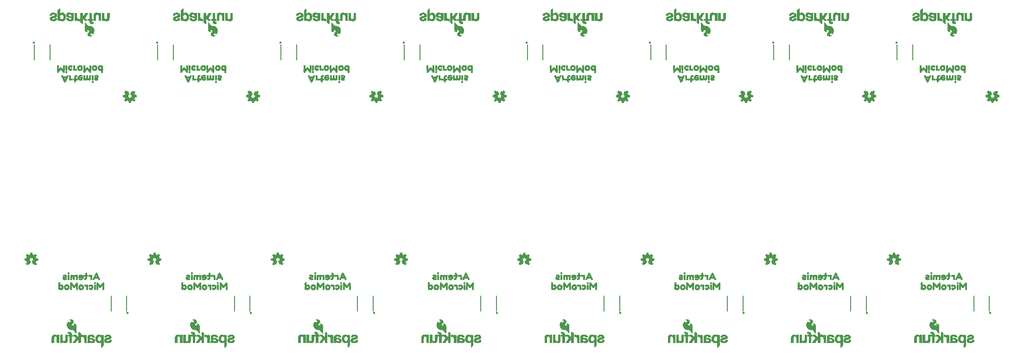
<source format=gbo>
G04 EAGLE Gerber RS-274X export*
G75*
%MOMM*%
%FSLAX34Y34*%
%LPD*%
%INSilkscreen Bottom*%
%IPPOS*%
%AMOC8*
5,1,8,0,0,1.08239X$1,22.5*%
G01*
%ADD10C,0.203200*%
%ADD11C,0.400000*%
%ADD12R,0.200000X0.050000*%
%ADD13R,0.050000X0.050000*%
%ADD14R,0.300000X0.050000*%
%ADD15R,0.250000X0.050000*%
%ADD16R,0.100000X0.050000*%
%ADD17R,0.350000X0.050000*%
%ADD18R,0.400000X0.050000*%
%ADD19R,0.450000X0.050000*%
%ADD20R,0.500000X0.050000*%
%ADD21R,0.550000X0.050000*%
%ADD22R,0.600000X0.050000*%
%ADD23R,0.700000X0.050000*%
%ADD24R,0.650000X0.050000*%
%ADD25R,0.750000X0.050000*%
%ADD26R,0.800000X0.050000*%
%ADD27R,1.350000X0.050000*%
%ADD28R,0.900000X0.050000*%
%ADD29R,1.400000X0.050000*%
%ADD30R,0.400000X0.060000*%
%ADD31R,0.350000X0.060000*%
%ADD32R,0.300000X0.060000*%
%ADD33R,0.600000X0.060000*%
%ADD34R,0.950000X0.050000*%
%ADD35R,1.050000X0.050000*%
%ADD36R,1.150000X0.050000*%
%ADD37R,0.850000X0.050000*%
%ADD38R,1.150000X0.060000*%
%ADD39R,0.050000X0.060000*%
%ADD40R,0.450000X0.060000*%
%ADD41R,1.250000X0.050000*%
%ADD42R,0.150000X0.050000*%
%ADD43R,0.700000X0.060000*%
%ADD44R,0.500000X0.060000*%
%ADD45R,0.100000X0.060000*%
%ADD46R,0.250000X0.060000*%
%ADD47R,0.950000X0.060000*%
%ADD48R,0.550000X0.060000*%
%ADD49R,0.750000X0.060000*%

G36*
X702920Y189708D02*
X702920Y189708D01*
X702986Y189713D01*
X703004Y189724D01*
X703025Y189729D01*
X703109Y189789D01*
X703134Y189803D01*
X703136Y189808D01*
X703142Y189812D01*
X705342Y192112D01*
X705350Y192125D01*
X705362Y192135D01*
X705393Y192199D01*
X705430Y192261D01*
X705431Y192277D01*
X705438Y192291D01*
X705437Y192362D01*
X705442Y192433D01*
X705436Y192448D01*
X705436Y192464D01*
X705378Y192589D01*
X705377Y192593D01*
X705376Y192594D01*
X703508Y195209D01*
X703511Y195220D01*
X703520Y195233D01*
X703531Y195291D01*
X703540Y195312D01*
X703539Y195334D01*
X703546Y195367D01*
X703547Y195372D01*
X703547Y195373D01*
X703547Y195374D01*
X703547Y195384D01*
X703579Y195449D01*
X703636Y195506D01*
X703647Y195524D01*
X703658Y195533D01*
X703667Y195552D01*
X703707Y195604D01*
X703779Y195749D01*
X703836Y195806D01*
X703876Y195870D01*
X703920Y195933D01*
X703922Y195945D01*
X703927Y195953D01*
X703930Y195988D01*
X703947Y196074D01*
X703947Y196123D01*
X703976Y196170D01*
X704020Y196233D01*
X704022Y196245D01*
X704027Y196253D01*
X704030Y196288D01*
X704047Y196374D01*
X704047Y196484D01*
X704079Y196549D01*
X704136Y196606D01*
X704176Y196670D01*
X704220Y196733D01*
X704222Y196745D01*
X704227Y196753D01*
X704230Y196788D01*
X704237Y196821D01*
X704240Y196829D01*
X704240Y196837D01*
X704247Y196874D01*
X704247Y196923D01*
X704276Y196970D01*
X704320Y197033D01*
X704322Y197045D01*
X704327Y197053D01*
X704330Y197088D01*
X704347Y197174D01*
X704347Y197284D01*
X704376Y197342D01*
X707632Y197900D01*
X707650Y197907D01*
X707669Y197908D01*
X707728Y197941D01*
X707791Y197967D01*
X707804Y197982D01*
X707821Y197991D01*
X707860Y198047D01*
X707904Y198098D01*
X707909Y198117D01*
X707920Y198133D01*
X707941Y198244D01*
X707947Y198266D01*
X707946Y198270D01*
X707947Y198274D01*
X707947Y201474D01*
X707942Y201493D01*
X707945Y201512D01*
X707933Y201546D01*
X707933Y201553D01*
X707927Y201563D01*
X707923Y201576D01*
X707907Y201642D01*
X707895Y201657D01*
X707889Y201675D01*
X707840Y201723D01*
X707797Y201776D01*
X707779Y201783D01*
X707766Y201797D01*
X707660Y201837D01*
X707639Y201846D01*
X707636Y201846D01*
X707632Y201848D01*
X704419Y202398D01*
X704409Y202437D01*
X704407Y202442D01*
X704407Y202443D01*
X704347Y202563D01*
X704347Y202574D01*
X704343Y202589D01*
X704346Y202605D01*
X704326Y202675D01*
X704325Y202690D01*
X704318Y202704D01*
X704309Y202737D01*
X704307Y202742D01*
X704307Y202743D01*
X704247Y202863D01*
X704247Y202874D01*
X704243Y202889D01*
X704246Y202905D01*
X704209Y203037D01*
X704207Y203042D01*
X704207Y203043D01*
X704047Y203363D01*
X704047Y203374D01*
X704043Y203389D01*
X704046Y203405D01*
X704009Y203537D01*
X704007Y203542D01*
X704007Y203543D01*
X703907Y203743D01*
X703884Y203771D01*
X703847Y203825D01*
X703847Y203874D01*
X703829Y203948D01*
X703816Y204023D01*
X703810Y204033D01*
X703807Y204042D01*
X703785Y204070D01*
X703736Y204142D01*
X703679Y204198D01*
X703607Y204343D01*
X703584Y204371D01*
X703547Y204425D01*
X703547Y204474D01*
X703529Y204548D01*
X703526Y204570D01*
X705380Y207258D01*
X705386Y207274D01*
X705398Y207287D01*
X705417Y207354D01*
X705443Y207419D01*
X705441Y207437D01*
X705446Y207453D01*
X705434Y207522D01*
X705428Y207592D01*
X705419Y207606D01*
X705416Y207623D01*
X705344Y207729D01*
X705338Y207740D01*
X705337Y207740D01*
X705336Y207742D01*
X703136Y209942D01*
X703121Y209951D01*
X703111Y209965D01*
X703048Y209996D01*
X702989Y210033D01*
X702972Y210035D01*
X702956Y210042D01*
X702886Y210043D01*
X702816Y210049D01*
X702801Y210043D01*
X702783Y210043D01*
X702666Y209992D01*
X702655Y209988D01*
X702654Y209987D01*
X702652Y209986D01*
X699953Y208124D01*
X699936Y208142D01*
X699871Y208182D01*
X699808Y208226D01*
X699797Y208228D01*
X699789Y208233D01*
X699754Y208236D01*
X699668Y208253D01*
X699618Y208253D01*
X699605Y208261D01*
X699537Y208313D01*
X699392Y208385D01*
X699336Y208442D01*
X699271Y208482D01*
X699208Y208526D01*
X699197Y208528D01*
X699189Y208533D01*
X699154Y208536D01*
X699068Y208553D01*
X699018Y208553D01*
X699005Y208561D01*
X698937Y208613D01*
X698737Y208713D01*
X698721Y208717D01*
X698708Y208726D01*
X698574Y208752D01*
X698569Y208753D01*
X698568Y208753D01*
X698557Y208753D01*
X698437Y208813D01*
X698421Y208817D01*
X698408Y208826D01*
X698274Y208852D01*
X698269Y208853D01*
X698268Y208853D01*
X698218Y208853D01*
X698171Y208882D01*
X698108Y208926D01*
X698097Y208928D01*
X698089Y208933D01*
X698054Y208936D01*
X697968Y208953D01*
X697857Y208953D01*
X697800Y208982D01*
X697241Y212238D01*
X697234Y212256D01*
X697233Y212275D01*
X697201Y212334D01*
X697174Y212397D01*
X697159Y212410D01*
X697150Y212427D01*
X697094Y212466D01*
X697043Y212510D01*
X697024Y212515D01*
X697008Y212526D01*
X696897Y212547D01*
X696875Y212553D01*
X696872Y212552D01*
X696868Y212553D01*
X693668Y212553D01*
X693649Y212549D01*
X693630Y212551D01*
X693565Y212529D01*
X693499Y212513D01*
X693484Y212501D01*
X693466Y212495D01*
X693418Y212447D01*
X693366Y212403D01*
X693358Y212386D01*
X693344Y212372D01*
X693304Y212266D01*
X693295Y212245D01*
X693295Y212242D01*
X693294Y212238D01*
X692743Y209026D01*
X692704Y209015D01*
X692699Y209013D01*
X692698Y209013D01*
X692578Y208953D01*
X692568Y208953D01*
X692552Y208949D01*
X692536Y208952D01*
X692404Y208915D01*
X692399Y208913D01*
X692398Y208913D01*
X692278Y208853D01*
X692268Y208853D01*
X692252Y208849D01*
X692236Y208852D01*
X692104Y208815D01*
X692099Y208813D01*
X692098Y208813D01*
X691978Y208753D01*
X691868Y208753D01*
X691793Y208736D01*
X691718Y208722D01*
X691708Y208716D01*
X691699Y208713D01*
X691672Y208691D01*
X691599Y208642D01*
X691543Y208585D01*
X691478Y208553D01*
X691468Y208553D01*
X691452Y208549D01*
X691436Y208552D01*
X691304Y208515D01*
X691299Y208513D01*
X691298Y208513D01*
X691098Y208413D01*
X691070Y208390D01*
X690999Y208342D01*
X690943Y208285D01*
X690878Y208253D01*
X690868Y208253D01*
X690852Y208249D01*
X690836Y208252D01*
X690704Y208215D01*
X690699Y208213D01*
X690698Y208213D01*
X690556Y208142D01*
X687883Y209986D01*
X687871Y209991D01*
X687862Y210000D01*
X687791Y210022D01*
X687722Y210049D01*
X687709Y210048D01*
X687697Y210052D01*
X687623Y210040D01*
X687549Y210034D01*
X687538Y210027D01*
X687526Y210025D01*
X687405Y209948D01*
X685105Y207748D01*
X685091Y207726D01*
X685071Y207710D01*
X685045Y207654D01*
X685011Y207603D01*
X685008Y207577D01*
X684997Y207554D01*
X684998Y207492D01*
X684991Y207431D01*
X684999Y207407D01*
X685000Y207381D01*
X685037Y207301D01*
X685049Y207268D01*
X685056Y207262D01*
X685060Y207251D01*
X686996Y204578D01*
X686956Y204498D01*
X686899Y204442D01*
X686859Y204377D01*
X686815Y204314D01*
X686813Y204303D01*
X686808Y204295D01*
X686805Y204260D01*
X686788Y204174D01*
X686788Y204124D01*
X686781Y204111D01*
X686728Y204043D01*
X686656Y203898D01*
X686599Y203842D01*
X686559Y203777D01*
X686515Y203714D01*
X686513Y203703D01*
X686508Y203695D01*
X686505Y203660D01*
X686488Y203574D01*
X686488Y203524D01*
X686459Y203477D01*
X686415Y203414D01*
X686413Y203403D01*
X686408Y203395D01*
X686405Y203360D01*
X686388Y203274D01*
X686388Y203163D01*
X686356Y203098D01*
X686299Y203042D01*
X686259Y202977D01*
X686215Y202914D01*
X686213Y202903D01*
X686208Y202895D01*
X686205Y202860D01*
X686188Y202774D01*
X686188Y202724D01*
X686159Y202677D01*
X686115Y202614D01*
X686113Y202603D01*
X686108Y202595D01*
X686105Y202560D01*
X686088Y202474D01*
X686088Y202395D01*
X682805Y201848D01*
X682787Y201840D01*
X682766Y201839D01*
X682707Y201807D01*
X682646Y201781D01*
X682632Y201766D01*
X682615Y201756D01*
X682576Y201701D01*
X682532Y201651D01*
X682527Y201631D01*
X682515Y201614D01*
X682500Y201533D01*
X682495Y201523D01*
X682496Y201512D01*
X682495Y201508D01*
X682488Y201483D01*
X682489Y201479D01*
X682488Y201474D01*
X682488Y198274D01*
X682493Y198255D01*
X682490Y198236D01*
X682512Y198171D01*
X682528Y198105D01*
X682540Y198090D01*
X682546Y198072D01*
X682595Y198024D01*
X682638Y197972D01*
X682656Y197964D01*
X682670Y197950D01*
X682776Y197910D01*
X682796Y197901D01*
X682799Y197901D01*
X682804Y197900D01*
X686091Y197336D01*
X686127Y197211D01*
X686128Y197205D01*
X686128Y197204D01*
X686188Y197084D01*
X686188Y197074D01*
X686192Y197058D01*
X686190Y197042D01*
X686227Y196911D01*
X686228Y196905D01*
X686228Y196904D01*
X686288Y196784D01*
X686288Y196774D01*
X686292Y196758D01*
X686290Y196742D01*
X686327Y196611D01*
X686328Y196605D01*
X686328Y196604D01*
X686488Y196284D01*
X686488Y196274D01*
X686492Y196258D01*
X686490Y196242D01*
X686527Y196111D01*
X686528Y196105D01*
X686528Y196104D01*
X686628Y195904D01*
X686651Y195876D01*
X686699Y195806D01*
X686756Y195749D01*
X686788Y195684D01*
X686788Y195674D01*
X686792Y195658D01*
X686790Y195642D01*
X686827Y195511D01*
X686828Y195505D01*
X686828Y195504D01*
X686928Y195304D01*
X686951Y195276D01*
X686999Y195206D01*
X687010Y195195D01*
X685064Y192601D01*
X685054Y192579D01*
X685038Y192560D01*
X685020Y192500D01*
X684995Y192443D01*
X684996Y192418D01*
X684989Y192394D01*
X685000Y192333D01*
X685003Y192270D01*
X685015Y192248D01*
X685019Y192224D01*
X685070Y192149D01*
X685087Y192119D01*
X685094Y192114D01*
X685099Y192106D01*
X687399Y189806D01*
X687414Y189797D01*
X687424Y189783D01*
X687487Y189751D01*
X687546Y189714D01*
X687563Y189713D01*
X687579Y189705D01*
X687649Y189705D01*
X687719Y189698D01*
X687735Y189704D01*
X687752Y189704D01*
X687870Y189756D01*
X687880Y189760D01*
X687881Y189761D01*
X687883Y189761D01*
X690582Y191623D01*
X690599Y191606D01*
X690664Y191565D01*
X690727Y191521D01*
X690739Y191519D01*
X690746Y191514D01*
X690782Y191511D01*
X690797Y191508D01*
X690799Y191506D01*
X690864Y191465D01*
X690927Y191421D01*
X690939Y191419D01*
X690946Y191414D01*
X690982Y191411D01*
X691068Y191394D01*
X691117Y191394D01*
X691164Y191365D01*
X691227Y191321D01*
X691239Y191319D01*
X691246Y191314D01*
X691282Y191311D01*
X691297Y191308D01*
X691299Y191306D01*
X691364Y191265D01*
X691427Y191221D01*
X691439Y191219D01*
X691446Y191214D01*
X691482Y191211D01*
X691497Y191208D01*
X691499Y191206D01*
X691564Y191165D01*
X691627Y191121D01*
X691639Y191119D01*
X691646Y191114D01*
X691682Y191111D01*
X691710Y191105D01*
X691738Y191072D01*
X691757Y191064D01*
X691771Y191049D01*
X691835Y191029D01*
X691896Y191001D01*
X691916Y191002D01*
X691936Y190996D01*
X692002Y191006D01*
X692069Y191008D01*
X692087Y191018D01*
X692107Y191021D01*
X692162Y191059D01*
X692221Y191091D01*
X692232Y191108D01*
X692249Y191120D01*
X692305Y191212D01*
X692320Y191233D01*
X692321Y191238D01*
X692323Y191242D01*
X694323Y196642D01*
X694327Y196673D01*
X694340Y196701D01*
X694338Y196757D01*
X694345Y196814D01*
X694335Y196843D01*
X694333Y196874D01*
X694306Y196924D01*
X694288Y196977D01*
X694266Y196999D01*
X694251Y197026D01*
X694191Y197072D01*
X694164Y197098D01*
X694151Y197102D01*
X694137Y197113D01*
X693592Y197385D01*
X693436Y197542D01*
X693405Y197561D01*
X693337Y197613D01*
X693192Y197685D01*
X692879Y197998D01*
X692807Y198143D01*
X692784Y198171D01*
X692736Y198242D01*
X692579Y198398D01*
X692519Y198519D01*
X692427Y198794D01*
X692415Y198813D01*
X692407Y198843D01*
X692347Y198963D01*
X692347Y199074D01*
X692339Y199109D01*
X692327Y199194D01*
X692247Y199435D01*
X692247Y200212D01*
X692327Y200454D01*
X692331Y200490D01*
X692347Y200574D01*
X692347Y200759D01*
X692483Y200963D01*
X692496Y200998D01*
X692527Y201054D01*
X692611Y201306D01*
X692962Y201832D01*
X693309Y202179D01*
X693836Y202530D01*
X694088Y202614D01*
X694106Y202625D01*
X694120Y202628D01*
X694132Y202639D01*
X694178Y202658D01*
X694382Y202794D01*
X694568Y202794D01*
X694603Y202803D01*
X694688Y202814D01*
X694929Y202894D01*
X695521Y202894D01*
X695876Y202806D01*
X695912Y202805D01*
X695968Y202794D01*
X696153Y202794D01*
X696357Y202658D01*
X696392Y202645D01*
X696442Y202617D01*
X696444Y202616D01*
X696448Y202614D01*
X696699Y202530D01*
X696926Y202379D01*
X697099Y202206D01*
X697126Y202189D01*
X697157Y202158D01*
X697426Y201979D01*
X697573Y201832D01*
X697924Y201306D01*
X698288Y200212D01*
X698288Y199735D01*
X698208Y199494D01*
X698205Y199458D01*
X698188Y199374D01*
X698188Y199163D01*
X698028Y198843D01*
X698023Y198821D01*
X698008Y198794D01*
X697916Y198519D01*
X697756Y198198D01*
X697599Y198042D01*
X697581Y198011D01*
X697528Y197943D01*
X697456Y197798D01*
X697343Y197685D01*
X697198Y197613D01*
X697170Y197590D01*
X697099Y197542D01*
X696943Y197385D01*
X696622Y197225D01*
X696348Y197133D01*
X696299Y197103D01*
X696246Y197081D01*
X696226Y197059D01*
X696200Y197043D01*
X696170Y196994D01*
X696132Y196951D01*
X696125Y196922D01*
X696109Y196896D01*
X696103Y196839D01*
X696088Y196783D01*
X696094Y196749D01*
X696092Y196724D01*
X696104Y196692D01*
X696112Y196642D01*
X698112Y191242D01*
X698137Y191204D01*
X698154Y191161D01*
X698184Y191133D01*
X698207Y191098D01*
X698247Y191075D01*
X698281Y191044D01*
X698321Y191032D01*
X698357Y191011D01*
X698403Y191008D01*
X698447Y190995D01*
X698488Y191002D01*
X698530Y191000D01*
X698572Y191017D01*
X698617Y191025D01*
X698659Y191053D01*
X698690Y191066D01*
X698707Y191086D01*
X698719Y191094D01*
X698768Y191094D01*
X698842Y191112D01*
X698917Y191125D01*
X698927Y191132D01*
X698936Y191134D01*
X698963Y191157D01*
X699036Y191206D01*
X699042Y191212D01*
X699117Y191225D01*
X699127Y191232D01*
X699136Y191234D01*
X699163Y191257D01*
X699236Y191306D01*
X699242Y191312D01*
X699317Y191325D01*
X699327Y191332D01*
X699336Y191334D01*
X699363Y191357D01*
X699436Y191406D01*
X699442Y191412D01*
X699517Y191425D01*
X699527Y191432D01*
X699536Y191434D01*
X699563Y191457D01*
X699636Y191506D01*
X699642Y191512D01*
X699717Y191525D01*
X699727Y191532D01*
X699736Y191534D01*
X699763Y191557D01*
X699836Y191606D01*
X699842Y191612D01*
X699917Y191625D01*
X699927Y191632D01*
X699936Y191634D01*
X699937Y191634D01*
X702652Y189761D01*
X702672Y189754D01*
X702688Y189740D01*
X702752Y189722D01*
X702813Y189698D01*
X702835Y189700D01*
X702855Y189695D01*
X702920Y189708D01*
G37*
G36*
X27686Y189708D02*
X27686Y189708D01*
X27752Y189713D01*
X27770Y189724D01*
X27791Y189729D01*
X27876Y189789D01*
X27900Y189803D01*
X27903Y189808D01*
X27908Y189812D01*
X30108Y192112D01*
X30116Y192125D01*
X30129Y192135D01*
X30160Y192199D01*
X30196Y192261D01*
X30197Y192277D01*
X30204Y192291D01*
X30203Y192362D01*
X30209Y192433D01*
X30203Y192448D01*
X30202Y192464D01*
X30145Y192589D01*
X30143Y192593D01*
X30143Y192594D01*
X28275Y195209D01*
X28277Y195220D01*
X28286Y195233D01*
X28297Y195291D01*
X28306Y195312D01*
X28306Y195334D01*
X28312Y195367D01*
X28313Y195372D01*
X28313Y195373D01*
X28313Y195374D01*
X28313Y195384D01*
X28346Y195449D01*
X28402Y195506D01*
X28413Y195524D01*
X28425Y195533D01*
X28433Y195552D01*
X28473Y195604D01*
X28546Y195749D01*
X28602Y195806D01*
X28642Y195870D01*
X28686Y195933D01*
X28688Y195945D01*
X28693Y195953D01*
X28697Y195988D01*
X28713Y196074D01*
X28713Y196123D01*
X28742Y196170D01*
X28786Y196233D01*
X28788Y196245D01*
X28793Y196253D01*
X28797Y196288D01*
X28813Y196374D01*
X28813Y196484D01*
X28846Y196549D01*
X28902Y196606D01*
X28942Y196670D01*
X28986Y196733D01*
X28988Y196745D01*
X28993Y196753D01*
X28997Y196788D01*
X29003Y196821D01*
X29006Y196829D01*
X29006Y196837D01*
X29013Y196874D01*
X29013Y196923D01*
X29042Y196970D01*
X29086Y197033D01*
X29088Y197045D01*
X29093Y197053D01*
X29097Y197088D01*
X29113Y197174D01*
X29113Y197284D01*
X29142Y197342D01*
X32398Y197900D01*
X32416Y197907D01*
X32435Y197908D01*
X32495Y197941D01*
X32557Y197967D01*
X32570Y197982D01*
X32587Y197991D01*
X32626Y198047D01*
X32670Y198098D01*
X32675Y198117D01*
X32686Y198133D01*
X32708Y198244D01*
X32713Y198266D01*
X32712Y198270D01*
X32713Y198274D01*
X32713Y201474D01*
X32709Y201493D01*
X32711Y201512D01*
X32700Y201546D01*
X32699Y201553D01*
X32694Y201563D01*
X32689Y201576D01*
X32674Y201642D01*
X32661Y201657D01*
X32655Y201675D01*
X32607Y201723D01*
X32564Y201776D01*
X32546Y201783D01*
X32532Y201797D01*
X32426Y201837D01*
X32406Y201846D01*
X32402Y201846D01*
X32398Y201848D01*
X29186Y202398D01*
X29175Y202437D01*
X29174Y202442D01*
X29173Y202443D01*
X29113Y202563D01*
X29113Y202574D01*
X29110Y202589D01*
X29112Y202605D01*
X29092Y202675D01*
X29092Y202690D01*
X29084Y202704D01*
X29075Y202737D01*
X29074Y202742D01*
X29073Y202743D01*
X29013Y202863D01*
X29013Y202874D01*
X29010Y202889D01*
X29012Y202905D01*
X28975Y203037D01*
X28974Y203042D01*
X28973Y203043D01*
X28813Y203363D01*
X28813Y203374D01*
X28810Y203389D01*
X28812Y203405D01*
X28775Y203537D01*
X28774Y203542D01*
X28773Y203543D01*
X28673Y203743D01*
X28650Y203771D01*
X28613Y203825D01*
X28613Y203874D01*
X28596Y203948D01*
X28582Y204023D01*
X28576Y204033D01*
X28574Y204042D01*
X28551Y204070D01*
X28502Y204142D01*
X28446Y204198D01*
X28373Y204343D01*
X28350Y204371D01*
X28313Y204425D01*
X28313Y204474D01*
X28296Y204548D01*
X28292Y204570D01*
X30146Y207258D01*
X30152Y207274D01*
X30164Y207287D01*
X30184Y207354D01*
X30209Y207419D01*
X30208Y207437D01*
X30213Y207453D01*
X30200Y207522D01*
X30194Y207592D01*
X30185Y207606D01*
X30182Y207623D01*
X30111Y207729D01*
X30104Y207740D01*
X30103Y207740D01*
X30102Y207742D01*
X27902Y209942D01*
X27888Y209951D01*
X27877Y209965D01*
X27815Y209996D01*
X27755Y210033D01*
X27738Y210035D01*
X27723Y210042D01*
X27653Y210043D01*
X27583Y210049D01*
X27567Y210043D01*
X27550Y210043D01*
X27432Y209992D01*
X27421Y209988D01*
X27420Y209987D01*
X27419Y209986D01*
X24720Y208124D01*
X24702Y208142D01*
X24637Y208182D01*
X24575Y208226D01*
X24563Y208228D01*
X24555Y208233D01*
X24520Y208236D01*
X24434Y208253D01*
X24384Y208253D01*
X24372Y208261D01*
X24304Y208313D01*
X24159Y208385D01*
X24102Y208442D01*
X24037Y208482D01*
X23975Y208526D01*
X23963Y208528D01*
X23955Y208533D01*
X23920Y208536D01*
X23834Y208553D01*
X23784Y208553D01*
X23772Y208561D01*
X23704Y208613D01*
X23504Y208713D01*
X23488Y208717D01*
X23475Y208726D01*
X23341Y208752D01*
X23335Y208753D01*
X23334Y208753D01*
X23324Y208753D01*
X23204Y208813D01*
X23188Y208817D01*
X23175Y208826D01*
X23041Y208852D01*
X23035Y208853D01*
X23034Y208853D01*
X22984Y208853D01*
X22937Y208882D01*
X22875Y208926D01*
X22863Y208928D01*
X22855Y208933D01*
X22820Y208936D01*
X22734Y208953D01*
X22624Y208953D01*
X22566Y208982D01*
X22008Y212238D01*
X22000Y212256D01*
X21999Y212275D01*
X21967Y212334D01*
X21940Y212397D01*
X21926Y212410D01*
X21916Y212427D01*
X21861Y212466D01*
X21809Y212510D01*
X21790Y212515D01*
X21775Y212526D01*
X21664Y212547D01*
X21642Y212553D01*
X21638Y212552D01*
X21634Y212553D01*
X18434Y212553D01*
X18415Y212549D01*
X18396Y212551D01*
X18332Y212529D01*
X18266Y212513D01*
X18251Y212501D01*
X18232Y212495D01*
X18185Y212447D01*
X18132Y212403D01*
X18124Y212386D01*
X18111Y212372D01*
X18071Y212266D01*
X18062Y212245D01*
X18062Y212242D01*
X18060Y212238D01*
X17510Y209026D01*
X17471Y209015D01*
X17466Y209013D01*
X17465Y209013D01*
X17464Y209013D01*
X17344Y208953D01*
X17334Y208953D01*
X17318Y208949D01*
X17302Y208952D01*
X17171Y208915D01*
X17166Y208913D01*
X17165Y208913D01*
X17164Y208913D01*
X17044Y208853D01*
X17034Y208853D01*
X17018Y208849D01*
X17002Y208852D01*
X16871Y208815D01*
X16866Y208813D01*
X16865Y208813D01*
X16864Y208813D01*
X16744Y208753D01*
X16634Y208753D01*
X16560Y208736D01*
X16484Y208722D01*
X16475Y208716D01*
X16466Y208713D01*
X16438Y208691D01*
X16366Y208642D01*
X16309Y208585D01*
X16244Y208553D01*
X16234Y208553D01*
X16218Y208549D01*
X16202Y208552D01*
X16071Y208515D01*
X16066Y208513D01*
X16065Y208513D01*
X16064Y208513D01*
X15864Y208413D01*
X15837Y208390D01*
X15766Y208342D01*
X15709Y208285D01*
X15644Y208253D01*
X15634Y208253D01*
X15618Y208249D01*
X15602Y208252D01*
X15471Y208215D01*
X15466Y208213D01*
X15465Y208213D01*
X15464Y208213D01*
X15323Y208142D01*
X12649Y209986D01*
X12637Y209991D01*
X12628Y210000D01*
X12557Y210022D01*
X12488Y210049D01*
X12475Y210048D01*
X12463Y210052D01*
X12390Y210040D01*
X12316Y210034D01*
X12305Y210027D01*
X12292Y210025D01*
X12172Y209948D01*
X9872Y207748D01*
X9858Y207726D01*
X9838Y207710D01*
X9811Y207654D01*
X9777Y207603D01*
X9774Y207577D01*
X9763Y207554D01*
X9764Y207492D01*
X9757Y207431D01*
X9766Y207407D01*
X9766Y207381D01*
X9804Y207301D01*
X9815Y207268D01*
X9822Y207262D01*
X9827Y207251D01*
X11762Y204578D01*
X11722Y204498D01*
X11666Y204442D01*
X11626Y204377D01*
X11582Y204314D01*
X11580Y204303D01*
X11575Y204295D01*
X11571Y204260D01*
X11555Y204174D01*
X11555Y204124D01*
X11547Y204111D01*
X11495Y204043D01*
X11422Y203898D01*
X11366Y203842D01*
X11326Y203777D01*
X11282Y203714D01*
X11280Y203703D01*
X11275Y203695D01*
X11271Y203660D01*
X11255Y203574D01*
X11255Y203524D01*
X11226Y203477D01*
X11182Y203414D01*
X11180Y203403D01*
X11175Y203395D01*
X11171Y203360D01*
X11155Y203274D01*
X11155Y203163D01*
X11122Y203098D01*
X11066Y203042D01*
X11026Y202977D01*
X10982Y202914D01*
X10980Y202903D01*
X10975Y202895D01*
X10971Y202860D01*
X10955Y202774D01*
X10955Y202724D01*
X10926Y202677D01*
X10882Y202614D01*
X10880Y202603D01*
X10875Y202595D01*
X10871Y202560D01*
X10855Y202474D01*
X10855Y202395D01*
X7572Y201848D01*
X7553Y201840D01*
X7533Y201839D01*
X7474Y201807D01*
X7412Y201781D01*
X7399Y201766D01*
X7381Y201756D01*
X7343Y201701D01*
X7299Y201651D01*
X7293Y201631D01*
X7282Y201614D01*
X7266Y201533D01*
X7262Y201523D01*
X7262Y201512D01*
X7261Y201508D01*
X7255Y201483D01*
X7256Y201479D01*
X7255Y201474D01*
X7255Y198274D01*
X7259Y198255D01*
X7257Y198236D01*
X7279Y198171D01*
X7294Y198105D01*
X7307Y198090D01*
X7313Y198072D01*
X7361Y198024D01*
X7404Y197972D01*
X7422Y197964D01*
X7436Y197950D01*
X7542Y197910D01*
X7562Y197901D01*
X7566Y197901D01*
X7570Y197900D01*
X10858Y197336D01*
X10893Y197211D01*
X10894Y197205D01*
X10895Y197205D01*
X10895Y197204D01*
X10955Y197084D01*
X10955Y197074D01*
X10958Y197058D01*
X10956Y197042D01*
X10993Y196911D01*
X10994Y196905D01*
X10995Y196905D01*
X10995Y196904D01*
X11055Y196784D01*
X11055Y196774D01*
X11058Y196758D01*
X11056Y196742D01*
X11093Y196611D01*
X11094Y196605D01*
X11095Y196605D01*
X11095Y196604D01*
X11255Y196284D01*
X11255Y196274D01*
X11258Y196258D01*
X11256Y196242D01*
X11293Y196111D01*
X11294Y196105D01*
X11295Y196105D01*
X11295Y196104D01*
X11395Y195904D01*
X11418Y195876D01*
X11466Y195806D01*
X11522Y195749D01*
X11555Y195684D01*
X11555Y195674D01*
X11558Y195658D01*
X11556Y195642D01*
X11593Y195511D01*
X11594Y195505D01*
X11595Y195505D01*
X11595Y195504D01*
X11695Y195304D01*
X11718Y195276D01*
X11766Y195206D01*
X11776Y195195D01*
X9831Y192601D01*
X9821Y192579D01*
X9804Y192560D01*
X9786Y192500D01*
X9761Y192443D01*
X9762Y192418D01*
X9755Y192394D01*
X9766Y192333D01*
X9769Y192270D01*
X9781Y192248D01*
X9786Y192224D01*
X9837Y192149D01*
X9853Y192119D01*
X9860Y192114D01*
X9866Y192106D01*
X12166Y189806D01*
X12180Y189797D01*
X12191Y189783D01*
X12253Y189751D01*
X12313Y189714D01*
X12330Y189713D01*
X12345Y189705D01*
X12416Y189705D01*
X12485Y189698D01*
X12501Y189704D01*
X12518Y189704D01*
X12636Y189756D01*
X12647Y189760D01*
X12648Y189761D01*
X12649Y189761D01*
X15348Y191623D01*
X15366Y191606D01*
X15431Y191565D01*
X15493Y191521D01*
X15505Y191519D01*
X15513Y191514D01*
X15548Y191511D01*
X15563Y191508D01*
X15566Y191506D01*
X15631Y191465D01*
X15693Y191421D01*
X15705Y191419D01*
X15713Y191414D01*
X15748Y191411D01*
X15834Y191394D01*
X15884Y191394D01*
X15931Y191365D01*
X15993Y191321D01*
X16005Y191319D01*
X16013Y191314D01*
X16048Y191311D01*
X16063Y191308D01*
X16066Y191306D01*
X16131Y191265D01*
X16193Y191221D01*
X16205Y191219D01*
X16213Y191214D01*
X16248Y191211D01*
X16263Y191208D01*
X16266Y191206D01*
X16331Y191165D01*
X16393Y191121D01*
X16405Y191119D01*
X16413Y191114D01*
X16448Y191111D01*
X16477Y191105D01*
X16504Y191072D01*
X16523Y191064D01*
X16538Y191049D01*
X16601Y191029D01*
X16662Y191001D01*
X16683Y191002D01*
X16702Y190996D01*
X16768Y191006D01*
X16835Y191008D01*
X16853Y191018D01*
X16873Y191021D01*
X16928Y191059D01*
X16987Y191091D01*
X16999Y191108D01*
X17015Y191120D01*
X17072Y191212D01*
X17086Y191233D01*
X17087Y191238D01*
X17090Y191242D01*
X19090Y196642D01*
X19094Y196673D01*
X19106Y196701D01*
X19104Y196757D01*
X19111Y196814D01*
X19101Y196843D01*
X19100Y196874D01*
X19073Y196924D01*
X19054Y196977D01*
X19032Y196999D01*
X19017Y197026D01*
X18957Y197072D01*
X18930Y197098D01*
X18917Y197102D01*
X18904Y197113D01*
X18359Y197385D01*
X18202Y197542D01*
X18172Y197561D01*
X18104Y197613D01*
X17959Y197685D01*
X17646Y197998D01*
X17573Y198143D01*
X17550Y198171D01*
X17502Y198242D01*
X17346Y198398D01*
X17285Y198519D01*
X17194Y198794D01*
X17182Y198813D01*
X17173Y198843D01*
X17113Y198963D01*
X17113Y199074D01*
X17105Y199109D01*
X17094Y199194D01*
X17013Y199435D01*
X17013Y200212D01*
X17094Y200454D01*
X17097Y200490D01*
X17113Y200574D01*
X17113Y200759D01*
X17250Y200963D01*
X17263Y200998D01*
X17294Y201054D01*
X17378Y201306D01*
X17729Y201832D01*
X18076Y202179D01*
X18602Y202530D01*
X18854Y202614D01*
X18872Y202625D01*
X18886Y202628D01*
X18899Y202639D01*
X18944Y202658D01*
X19149Y202794D01*
X19334Y202794D01*
X19369Y202803D01*
X19454Y202814D01*
X19696Y202894D01*
X20287Y202894D01*
X20642Y202806D01*
X20678Y202805D01*
X20734Y202794D01*
X20919Y202794D01*
X21124Y202658D01*
X21159Y202645D01*
X21208Y202617D01*
X21210Y202616D01*
X21211Y202616D01*
X21214Y202614D01*
X21466Y202530D01*
X21693Y202379D01*
X21866Y202206D01*
X21892Y202189D01*
X21924Y202158D01*
X22193Y201979D01*
X22339Y201832D01*
X22690Y201306D01*
X23055Y200212D01*
X23055Y199735D01*
X22974Y199494D01*
X22971Y199458D01*
X22955Y199374D01*
X22955Y199163D01*
X22795Y198843D01*
X22789Y198821D01*
X22774Y198794D01*
X22683Y198519D01*
X22522Y198198D01*
X22366Y198042D01*
X22347Y198011D01*
X22295Y197943D01*
X22222Y197798D01*
X22109Y197685D01*
X21964Y197613D01*
X21937Y197590D01*
X21866Y197542D01*
X21709Y197385D01*
X21388Y197225D01*
X21114Y197133D01*
X21065Y197103D01*
X21012Y197081D01*
X20992Y197059D01*
X20967Y197043D01*
X20936Y196994D01*
X20899Y196951D01*
X20891Y196922D01*
X20875Y196896D01*
X20869Y196839D01*
X20855Y196783D01*
X20861Y196749D01*
X20858Y196724D01*
X20870Y196692D01*
X20878Y196642D01*
X22878Y191242D01*
X22904Y191204D01*
X22920Y191161D01*
X22951Y191133D01*
X22974Y191098D01*
X23014Y191075D01*
X23047Y191044D01*
X23087Y191032D01*
X23124Y191011D01*
X23169Y191008D01*
X23213Y190995D01*
X23254Y191002D01*
X23296Y191000D01*
X23339Y191017D01*
X23384Y191025D01*
X23425Y191053D01*
X23456Y191066D01*
X23473Y191086D01*
X23486Y191094D01*
X23534Y191094D01*
X23608Y191112D01*
X23684Y191125D01*
X23693Y191132D01*
X23702Y191134D01*
X23730Y191157D01*
X23802Y191206D01*
X23809Y191212D01*
X23884Y191225D01*
X23893Y191232D01*
X23902Y191234D01*
X23930Y191257D01*
X24002Y191306D01*
X24009Y191312D01*
X24084Y191325D01*
X24093Y191332D01*
X24102Y191334D01*
X24130Y191357D01*
X24202Y191406D01*
X24209Y191412D01*
X24284Y191425D01*
X24293Y191432D01*
X24302Y191434D01*
X24330Y191457D01*
X24402Y191506D01*
X24409Y191512D01*
X24484Y191525D01*
X24493Y191532D01*
X24502Y191534D01*
X24530Y191557D01*
X24602Y191606D01*
X24609Y191612D01*
X24684Y191625D01*
X24693Y191632D01*
X24702Y191634D01*
X24703Y191634D01*
X27419Y189761D01*
X27439Y189754D01*
X27455Y189740D01*
X27518Y189722D01*
X27580Y189698D01*
X27601Y189700D01*
X27622Y189695D01*
X27686Y189708D01*
G37*
G36*
X1153084Y189708D02*
X1153084Y189708D01*
X1153150Y189713D01*
X1153168Y189724D01*
X1153189Y189729D01*
X1153274Y189789D01*
X1153298Y189803D01*
X1153301Y189808D01*
X1153306Y189812D01*
X1155506Y192112D01*
X1155514Y192125D01*
X1155527Y192135D01*
X1155558Y192199D01*
X1155594Y192261D01*
X1155595Y192277D01*
X1155602Y192291D01*
X1155601Y192362D01*
X1155606Y192433D01*
X1155600Y192448D01*
X1155600Y192464D01*
X1155543Y192589D01*
X1155541Y192593D01*
X1155541Y192594D01*
X1155540Y192594D01*
X1153672Y195209D01*
X1153675Y195220D01*
X1153684Y195233D01*
X1153695Y195291D01*
X1153704Y195312D01*
X1153703Y195334D01*
X1153710Y195367D01*
X1153711Y195372D01*
X1153711Y195373D01*
X1153711Y195374D01*
X1153711Y195384D01*
X1153744Y195449D01*
X1153800Y195506D01*
X1153811Y195524D01*
X1153822Y195533D01*
X1153831Y195552D01*
X1153871Y195604D01*
X1153944Y195749D01*
X1154000Y195806D01*
X1154040Y195870D01*
X1154084Y195933D01*
X1154086Y195945D01*
X1154091Y195953D01*
X1154095Y195988D01*
X1154111Y196074D01*
X1154111Y196123D01*
X1154140Y196170D01*
X1154184Y196233D01*
X1154186Y196245D01*
X1154191Y196253D01*
X1154195Y196288D01*
X1154211Y196374D01*
X1154211Y196484D01*
X1154244Y196549D01*
X1154300Y196606D01*
X1154340Y196670D01*
X1154384Y196733D01*
X1154386Y196745D01*
X1154391Y196753D01*
X1154395Y196788D01*
X1154401Y196821D01*
X1154404Y196829D01*
X1154404Y196837D01*
X1154411Y196874D01*
X1154411Y196923D01*
X1154440Y196970D01*
X1154484Y197033D01*
X1154486Y197045D01*
X1154491Y197053D01*
X1154495Y197088D01*
X1154511Y197174D01*
X1154511Y197284D01*
X1154540Y197342D01*
X1157796Y197900D01*
X1157814Y197907D01*
X1157833Y197908D01*
X1157893Y197941D01*
X1157955Y197967D01*
X1157968Y197982D01*
X1157985Y197991D01*
X1158024Y198047D01*
X1158068Y198098D01*
X1158073Y198117D01*
X1158084Y198133D01*
X1158105Y198244D01*
X1158111Y198266D01*
X1158110Y198270D01*
X1158111Y198274D01*
X1158111Y201474D01*
X1158107Y201493D01*
X1158109Y201512D01*
X1158098Y201546D01*
X1158097Y201553D01*
X1158092Y201563D01*
X1158087Y201576D01*
X1158072Y201642D01*
X1158059Y201657D01*
X1158053Y201675D01*
X1158005Y201723D01*
X1157961Y201776D01*
X1157944Y201783D01*
X1157930Y201797D01*
X1157824Y201837D01*
X1157803Y201846D01*
X1157800Y201846D01*
X1157796Y201848D01*
X1154584Y202398D01*
X1154573Y202437D01*
X1154572Y202442D01*
X1154571Y202443D01*
X1154511Y202563D01*
X1154511Y202574D01*
X1154507Y202589D01*
X1154510Y202605D01*
X1154490Y202675D01*
X1154490Y202690D01*
X1154482Y202704D01*
X1154473Y202737D01*
X1154472Y202742D01*
X1154471Y202743D01*
X1154411Y202863D01*
X1154411Y202874D01*
X1154407Y202889D01*
X1154410Y202905D01*
X1154373Y203037D01*
X1154372Y203042D01*
X1154371Y203043D01*
X1154211Y203363D01*
X1154211Y203374D01*
X1154207Y203389D01*
X1154210Y203405D01*
X1154173Y203537D01*
X1154172Y203542D01*
X1154171Y203543D01*
X1154071Y203743D01*
X1154048Y203771D01*
X1154011Y203825D01*
X1154011Y203874D01*
X1153994Y203948D01*
X1153980Y204023D01*
X1153974Y204033D01*
X1153972Y204042D01*
X1153949Y204070D01*
X1153900Y204142D01*
X1153844Y204198D01*
X1153771Y204343D01*
X1153748Y204371D01*
X1153711Y204425D01*
X1153711Y204474D01*
X1153694Y204548D01*
X1153690Y204570D01*
X1155544Y207258D01*
X1155550Y207274D01*
X1155562Y207287D01*
X1155582Y207354D01*
X1155607Y207419D01*
X1155606Y207437D01*
X1155611Y207453D01*
X1155598Y207522D01*
X1155592Y207592D01*
X1155583Y207606D01*
X1155580Y207623D01*
X1155509Y207729D01*
X1155502Y207740D01*
X1155501Y207740D01*
X1155500Y207742D01*
X1153300Y209942D01*
X1153285Y209951D01*
X1153275Y209965D01*
X1153212Y209996D01*
X1153153Y210033D01*
X1153136Y210035D01*
X1153121Y210042D01*
X1153050Y210043D01*
X1152981Y210049D01*
X1152965Y210043D01*
X1152948Y210043D01*
X1152830Y209992D01*
X1152819Y209988D01*
X1152818Y209987D01*
X1152817Y209986D01*
X1150117Y208124D01*
X1150100Y208142D01*
X1150035Y208182D01*
X1149972Y208226D01*
X1149961Y208228D01*
X1149953Y208233D01*
X1149918Y208236D01*
X1149832Y208253D01*
X1149782Y208253D01*
X1149770Y208261D01*
X1149701Y208313D01*
X1149556Y208385D01*
X1149500Y208442D01*
X1149435Y208482D01*
X1149372Y208526D01*
X1149361Y208528D01*
X1149353Y208533D01*
X1149318Y208536D01*
X1149232Y208553D01*
X1149182Y208553D01*
X1149170Y208561D01*
X1149101Y208613D01*
X1148901Y208713D01*
X1148886Y208717D01*
X1148872Y208726D01*
X1148739Y208752D01*
X1148733Y208753D01*
X1148732Y208753D01*
X1148721Y208753D01*
X1148601Y208813D01*
X1148586Y208817D01*
X1148572Y208826D01*
X1148439Y208852D01*
X1148433Y208853D01*
X1148432Y208853D01*
X1148382Y208853D01*
X1148335Y208882D01*
X1148272Y208926D01*
X1148261Y208928D01*
X1148253Y208933D01*
X1148218Y208936D01*
X1148132Y208953D01*
X1148021Y208953D01*
X1147964Y208982D01*
X1147406Y212238D01*
X1147398Y212256D01*
X1147397Y212275D01*
X1147365Y212334D01*
X1147338Y212397D01*
X1147324Y212410D01*
X1147314Y212427D01*
X1147259Y212466D01*
X1147207Y212510D01*
X1147188Y212515D01*
X1147172Y212526D01*
X1147062Y212547D01*
X1147039Y212553D01*
X1147036Y212552D01*
X1147032Y212553D01*
X1143832Y212553D01*
X1143813Y212549D01*
X1143794Y212551D01*
X1143729Y212529D01*
X1143663Y212513D01*
X1143648Y212501D01*
X1143630Y212495D01*
X1143582Y212447D01*
X1143530Y212403D01*
X1143522Y212386D01*
X1143508Y212372D01*
X1143469Y212266D01*
X1143459Y212245D01*
X1143460Y212242D01*
X1143458Y212238D01*
X1142907Y209026D01*
X1142869Y209015D01*
X1142863Y209013D01*
X1142862Y209013D01*
X1142742Y208953D01*
X1142732Y208953D01*
X1142716Y208949D01*
X1142700Y208952D01*
X1142569Y208915D01*
X1142563Y208913D01*
X1142562Y208913D01*
X1142442Y208853D01*
X1142432Y208853D01*
X1142416Y208849D01*
X1142400Y208852D01*
X1142269Y208815D01*
X1142263Y208813D01*
X1142262Y208813D01*
X1142142Y208753D01*
X1142032Y208753D01*
X1141957Y208736D01*
X1141882Y208722D01*
X1141873Y208716D01*
X1141863Y208713D01*
X1141836Y208691D01*
X1141764Y208642D01*
X1141707Y208585D01*
X1141642Y208553D01*
X1141632Y208553D01*
X1141616Y208549D01*
X1141600Y208552D01*
X1141469Y208515D01*
X1141463Y208513D01*
X1141462Y208513D01*
X1141262Y208413D01*
X1141235Y208390D01*
X1141164Y208342D01*
X1141107Y208285D01*
X1141042Y208253D01*
X1141032Y208253D01*
X1141016Y208249D01*
X1141000Y208252D01*
X1140869Y208215D01*
X1140863Y208213D01*
X1140862Y208213D01*
X1140721Y208142D01*
X1138047Y209986D01*
X1138035Y209991D01*
X1138026Y210000D01*
X1137955Y210022D01*
X1137886Y210049D01*
X1137873Y210048D01*
X1137861Y210052D01*
X1137788Y210040D01*
X1137714Y210034D01*
X1137703Y210027D01*
X1137690Y210025D01*
X1137570Y209948D01*
X1135270Y207748D01*
X1135256Y207726D01*
X1135235Y207710D01*
X1135209Y207654D01*
X1135175Y207603D01*
X1135172Y207577D01*
X1135161Y207554D01*
X1135162Y207492D01*
X1135155Y207431D01*
X1135164Y207407D01*
X1135164Y207381D01*
X1135201Y207301D01*
X1135213Y207268D01*
X1135220Y207262D01*
X1135225Y207251D01*
X1137160Y204578D01*
X1137120Y204498D01*
X1137064Y204442D01*
X1137023Y204377D01*
X1136980Y204314D01*
X1136977Y204303D01*
X1136972Y204295D01*
X1136969Y204260D01*
X1136953Y204174D01*
X1136953Y204124D01*
X1136945Y204111D01*
X1136893Y204043D01*
X1136820Y203898D01*
X1136764Y203842D01*
X1136723Y203777D01*
X1136680Y203714D01*
X1136677Y203703D01*
X1136672Y203695D01*
X1136669Y203660D01*
X1136653Y203574D01*
X1136653Y203524D01*
X1136623Y203477D01*
X1136580Y203414D01*
X1136577Y203403D01*
X1136572Y203395D01*
X1136569Y203360D01*
X1136553Y203274D01*
X1136553Y203163D01*
X1136520Y203098D01*
X1136464Y203042D01*
X1136423Y202977D01*
X1136380Y202914D01*
X1136377Y202903D01*
X1136372Y202895D01*
X1136369Y202860D01*
X1136353Y202774D01*
X1136353Y202724D01*
X1136323Y202677D01*
X1136280Y202614D01*
X1136277Y202603D01*
X1136272Y202595D01*
X1136269Y202560D01*
X1136253Y202474D01*
X1136253Y202395D01*
X1132969Y201848D01*
X1132951Y201840D01*
X1132931Y201839D01*
X1132872Y201807D01*
X1132810Y201781D01*
X1132796Y201766D01*
X1132779Y201756D01*
X1132740Y201701D01*
X1132696Y201651D01*
X1132691Y201631D01*
X1132680Y201614D01*
X1132664Y201533D01*
X1132659Y201523D01*
X1132660Y201512D01*
X1132659Y201508D01*
X1132653Y201483D01*
X1132654Y201479D01*
X1132653Y201474D01*
X1132653Y198274D01*
X1132657Y198255D01*
X1132654Y198236D01*
X1132677Y198171D01*
X1132692Y198105D01*
X1132704Y198090D01*
X1132711Y198072D01*
X1132759Y198024D01*
X1132802Y197972D01*
X1132820Y197964D01*
X1132834Y197950D01*
X1132940Y197910D01*
X1132960Y197901D01*
X1132964Y197901D01*
X1132968Y197900D01*
X1136256Y197336D01*
X1136291Y197211D01*
X1136292Y197205D01*
X1136293Y197204D01*
X1136353Y197084D01*
X1136353Y197074D01*
X1136356Y197058D01*
X1136354Y197042D01*
X1136391Y196911D01*
X1136392Y196905D01*
X1136393Y196904D01*
X1136453Y196784D01*
X1136453Y196774D01*
X1136456Y196758D01*
X1136454Y196742D01*
X1136491Y196611D01*
X1136492Y196605D01*
X1136493Y196604D01*
X1136653Y196284D01*
X1136653Y196274D01*
X1136656Y196258D01*
X1136654Y196242D01*
X1136691Y196111D01*
X1136692Y196105D01*
X1136693Y196104D01*
X1136793Y195904D01*
X1136816Y195876D01*
X1136864Y195806D01*
X1136920Y195749D01*
X1136953Y195684D01*
X1136953Y195674D01*
X1136956Y195658D01*
X1136954Y195642D01*
X1136991Y195511D01*
X1136992Y195505D01*
X1136993Y195504D01*
X1137093Y195304D01*
X1137116Y195276D01*
X1137164Y195206D01*
X1137174Y195195D01*
X1135228Y192601D01*
X1135218Y192579D01*
X1135202Y192560D01*
X1135184Y192500D01*
X1135159Y192443D01*
X1135160Y192418D01*
X1135153Y192394D01*
X1135164Y192333D01*
X1135167Y192270D01*
X1135179Y192248D01*
X1135183Y192224D01*
X1135234Y192149D01*
X1135251Y192119D01*
X1135258Y192114D01*
X1135264Y192106D01*
X1137564Y189806D01*
X1137578Y189797D01*
X1137588Y189783D01*
X1137651Y189751D01*
X1137711Y189714D01*
X1137728Y189713D01*
X1137743Y189705D01*
X1137813Y189705D01*
X1137883Y189698D01*
X1137899Y189704D01*
X1137916Y189704D01*
X1138034Y189756D01*
X1138045Y189760D01*
X1138045Y189761D01*
X1138047Y189761D01*
X1140746Y191623D01*
X1140764Y191606D01*
X1140828Y191565D01*
X1140891Y191521D01*
X1140903Y191519D01*
X1140911Y191514D01*
X1140946Y191511D01*
X1140961Y191508D01*
X1140964Y191506D01*
X1141028Y191465D01*
X1141091Y191421D01*
X1141103Y191419D01*
X1141111Y191414D01*
X1141146Y191411D01*
X1141232Y191394D01*
X1141282Y191394D01*
X1141328Y191365D01*
X1141391Y191321D01*
X1141403Y191319D01*
X1141411Y191314D01*
X1141446Y191311D01*
X1141461Y191308D01*
X1141464Y191306D01*
X1141528Y191265D01*
X1141591Y191221D01*
X1141603Y191219D01*
X1141611Y191214D01*
X1141646Y191211D01*
X1141661Y191208D01*
X1141664Y191206D01*
X1141728Y191165D01*
X1141791Y191121D01*
X1141803Y191119D01*
X1141811Y191114D01*
X1141846Y191111D01*
X1141874Y191105D01*
X1141902Y191072D01*
X1141921Y191064D01*
X1141935Y191049D01*
X1141999Y191029D01*
X1142060Y191001D01*
X1142081Y191002D01*
X1142100Y190996D01*
X1142166Y191006D01*
X1142233Y191008D01*
X1142251Y191018D01*
X1142271Y191021D01*
X1142326Y191059D01*
X1142385Y191091D01*
X1142397Y191108D01*
X1142413Y191120D01*
X1142469Y191212D01*
X1142484Y191233D01*
X1142485Y191238D01*
X1142487Y191242D01*
X1144487Y196642D01*
X1144491Y196673D01*
X1144504Y196701D01*
X1144502Y196757D01*
X1144509Y196814D01*
X1144499Y196843D01*
X1144498Y196874D01*
X1144471Y196924D01*
X1144452Y196977D01*
X1144430Y196999D01*
X1144415Y197026D01*
X1144355Y197072D01*
X1144328Y197098D01*
X1144315Y197102D01*
X1144301Y197113D01*
X1143756Y197385D01*
X1143600Y197542D01*
X1143570Y197561D01*
X1143501Y197613D01*
X1143356Y197685D01*
X1143044Y197998D01*
X1142971Y198143D01*
X1142948Y198171D01*
X1142900Y198242D01*
X1142744Y198398D01*
X1142683Y198519D01*
X1142592Y198794D01*
X1142579Y198813D01*
X1142571Y198843D01*
X1142511Y198963D01*
X1142511Y199074D01*
X1142503Y199109D01*
X1142492Y199194D01*
X1142411Y199435D01*
X1142411Y200212D01*
X1142492Y200454D01*
X1142495Y200490D01*
X1142511Y200574D01*
X1142511Y200759D01*
X1142647Y200963D01*
X1142660Y200998D01*
X1142692Y201054D01*
X1142776Y201306D01*
X1143127Y201832D01*
X1143473Y202179D01*
X1144000Y202530D01*
X1144252Y202614D01*
X1144270Y202625D01*
X1144284Y202628D01*
X1144297Y202639D01*
X1144342Y202658D01*
X1144547Y202794D01*
X1144732Y202794D01*
X1144767Y202803D01*
X1144852Y202814D01*
X1145093Y202894D01*
X1145685Y202894D01*
X1146040Y202806D01*
X1146076Y202805D01*
X1146132Y202794D01*
X1146317Y202794D01*
X1146521Y202658D01*
X1146556Y202645D01*
X1146606Y202617D01*
X1146608Y202616D01*
X1146612Y202614D01*
X1146864Y202530D01*
X1147090Y202379D01*
X1147264Y202206D01*
X1147290Y202189D01*
X1147321Y202158D01*
X1147590Y201979D01*
X1147737Y201832D01*
X1148088Y201306D01*
X1148453Y200212D01*
X1148453Y199735D01*
X1148372Y199494D01*
X1148369Y199458D01*
X1148353Y199374D01*
X1148353Y199163D01*
X1148193Y198843D01*
X1148187Y198821D01*
X1148172Y198794D01*
X1148081Y198519D01*
X1147920Y198198D01*
X1147764Y198042D01*
X1147745Y198011D01*
X1147693Y197943D01*
X1147620Y197798D01*
X1147507Y197685D01*
X1147362Y197613D01*
X1147335Y197590D01*
X1147264Y197542D01*
X1147107Y197385D01*
X1146786Y197225D01*
X1146512Y197133D01*
X1146463Y197103D01*
X1146410Y197081D01*
X1146390Y197059D01*
X1146365Y197043D01*
X1146334Y196994D01*
X1146296Y196951D01*
X1146289Y196922D01*
X1146273Y196896D01*
X1146267Y196839D01*
X1146253Y196783D01*
X1146258Y196749D01*
X1146256Y196724D01*
X1146268Y196692D01*
X1146276Y196642D01*
X1148276Y191242D01*
X1148302Y191204D01*
X1148318Y191161D01*
X1148349Y191133D01*
X1148372Y191098D01*
X1148411Y191075D01*
X1148445Y191044D01*
X1148485Y191032D01*
X1148521Y191011D01*
X1148567Y191008D01*
X1148611Y190995D01*
X1148652Y191002D01*
X1148694Y191000D01*
X1148736Y191017D01*
X1148781Y191025D01*
X1148823Y191053D01*
X1148854Y191066D01*
X1148871Y191086D01*
X1148884Y191094D01*
X1148932Y191094D01*
X1149006Y191112D01*
X1149081Y191125D01*
X1149091Y191132D01*
X1149100Y191134D01*
X1149128Y191157D01*
X1149200Y191206D01*
X1149206Y191212D01*
X1149281Y191225D01*
X1149291Y191232D01*
X1149300Y191234D01*
X1149328Y191257D01*
X1149400Y191306D01*
X1149406Y191312D01*
X1149481Y191325D01*
X1149491Y191332D01*
X1149500Y191334D01*
X1149528Y191357D01*
X1149600Y191406D01*
X1149606Y191412D01*
X1149681Y191425D01*
X1149691Y191432D01*
X1149700Y191434D01*
X1149728Y191457D01*
X1149800Y191506D01*
X1149806Y191512D01*
X1149881Y191525D01*
X1149891Y191532D01*
X1149900Y191534D01*
X1149928Y191557D01*
X1150000Y191606D01*
X1150006Y191612D01*
X1150081Y191625D01*
X1150091Y191632D01*
X1150100Y191634D01*
X1150101Y191634D01*
X1152817Y189761D01*
X1152836Y189754D01*
X1152852Y189740D01*
X1152916Y189722D01*
X1152978Y189698D01*
X1152999Y189700D01*
X1153020Y189695D01*
X1153084Y189708D01*
G37*
G36*
X1378179Y189708D02*
X1378179Y189708D01*
X1378245Y189713D01*
X1378263Y189724D01*
X1378284Y189729D01*
X1378368Y189789D01*
X1378393Y189803D01*
X1378395Y189808D01*
X1378401Y189812D01*
X1380601Y192112D01*
X1380609Y192125D01*
X1380621Y192135D01*
X1380652Y192199D01*
X1380689Y192261D01*
X1380690Y192277D01*
X1380697Y192291D01*
X1380696Y192362D01*
X1380701Y192433D01*
X1380695Y192448D01*
X1380695Y192464D01*
X1380637Y192589D01*
X1380636Y192593D01*
X1380635Y192594D01*
X1378767Y195209D01*
X1378770Y195220D01*
X1378779Y195233D01*
X1378790Y195291D01*
X1378799Y195312D01*
X1378798Y195334D01*
X1378805Y195367D01*
X1378806Y195372D01*
X1378806Y195373D01*
X1378806Y195374D01*
X1378806Y195384D01*
X1378838Y195449D01*
X1378895Y195506D01*
X1378906Y195524D01*
X1378917Y195533D01*
X1378926Y195552D01*
X1378966Y195604D01*
X1379038Y195749D01*
X1379095Y195806D01*
X1379135Y195870D01*
X1379179Y195933D01*
X1379181Y195945D01*
X1379186Y195953D01*
X1379189Y195988D01*
X1379206Y196074D01*
X1379206Y196123D01*
X1379235Y196170D01*
X1379279Y196233D01*
X1379281Y196245D01*
X1379286Y196253D01*
X1379289Y196288D01*
X1379306Y196374D01*
X1379306Y196484D01*
X1379338Y196549D01*
X1379395Y196606D01*
X1379435Y196670D01*
X1379479Y196733D01*
X1379481Y196745D01*
X1379486Y196753D01*
X1379489Y196788D01*
X1379496Y196821D01*
X1379499Y196829D01*
X1379499Y196837D01*
X1379506Y196874D01*
X1379506Y196923D01*
X1379535Y196970D01*
X1379579Y197033D01*
X1379581Y197045D01*
X1379586Y197053D01*
X1379589Y197088D01*
X1379606Y197174D01*
X1379606Y197284D01*
X1379635Y197342D01*
X1382891Y197900D01*
X1382909Y197907D01*
X1382928Y197908D01*
X1382987Y197941D01*
X1383050Y197967D01*
X1383063Y197982D01*
X1383080Y197991D01*
X1383119Y198047D01*
X1383163Y198098D01*
X1383168Y198117D01*
X1383179Y198133D01*
X1383200Y198244D01*
X1383206Y198266D01*
X1383205Y198270D01*
X1383206Y198274D01*
X1383206Y201474D01*
X1383201Y201493D01*
X1383204Y201512D01*
X1383192Y201546D01*
X1383192Y201553D01*
X1383186Y201563D01*
X1383182Y201576D01*
X1383166Y201642D01*
X1383154Y201657D01*
X1383148Y201675D01*
X1383099Y201723D01*
X1383056Y201776D01*
X1383038Y201783D01*
X1383025Y201797D01*
X1382919Y201837D01*
X1382898Y201846D01*
X1382895Y201846D01*
X1382891Y201848D01*
X1379678Y202398D01*
X1379668Y202437D01*
X1379666Y202442D01*
X1379666Y202443D01*
X1379606Y202563D01*
X1379606Y202574D01*
X1379602Y202589D01*
X1379605Y202605D01*
X1379585Y202675D01*
X1379584Y202690D01*
X1379577Y202704D01*
X1379568Y202737D01*
X1379566Y202742D01*
X1379566Y202743D01*
X1379506Y202863D01*
X1379506Y202874D01*
X1379502Y202889D01*
X1379505Y202905D01*
X1379468Y203037D01*
X1379466Y203042D01*
X1379466Y203043D01*
X1379306Y203363D01*
X1379306Y203374D01*
X1379302Y203389D01*
X1379305Y203405D01*
X1379268Y203537D01*
X1379266Y203542D01*
X1379266Y203543D01*
X1379166Y203743D01*
X1379143Y203771D01*
X1379106Y203825D01*
X1379106Y203874D01*
X1379088Y203948D01*
X1379075Y204023D01*
X1379069Y204033D01*
X1379066Y204042D01*
X1379044Y204070D01*
X1378995Y204142D01*
X1378938Y204198D01*
X1378866Y204343D01*
X1378843Y204371D01*
X1378806Y204425D01*
X1378806Y204474D01*
X1378788Y204548D01*
X1378785Y204570D01*
X1380639Y207258D01*
X1380645Y207274D01*
X1380657Y207287D01*
X1380676Y207354D01*
X1380702Y207419D01*
X1380700Y207437D01*
X1380705Y207453D01*
X1380693Y207522D01*
X1380687Y207592D01*
X1380678Y207606D01*
X1380675Y207623D01*
X1380603Y207729D01*
X1380597Y207740D01*
X1380596Y207740D01*
X1380595Y207742D01*
X1378395Y209942D01*
X1378380Y209951D01*
X1378370Y209965D01*
X1378307Y209996D01*
X1378248Y210033D01*
X1378231Y210035D01*
X1378215Y210042D01*
X1378145Y210043D01*
X1378075Y210049D01*
X1378060Y210043D01*
X1378042Y210043D01*
X1377925Y209992D01*
X1377914Y209988D01*
X1377913Y209987D01*
X1377911Y209986D01*
X1375212Y208124D01*
X1375195Y208142D01*
X1375130Y208182D01*
X1375067Y208226D01*
X1375056Y208228D01*
X1375048Y208233D01*
X1375013Y208236D01*
X1374927Y208253D01*
X1374877Y208253D01*
X1374864Y208261D01*
X1374796Y208313D01*
X1374651Y208385D01*
X1374595Y208442D01*
X1374530Y208482D01*
X1374467Y208526D01*
X1374456Y208528D01*
X1374448Y208533D01*
X1374413Y208536D01*
X1374327Y208553D01*
X1374277Y208553D01*
X1374264Y208561D01*
X1374196Y208613D01*
X1373996Y208713D01*
X1373980Y208717D01*
X1373967Y208726D01*
X1373833Y208752D01*
X1373828Y208753D01*
X1373827Y208753D01*
X1373816Y208753D01*
X1373696Y208813D01*
X1373680Y208817D01*
X1373667Y208826D01*
X1373533Y208852D01*
X1373528Y208853D01*
X1373527Y208853D01*
X1373477Y208853D01*
X1373430Y208882D01*
X1373367Y208926D01*
X1373356Y208928D01*
X1373348Y208933D01*
X1373313Y208936D01*
X1373227Y208953D01*
X1373116Y208953D01*
X1373059Y208982D01*
X1372500Y212238D01*
X1372493Y212256D01*
X1372492Y212275D01*
X1372460Y212334D01*
X1372433Y212397D01*
X1372418Y212410D01*
X1372409Y212427D01*
X1372353Y212466D01*
X1372302Y212510D01*
X1372283Y212515D01*
X1372267Y212526D01*
X1372156Y212547D01*
X1372134Y212553D01*
X1372131Y212552D01*
X1372127Y212553D01*
X1368927Y212553D01*
X1368908Y212549D01*
X1368889Y212551D01*
X1368824Y212529D01*
X1368758Y212513D01*
X1368743Y212501D01*
X1368725Y212495D01*
X1368677Y212447D01*
X1368625Y212403D01*
X1368617Y212386D01*
X1368603Y212372D01*
X1368563Y212266D01*
X1368554Y212245D01*
X1368554Y212242D01*
X1368553Y212238D01*
X1368002Y209026D01*
X1367963Y209015D01*
X1367958Y209013D01*
X1367957Y209013D01*
X1367837Y208953D01*
X1367827Y208953D01*
X1367811Y208949D01*
X1367795Y208952D01*
X1367663Y208915D01*
X1367658Y208913D01*
X1367657Y208913D01*
X1367537Y208853D01*
X1367527Y208853D01*
X1367511Y208849D01*
X1367495Y208852D01*
X1367363Y208815D01*
X1367358Y208813D01*
X1367357Y208813D01*
X1367237Y208753D01*
X1367127Y208753D01*
X1367052Y208736D01*
X1366977Y208722D01*
X1366967Y208716D01*
X1366958Y208713D01*
X1366931Y208691D01*
X1366858Y208642D01*
X1366802Y208585D01*
X1366737Y208553D01*
X1366727Y208553D01*
X1366711Y208549D01*
X1366695Y208552D01*
X1366563Y208515D01*
X1366558Y208513D01*
X1366557Y208513D01*
X1366357Y208413D01*
X1366329Y208390D01*
X1366258Y208342D01*
X1366202Y208285D01*
X1366137Y208253D01*
X1366127Y208253D01*
X1366111Y208249D01*
X1366095Y208252D01*
X1365963Y208215D01*
X1365958Y208213D01*
X1365957Y208213D01*
X1365815Y208142D01*
X1363142Y209986D01*
X1363130Y209991D01*
X1363121Y210000D01*
X1363050Y210022D01*
X1362981Y210049D01*
X1362968Y210048D01*
X1362956Y210052D01*
X1362882Y210040D01*
X1362808Y210034D01*
X1362797Y210027D01*
X1362785Y210025D01*
X1362664Y209948D01*
X1360364Y207748D01*
X1360350Y207726D01*
X1360330Y207710D01*
X1360304Y207654D01*
X1360270Y207603D01*
X1360267Y207577D01*
X1360256Y207554D01*
X1360257Y207492D01*
X1360250Y207431D01*
X1360258Y207407D01*
X1360259Y207381D01*
X1360296Y207301D01*
X1360308Y207268D01*
X1360315Y207262D01*
X1360319Y207251D01*
X1362255Y204578D01*
X1362215Y204498D01*
X1362158Y204442D01*
X1362118Y204377D01*
X1362074Y204314D01*
X1362072Y204303D01*
X1362067Y204295D01*
X1362064Y204260D01*
X1362047Y204174D01*
X1362047Y204124D01*
X1362040Y204111D01*
X1361987Y204043D01*
X1361915Y203898D01*
X1361858Y203842D01*
X1361818Y203777D01*
X1361774Y203714D01*
X1361772Y203703D01*
X1361767Y203695D01*
X1361764Y203660D01*
X1361747Y203574D01*
X1361747Y203524D01*
X1361718Y203477D01*
X1361674Y203414D01*
X1361672Y203403D01*
X1361667Y203395D01*
X1361664Y203360D01*
X1361647Y203274D01*
X1361647Y203163D01*
X1361615Y203098D01*
X1361558Y203042D01*
X1361518Y202977D01*
X1361474Y202914D01*
X1361472Y202903D01*
X1361467Y202895D01*
X1361464Y202860D01*
X1361447Y202774D01*
X1361447Y202724D01*
X1361418Y202677D01*
X1361374Y202614D01*
X1361372Y202603D01*
X1361367Y202595D01*
X1361364Y202560D01*
X1361347Y202474D01*
X1361347Y202395D01*
X1358064Y201848D01*
X1358046Y201840D01*
X1358025Y201839D01*
X1357966Y201807D01*
X1357905Y201781D01*
X1357891Y201766D01*
X1357874Y201756D01*
X1357835Y201701D01*
X1357791Y201651D01*
X1357786Y201631D01*
X1357774Y201614D01*
X1357759Y201533D01*
X1357754Y201523D01*
X1357755Y201512D01*
X1357754Y201508D01*
X1357747Y201483D01*
X1357748Y201479D01*
X1357747Y201474D01*
X1357747Y198274D01*
X1357752Y198255D01*
X1357749Y198236D01*
X1357771Y198171D01*
X1357787Y198105D01*
X1357799Y198090D01*
X1357805Y198072D01*
X1357854Y198024D01*
X1357897Y197972D01*
X1357915Y197964D01*
X1357929Y197950D01*
X1358035Y197910D01*
X1358055Y197901D01*
X1358058Y197901D01*
X1358063Y197900D01*
X1361350Y197336D01*
X1361386Y197211D01*
X1361387Y197205D01*
X1361387Y197204D01*
X1361447Y197084D01*
X1361447Y197074D01*
X1361451Y197058D01*
X1361449Y197042D01*
X1361486Y196911D01*
X1361487Y196905D01*
X1361487Y196904D01*
X1361547Y196784D01*
X1361547Y196774D01*
X1361551Y196758D01*
X1361549Y196742D01*
X1361586Y196611D01*
X1361587Y196605D01*
X1361587Y196604D01*
X1361747Y196284D01*
X1361747Y196274D01*
X1361751Y196258D01*
X1361749Y196242D01*
X1361786Y196111D01*
X1361787Y196105D01*
X1361787Y196104D01*
X1361887Y195904D01*
X1361910Y195876D01*
X1361958Y195806D01*
X1362015Y195749D01*
X1362047Y195684D01*
X1362047Y195674D01*
X1362051Y195658D01*
X1362049Y195642D01*
X1362086Y195511D01*
X1362087Y195505D01*
X1362087Y195504D01*
X1362187Y195304D01*
X1362210Y195276D01*
X1362258Y195206D01*
X1362269Y195195D01*
X1360323Y192601D01*
X1360313Y192579D01*
X1360297Y192560D01*
X1360279Y192500D01*
X1360254Y192443D01*
X1360255Y192418D01*
X1360248Y192394D01*
X1360259Y192333D01*
X1360262Y192270D01*
X1360274Y192248D01*
X1360278Y192224D01*
X1360329Y192149D01*
X1360346Y192119D01*
X1360353Y192114D01*
X1360358Y192106D01*
X1362658Y189806D01*
X1362673Y189797D01*
X1362683Y189783D01*
X1362746Y189751D01*
X1362805Y189714D01*
X1362822Y189713D01*
X1362838Y189705D01*
X1362908Y189705D01*
X1362978Y189698D01*
X1362994Y189704D01*
X1363011Y189704D01*
X1363129Y189756D01*
X1363139Y189760D01*
X1363140Y189761D01*
X1363142Y189761D01*
X1365841Y191623D01*
X1365858Y191606D01*
X1365923Y191565D01*
X1365986Y191521D01*
X1365998Y191519D01*
X1366005Y191514D01*
X1366041Y191511D01*
X1366056Y191508D01*
X1366058Y191506D01*
X1366123Y191465D01*
X1366186Y191421D01*
X1366198Y191419D01*
X1366205Y191414D01*
X1366241Y191411D01*
X1366327Y191394D01*
X1366376Y191394D01*
X1366423Y191365D01*
X1366486Y191321D01*
X1366498Y191319D01*
X1366505Y191314D01*
X1366541Y191311D01*
X1366556Y191308D01*
X1366558Y191306D01*
X1366623Y191265D01*
X1366686Y191221D01*
X1366698Y191219D01*
X1366705Y191214D01*
X1366741Y191211D01*
X1366756Y191208D01*
X1366758Y191206D01*
X1366823Y191165D01*
X1366886Y191121D01*
X1366898Y191119D01*
X1366905Y191114D01*
X1366941Y191111D01*
X1366969Y191105D01*
X1366997Y191072D01*
X1367016Y191064D01*
X1367030Y191049D01*
X1367094Y191029D01*
X1367155Y191001D01*
X1367175Y191002D01*
X1367195Y190996D01*
X1367261Y191006D01*
X1367328Y191008D01*
X1367346Y191018D01*
X1367366Y191021D01*
X1367421Y191059D01*
X1367480Y191091D01*
X1367491Y191108D01*
X1367508Y191120D01*
X1367564Y191212D01*
X1367579Y191233D01*
X1367580Y191238D01*
X1367582Y191242D01*
X1369582Y196642D01*
X1369586Y196673D01*
X1369599Y196701D01*
X1369597Y196757D01*
X1369604Y196814D01*
X1369594Y196843D01*
X1369592Y196874D01*
X1369565Y196924D01*
X1369547Y196977D01*
X1369525Y196999D01*
X1369510Y197026D01*
X1369450Y197072D01*
X1369423Y197098D01*
X1369410Y197102D01*
X1369396Y197113D01*
X1368851Y197385D01*
X1368695Y197542D01*
X1368664Y197561D01*
X1368596Y197613D01*
X1368451Y197685D01*
X1368138Y197998D01*
X1368066Y198143D01*
X1368043Y198171D01*
X1367995Y198242D01*
X1367838Y198398D01*
X1367778Y198519D01*
X1367686Y198794D01*
X1367674Y198813D01*
X1367666Y198843D01*
X1367606Y198963D01*
X1367606Y199074D01*
X1367598Y199109D01*
X1367586Y199194D01*
X1367506Y199435D01*
X1367506Y200212D01*
X1367586Y200454D01*
X1367590Y200490D01*
X1367606Y200574D01*
X1367606Y200759D01*
X1367742Y200963D01*
X1367755Y200998D01*
X1367786Y201054D01*
X1367870Y201306D01*
X1368221Y201832D01*
X1368568Y202179D01*
X1369095Y202530D01*
X1369347Y202614D01*
X1369365Y202625D01*
X1369379Y202628D01*
X1369391Y202639D01*
X1369437Y202658D01*
X1369641Y202794D01*
X1369827Y202794D01*
X1369862Y202803D01*
X1369947Y202814D01*
X1370188Y202894D01*
X1370780Y202894D01*
X1371135Y202806D01*
X1371171Y202805D01*
X1371227Y202794D01*
X1371412Y202794D01*
X1371616Y202658D01*
X1371651Y202645D01*
X1371701Y202617D01*
X1371703Y202616D01*
X1371707Y202614D01*
X1371958Y202530D01*
X1372185Y202379D01*
X1372358Y202206D01*
X1372385Y202189D01*
X1372416Y202158D01*
X1372685Y201979D01*
X1372832Y201832D01*
X1373183Y201306D01*
X1373547Y200212D01*
X1373547Y199735D01*
X1373467Y199494D01*
X1373464Y199458D01*
X1373447Y199374D01*
X1373447Y199163D01*
X1373287Y198843D01*
X1373282Y198821D01*
X1373267Y198794D01*
X1373175Y198519D01*
X1373015Y198198D01*
X1372858Y198042D01*
X1372840Y198011D01*
X1372787Y197943D01*
X1372715Y197798D01*
X1372602Y197685D01*
X1372457Y197613D01*
X1372429Y197590D01*
X1372358Y197542D01*
X1372202Y197385D01*
X1371881Y197225D01*
X1371607Y197133D01*
X1371558Y197103D01*
X1371505Y197081D01*
X1371485Y197059D01*
X1371459Y197043D01*
X1371429Y196994D01*
X1371391Y196951D01*
X1371384Y196922D01*
X1371368Y196896D01*
X1371362Y196839D01*
X1371347Y196783D01*
X1371353Y196749D01*
X1371351Y196724D01*
X1371363Y196692D01*
X1371371Y196642D01*
X1373371Y191242D01*
X1373396Y191204D01*
X1373413Y191161D01*
X1373443Y191133D01*
X1373466Y191098D01*
X1373506Y191075D01*
X1373540Y191044D01*
X1373580Y191032D01*
X1373616Y191011D01*
X1373662Y191008D01*
X1373706Y190995D01*
X1373747Y191002D01*
X1373789Y191000D01*
X1373831Y191017D01*
X1373876Y191025D01*
X1373918Y191053D01*
X1373949Y191066D01*
X1373966Y191086D01*
X1373978Y191094D01*
X1374027Y191094D01*
X1374101Y191112D01*
X1374176Y191125D01*
X1374186Y191132D01*
X1374195Y191134D01*
X1374222Y191157D01*
X1374295Y191206D01*
X1374301Y191212D01*
X1374376Y191225D01*
X1374386Y191232D01*
X1374395Y191234D01*
X1374422Y191257D01*
X1374495Y191306D01*
X1374501Y191312D01*
X1374576Y191325D01*
X1374586Y191332D01*
X1374595Y191334D01*
X1374622Y191357D01*
X1374695Y191406D01*
X1374701Y191412D01*
X1374776Y191425D01*
X1374786Y191432D01*
X1374795Y191434D01*
X1374822Y191457D01*
X1374895Y191506D01*
X1374901Y191512D01*
X1374976Y191525D01*
X1374986Y191532D01*
X1374995Y191534D01*
X1375022Y191557D01*
X1375095Y191606D01*
X1375101Y191612D01*
X1375176Y191625D01*
X1375186Y191632D01*
X1375195Y191634D01*
X1375196Y191634D01*
X1377911Y189761D01*
X1377931Y189754D01*
X1377947Y189740D01*
X1378011Y189722D01*
X1378072Y189698D01*
X1378094Y189700D01*
X1378114Y189695D01*
X1378179Y189708D01*
G37*
G36*
X252756Y189708D02*
X252756Y189708D01*
X252822Y189713D01*
X252840Y189724D01*
X252861Y189729D01*
X252945Y189789D01*
X252969Y189803D01*
X252972Y189808D01*
X252977Y189812D01*
X255177Y192112D01*
X255186Y192125D01*
X255198Y192135D01*
X255229Y192199D01*
X255265Y192261D01*
X255267Y192277D01*
X255274Y192291D01*
X255273Y192362D01*
X255278Y192433D01*
X255272Y192448D01*
X255272Y192464D01*
X255214Y192589D01*
X255213Y192593D01*
X255212Y192594D01*
X253344Y195209D01*
X253346Y195220D01*
X253356Y195233D01*
X253367Y195291D01*
X253376Y195312D01*
X253375Y195334D01*
X253381Y195367D01*
X253383Y195372D01*
X253383Y195373D01*
X253383Y195374D01*
X253383Y195384D01*
X253415Y195449D01*
X253472Y195506D01*
X253483Y195524D01*
X253494Y195533D01*
X253502Y195552D01*
X253543Y195604D01*
X253615Y195749D01*
X253672Y195806D01*
X253712Y195870D01*
X253756Y195933D01*
X253758Y195945D01*
X253763Y195953D01*
X253766Y195988D01*
X253783Y196074D01*
X253783Y196123D01*
X253812Y196170D01*
X253856Y196233D01*
X253858Y196245D01*
X253863Y196253D01*
X253866Y196288D01*
X253883Y196374D01*
X253883Y196484D01*
X253915Y196549D01*
X253972Y196606D01*
X254012Y196670D01*
X254056Y196733D01*
X254058Y196745D01*
X254063Y196753D01*
X254066Y196788D01*
X254073Y196821D01*
X254076Y196829D01*
X254076Y196837D01*
X254083Y196874D01*
X254083Y196923D01*
X254112Y196970D01*
X254156Y197033D01*
X254158Y197045D01*
X254163Y197053D01*
X254166Y197088D01*
X254183Y197174D01*
X254183Y197284D01*
X254211Y197342D01*
X257468Y197900D01*
X257485Y197907D01*
X257505Y197908D01*
X257564Y197941D01*
X257627Y197967D01*
X257640Y197982D01*
X257657Y197991D01*
X257695Y198047D01*
X257740Y198098D01*
X257745Y198117D01*
X257756Y198133D01*
X257777Y198244D01*
X257783Y198266D01*
X257782Y198270D01*
X257783Y198274D01*
X257783Y201474D01*
X257778Y201493D01*
X257781Y201512D01*
X257769Y201546D01*
X257769Y201553D01*
X257763Y201563D01*
X257759Y201576D01*
X257743Y201642D01*
X257731Y201657D01*
X257725Y201675D01*
X257676Y201723D01*
X257633Y201776D01*
X257615Y201783D01*
X257602Y201797D01*
X257496Y201837D01*
X257475Y201846D01*
X257472Y201846D01*
X257468Y201848D01*
X254255Y202398D01*
X254244Y202437D01*
X254243Y202442D01*
X254243Y202443D01*
X254183Y202563D01*
X254183Y202574D01*
X254179Y202589D01*
X254181Y202605D01*
X254162Y202675D01*
X254161Y202690D01*
X254154Y202704D01*
X254144Y202737D01*
X254143Y202742D01*
X254143Y202743D01*
X254083Y202863D01*
X254083Y202874D01*
X254079Y202889D01*
X254081Y202905D01*
X254044Y203037D01*
X254043Y203042D01*
X254043Y203043D01*
X253883Y203363D01*
X253883Y203374D01*
X253879Y203389D01*
X253881Y203405D01*
X253844Y203537D01*
X253843Y203542D01*
X253843Y203543D01*
X253743Y203743D01*
X253720Y203771D01*
X253683Y203825D01*
X253683Y203874D01*
X253665Y203948D01*
X253652Y204023D01*
X253645Y204033D01*
X253643Y204042D01*
X253621Y204070D01*
X253572Y204142D01*
X253515Y204198D01*
X253443Y204343D01*
X253420Y204371D01*
X253383Y204425D01*
X253383Y204474D01*
X253365Y204548D01*
X253361Y204570D01*
X255216Y207258D01*
X255222Y207274D01*
X255233Y207287D01*
X255253Y207354D01*
X255279Y207419D01*
X255277Y207437D01*
X255282Y207453D01*
X255270Y207522D01*
X255264Y207592D01*
X255255Y207606D01*
X255252Y207623D01*
X255180Y207729D01*
X255174Y207740D01*
X255173Y207740D01*
X255172Y207742D01*
X252972Y209942D01*
X252957Y209951D01*
X252947Y209965D01*
X252884Y209996D01*
X252825Y210033D01*
X252808Y210035D01*
X252792Y210042D01*
X252722Y210043D01*
X252652Y210049D01*
X252636Y210043D01*
X252619Y210043D01*
X252502Y209992D01*
X252491Y209988D01*
X252490Y209987D01*
X252488Y209986D01*
X249789Y208124D01*
X249772Y208142D01*
X249707Y208182D01*
X249644Y208226D01*
X249633Y208228D01*
X249625Y208233D01*
X249589Y208236D01*
X249503Y208253D01*
X249454Y208253D01*
X249441Y208261D01*
X249373Y208313D01*
X249228Y208385D01*
X249172Y208442D01*
X249107Y208482D01*
X249044Y208526D01*
X249033Y208528D01*
X249025Y208533D01*
X248989Y208536D01*
X248903Y208553D01*
X248854Y208553D01*
X248841Y208561D01*
X248773Y208613D01*
X248573Y208713D01*
X248557Y208717D01*
X248544Y208726D01*
X248410Y208752D01*
X248405Y208753D01*
X248404Y208753D01*
X248403Y208753D01*
X248393Y208753D01*
X248273Y208813D01*
X248257Y208817D01*
X248244Y208826D01*
X248110Y208852D01*
X248105Y208853D01*
X248104Y208853D01*
X248103Y208853D01*
X248054Y208853D01*
X248007Y208882D01*
X247944Y208926D01*
X247933Y208928D01*
X247925Y208933D01*
X247889Y208936D01*
X247803Y208953D01*
X247693Y208953D01*
X247635Y208982D01*
X247077Y212238D01*
X247070Y212256D01*
X247069Y212275D01*
X247036Y212334D01*
X247010Y212397D01*
X246995Y212410D01*
X246986Y212427D01*
X246930Y212466D01*
X246879Y212510D01*
X246860Y212515D01*
X246844Y212526D01*
X246733Y212547D01*
X246711Y212553D01*
X246708Y212552D01*
X246703Y212553D01*
X243503Y212553D01*
X243485Y212549D01*
X243465Y212551D01*
X243401Y212529D01*
X243335Y212513D01*
X243320Y212501D01*
X243302Y212495D01*
X243254Y212447D01*
X243202Y212403D01*
X243194Y212386D01*
X243180Y212372D01*
X243140Y212266D01*
X243131Y212245D01*
X243131Y212242D01*
X243130Y212238D01*
X242579Y209026D01*
X242540Y209015D01*
X242535Y209013D01*
X242534Y209013D01*
X242414Y208953D01*
X242403Y208953D01*
X242388Y208949D01*
X242372Y208952D01*
X242240Y208915D01*
X242235Y208913D01*
X242234Y208913D01*
X242114Y208853D01*
X242103Y208853D01*
X242088Y208849D01*
X242072Y208852D01*
X241940Y208815D01*
X241935Y208813D01*
X241934Y208813D01*
X241814Y208753D01*
X241703Y208753D01*
X241629Y208736D01*
X241554Y208722D01*
X241544Y208716D01*
X241535Y208713D01*
X241508Y208691D01*
X241435Y208642D01*
X241379Y208585D01*
X241314Y208553D01*
X241303Y208553D01*
X241288Y208549D01*
X241272Y208552D01*
X241140Y208515D01*
X241135Y208513D01*
X241134Y208513D01*
X240934Y208413D01*
X240906Y208390D01*
X240835Y208342D01*
X240779Y208285D01*
X240714Y208253D01*
X240703Y208253D01*
X240688Y208249D01*
X240672Y208252D01*
X240540Y208215D01*
X240535Y208213D01*
X240534Y208213D01*
X240392Y208142D01*
X237719Y209986D01*
X237707Y209991D01*
X237698Y210000D01*
X237627Y210022D01*
X237558Y210049D01*
X237545Y210048D01*
X237533Y210052D01*
X237459Y210040D01*
X237385Y210034D01*
X237374Y210027D01*
X237362Y210025D01*
X237241Y209948D01*
X234941Y207748D01*
X234927Y207726D01*
X234907Y207710D01*
X234880Y207654D01*
X234847Y207603D01*
X234844Y207577D01*
X234833Y207554D01*
X234834Y207492D01*
X234827Y207431D01*
X234835Y207407D01*
X234836Y207381D01*
X234873Y207301D01*
X234885Y207268D01*
X234891Y207262D01*
X234896Y207251D01*
X236832Y204578D01*
X236792Y204498D01*
X236735Y204442D01*
X236695Y204377D01*
X236651Y204314D01*
X236649Y204303D01*
X236644Y204295D01*
X236641Y204260D01*
X236624Y204174D01*
X236624Y204124D01*
X236616Y204111D01*
X236564Y204043D01*
X236492Y203898D01*
X236435Y203842D01*
X236395Y203777D01*
X236351Y203714D01*
X236349Y203703D01*
X236344Y203695D01*
X236341Y203660D01*
X236324Y203574D01*
X236324Y203524D01*
X236295Y203477D01*
X236251Y203414D01*
X236249Y203403D01*
X236244Y203395D01*
X236241Y203360D01*
X236224Y203274D01*
X236224Y203163D01*
X236192Y203098D01*
X236135Y203042D01*
X236095Y202977D01*
X236051Y202914D01*
X236049Y202903D01*
X236044Y202895D01*
X236041Y202860D01*
X236024Y202774D01*
X236024Y202724D01*
X235995Y202677D01*
X235951Y202614D01*
X235949Y202603D01*
X235944Y202595D01*
X235941Y202560D01*
X235924Y202474D01*
X235924Y202395D01*
X232641Y201848D01*
X232622Y201840D01*
X232602Y201839D01*
X232543Y201807D01*
X232481Y201781D01*
X232468Y201766D01*
X232450Y201756D01*
X232412Y201701D01*
X232368Y201651D01*
X232363Y201631D01*
X232351Y201614D01*
X232336Y201533D01*
X232331Y201523D01*
X232331Y201512D01*
X232331Y201508D01*
X232324Y201483D01*
X232325Y201479D01*
X232324Y201474D01*
X232324Y198274D01*
X232329Y198255D01*
X232326Y198236D01*
X232348Y198171D01*
X232364Y198105D01*
X232376Y198090D01*
X232382Y198072D01*
X232431Y198024D01*
X232474Y197972D01*
X232492Y197964D01*
X232505Y197950D01*
X232611Y197910D01*
X232632Y197901D01*
X232635Y197901D01*
X232639Y197900D01*
X235927Y197336D01*
X235962Y197211D01*
X235964Y197205D01*
X235964Y197204D01*
X236024Y197084D01*
X236024Y197074D01*
X236028Y197058D01*
X236026Y197042D01*
X236062Y196911D01*
X236064Y196905D01*
X236064Y196904D01*
X236124Y196784D01*
X236124Y196774D01*
X236128Y196758D01*
X236126Y196742D01*
X236162Y196611D01*
X236164Y196605D01*
X236164Y196604D01*
X236324Y196284D01*
X236324Y196274D01*
X236328Y196258D01*
X236326Y196242D01*
X236362Y196111D01*
X236364Y196105D01*
X236364Y196104D01*
X236464Y195904D01*
X236487Y195876D01*
X236535Y195806D01*
X236592Y195749D01*
X236624Y195684D01*
X236624Y195674D01*
X236628Y195658D01*
X236626Y195642D01*
X236662Y195511D01*
X236664Y195505D01*
X236664Y195504D01*
X236764Y195304D01*
X236787Y195276D01*
X236835Y195206D01*
X236846Y195195D01*
X234900Y192601D01*
X234890Y192579D01*
X234873Y192560D01*
X234856Y192500D01*
X234831Y192443D01*
X234832Y192418D01*
X234825Y192394D01*
X234836Y192333D01*
X234839Y192270D01*
X234851Y192248D01*
X234855Y192224D01*
X234906Y192149D01*
X234923Y192119D01*
X234930Y192114D01*
X234935Y192106D01*
X237235Y189806D01*
X237250Y189797D01*
X237260Y189783D01*
X237323Y189751D01*
X237382Y189714D01*
X237399Y189713D01*
X237415Y189705D01*
X237485Y189705D01*
X237555Y189698D01*
X237571Y189704D01*
X237588Y189704D01*
X237705Y189756D01*
X237716Y189760D01*
X237717Y189761D01*
X237719Y189761D01*
X240418Y191623D01*
X240435Y191606D01*
X240500Y191565D01*
X240563Y191521D01*
X240574Y191519D01*
X240582Y191514D01*
X240617Y191511D01*
X240633Y191508D01*
X240635Y191506D01*
X240700Y191465D01*
X240763Y191421D01*
X240774Y191419D01*
X240782Y191414D01*
X240817Y191411D01*
X240903Y191394D01*
X240953Y191394D01*
X241000Y191365D01*
X241063Y191321D01*
X241074Y191319D01*
X241082Y191314D01*
X241117Y191311D01*
X241133Y191308D01*
X241135Y191306D01*
X241200Y191265D01*
X241263Y191221D01*
X241274Y191219D01*
X241282Y191214D01*
X241317Y191211D01*
X241333Y191208D01*
X241335Y191206D01*
X241400Y191165D01*
X241463Y191121D01*
X241474Y191119D01*
X241482Y191114D01*
X241517Y191111D01*
X241546Y191105D01*
X241574Y191072D01*
X241592Y191064D01*
X241607Y191049D01*
X241671Y191029D01*
X241732Y191001D01*
X241752Y191002D01*
X241771Y190996D01*
X241838Y191006D01*
X241905Y191008D01*
X241923Y191018D01*
X241943Y191021D01*
X241998Y191059D01*
X242057Y191091D01*
X242068Y191108D01*
X242085Y191120D01*
X242141Y191212D01*
X242156Y191233D01*
X242157Y191238D01*
X242159Y191242D01*
X244159Y196642D01*
X244163Y196673D01*
X244176Y196701D01*
X244174Y196757D01*
X244181Y196814D01*
X244170Y196843D01*
X244169Y196874D01*
X244142Y196924D01*
X244124Y196977D01*
X244101Y196999D01*
X244087Y197026D01*
X244027Y197072D01*
X244000Y197098D01*
X243987Y197102D01*
X243973Y197113D01*
X243428Y197385D01*
X243272Y197542D01*
X243241Y197561D01*
X243173Y197613D01*
X243028Y197685D01*
X242715Y197998D01*
X242643Y198143D01*
X242620Y198171D01*
X242572Y198242D01*
X242415Y198398D01*
X242355Y198519D01*
X242263Y198794D01*
X242251Y198813D01*
X242243Y198843D01*
X242183Y198963D01*
X242183Y199074D01*
X242174Y199109D01*
X242163Y199194D01*
X242083Y199435D01*
X242083Y200212D01*
X242163Y200454D01*
X242166Y200490D01*
X242183Y200574D01*
X242183Y200759D01*
X242319Y200963D01*
X242332Y200998D01*
X242363Y201054D01*
X242447Y201306D01*
X242798Y201832D01*
X243145Y202179D01*
X243672Y202530D01*
X243923Y202614D01*
X243942Y202625D01*
X243955Y202628D01*
X243968Y202639D01*
X244014Y202658D01*
X244218Y202794D01*
X244403Y202794D01*
X244438Y202803D01*
X244523Y202814D01*
X244765Y202894D01*
X245357Y202894D01*
X245711Y202806D01*
X245747Y202805D01*
X245803Y202794D01*
X245989Y202794D01*
X246193Y202658D01*
X246228Y202645D01*
X246277Y202617D01*
X246279Y202616D01*
X246280Y202616D01*
X246283Y202614D01*
X246535Y202530D01*
X246762Y202379D01*
X246935Y202206D01*
X246961Y202189D01*
X246993Y202158D01*
X247262Y201979D01*
X247409Y201832D01*
X247760Y201306D01*
X248124Y200212D01*
X248124Y199735D01*
X248044Y199494D01*
X248040Y199458D01*
X248024Y199374D01*
X248024Y199163D01*
X247864Y198843D01*
X247859Y198821D01*
X247844Y198794D01*
X247752Y198519D01*
X247592Y198198D01*
X247435Y198042D01*
X247416Y198011D01*
X247364Y197943D01*
X247292Y197798D01*
X247179Y197685D01*
X247034Y197613D01*
X247006Y197590D01*
X246935Y197542D01*
X246779Y197385D01*
X246458Y197225D01*
X246183Y197133D01*
X246135Y197103D01*
X246081Y197081D01*
X246062Y197059D01*
X246036Y197043D01*
X246006Y196994D01*
X245968Y196951D01*
X245960Y196922D01*
X245944Y196896D01*
X245939Y196839D01*
X245924Y196783D01*
X245930Y196749D01*
X245927Y196724D01*
X245939Y196692D01*
X245948Y196642D01*
X247948Y191242D01*
X247973Y191204D01*
X247989Y191161D01*
X248020Y191133D01*
X248043Y191098D01*
X248083Y191075D01*
X248117Y191044D01*
X248157Y191032D01*
X248193Y191011D01*
X248239Y191008D01*
X248283Y190995D01*
X248324Y191002D01*
X248366Y191000D01*
X248408Y191017D01*
X248453Y191025D01*
X248494Y191053D01*
X248525Y191066D01*
X248542Y191086D01*
X248555Y191094D01*
X248603Y191094D01*
X248678Y191112D01*
X248753Y191125D01*
X248763Y191132D01*
X248772Y191134D01*
X248799Y191157D01*
X248872Y191206D01*
X248878Y191212D01*
X248953Y191225D01*
X248963Y191232D01*
X248972Y191234D01*
X248999Y191257D01*
X249072Y191306D01*
X249078Y191312D01*
X249153Y191325D01*
X249163Y191332D01*
X249172Y191334D01*
X249199Y191357D01*
X249272Y191406D01*
X249278Y191412D01*
X249353Y191425D01*
X249363Y191432D01*
X249372Y191434D01*
X249399Y191457D01*
X249472Y191506D01*
X249478Y191512D01*
X249553Y191525D01*
X249563Y191532D01*
X249572Y191534D01*
X249599Y191557D01*
X249672Y191606D01*
X249678Y191612D01*
X249753Y191625D01*
X249763Y191632D01*
X249772Y191634D01*
X252488Y189761D01*
X252508Y189754D01*
X252524Y189740D01*
X252588Y189722D01*
X252649Y189698D01*
X252670Y189700D01*
X252691Y189695D01*
X252756Y189708D01*
G37*
G36*
X928015Y189708D02*
X928015Y189708D01*
X928081Y189713D01*
X928099Y189724D01*
X928120Y189729D01*
X928204Y189789D01*
X928228Y189803D01*
X928231Y189808D01*
X928236Y189812D01*
X930436Y192112D01*
X930445Y192125D01*
X930457Y192135D01*
X930488Y192199D01*
X930524Y192261D01*
X930526Y192277D01*
X930533Y192291D01*
X930532Y192362D01*
X930537Y192433D01*
X930531Y192448D01*
X930531Y192464D01*
X930473Y192589D01*
X930472Y192593D01*
X930471Y192594D01*
X928603Y195209D01*
X928605Y195220D01*
X928615Y195233D01*
X928626Y195291D01*
X928635Y195312D01*
X928634Y195334D01*
X928640Y195367D01*
X928642Y195372D01*
X928642Y195373D01*
X928642Y195374D01*
X928642Y195384D01*
X928674Y195449D01*
X928731Y195506D01*
X928742Y195524D01*
X928753Y195533D01*
X928761Y195552D01*
X928802Y195604D01*
X928874Y195749D01*
X928931Y195806D01*
X928971Y195870D01*
X929015Y195933D01*
X929017Y195945D01*
X929022Y195953D01*
X929025Y195988D01*
X929042Y196074D01*
X929042Y196123D01*
X929071Y196170D01*
X929115Y196233D01*
X929117Y196245D01*
X929122Y196253D01*
X929125Y196288D01*
X929142Y196374D01*
X929142Y196484D01*
X929174Y196549D01*
X929231Y196606D01*
X929271Y196670D01*
X929315Y196733D01*
X929317Y196745D01*
X929322Y196753D01*
X929325Y196788D01*
X929332Y196821D01*
X929335Y196829D01*
X929335Y196837D01*
X929342Y196874D01*
X929342Y196923D01*
X929371Y196970D01*
X929415Y197033D01*
X929417Y197045D01*
X929422Y197053D01*
X929425Y197088D01*
X929442Y197174D01*
X929442Y197284D01*
X929470Y197342D01*
X932727Y197900D01*
X932744Y197907D01*
X932764Y197908D01*
X932823Y197941D01*
X932886Y197967D01*
X932899Y197982D01*
X932916Y197991D01*
X932954Y198047D01*
X932999Y198098D01*
X933004Y198117D01*
X933015Y198133D01*
X933036Y198244D01*
X933042Y198266D01*
X933041Y198270D01*
X933042Y198274D01*
X933042Y201474D01*
X933037Y201493D01*
X933040Y201512D01*
X933028Y201546D01*
X933028Y201553D01*
X933022Y201563D01*
X933018Y201576D01*
X933002Y201642D01*
X932990Y201657D01*
X932984Y201675D01*
X932935Y201723D01*
X932892Y201776D01*
X932874Y201783D01*
X932861Y201797D01*
X932755Y201837D01*
X932734Y201846D01*
X932731Y201846D01*
X932727Y201848D01*
X929514Y202398D01*
X929503Y202437D01*
X929502Y202442D01*
X929502Y202443D01*
X929442Y202563D01*
X929442Y202574D01*
X929438Y202589D01*
X929440Y202605D01*
X929421Y202675D01*
X929420Y202690D01*
X929413Y202704D01*
X929403Y202737D01*
X929402Y202742D01*
X929402Y202743D01*
X929342Y202863D01*
X929342Y202874D01*
X929338Y202889D01*
X929340Y202905D01*
X929303Y203037D01*
X929302Y203042D01*
X929302Y203043D01*
X929142Y203363D01*
X929142Y203374D01*
X929138Y203389D01*
X929140Y203405D01*
X929103Y203537D01*
X929102Y203542D01*
X929102Y203543D01*
X929002Y203743D01*
X928979Y203771D01*
X928942Y203825D01*
X928942Y203874D01*
X928924Y203948D01*
X928911Y204023D01*
X928904Y204033D01*
X928902Y204042D01*
X928880Y204070D01*
X928831Y204142D01*
X928774Y204198D01*
X928702Y204343D01*
X928679Y204371D01*
X928642Y204425D01*
X928642Y204474D01*
X928624Y204548D01*
X928620Y204570D01*
X930475Y207258D01*
X930481Y207274D01*
X930492Y207287D01*
X930512Y207354D01*
X930538Y207419D01*
X930536Y207437D01*
X930541Y207453D01*
X930529Y207522D01*
X930523Y207592D01*
X930514Y207606D01*
X930511Y207623D01*
X930439Y207729D01*
X930433Y207740D01*
X930432Y207740D01*
X930431Y207742D01*
X928231Y209942D01*
X928216Y209951D01*
X928206Y209965D01*
X928143Y209996D01*
X928084Y210033D01*
X928067Y210035D01*
X928051Y210042D01*
X927981Y210043D01*
X927911Y210049D01*
X927895Y210043D01*
X927878Y210043D01*
X927761Y209992D01*
X927750Y209988D01*
X927749Y209987D01*
X927747Y209986D01*
X925048Y208124D01*
X925031Y208142D01*
X924966Y208182D01*
X924903Y208226D01*
X924892Y208228D01*
X924884Y208233D01*
X924848Y208236D01*
X924762Y208253D01*
X924713Y208253D01*
X924700Y208261D01*
X924632Y208313D01*
X924487Y208385D01*
X924431Y208442D01*
X924366Y208482D01*
X924303Y208526D01*
X924292Y208528D01*
X924284Y208533D01*
X924248Y208536D01*
X924162Y208553D01*
X924113Y208553D01*
X924100Y208561D01*
X924032Y208613D01*
X923832Y208713D01*
X923816Y208717D01*
X923803Y208726D01*
X923669Y208752D01*
X923664Y208753D01*
X923663Y208753D01*
X923662Y208753D01*
X923652Y208753D01*
X923532Y208813D01*
X923516Y208817D01*
X923503Y208826D01*
X923369Y208852D01*
X923364Y208853D01*
X923363Y208853D01*
X923362Y208853D01*
X923313Y208853D01*
X923266Y208882D01*
X923203Y208926D01*
X923192Y208928D01*
X923184Y208933D01*
X923148Y208936D01*
X923062Y208953D01*
X922952Y208953D01*
X922894Y208982D01*
X922336Y212238D01*
X922329Y212256D01*
X922328Y212275D01*
X922295Y212334D01*
X922269Y212397D01*
X922254Y212410D01*
X922245Y212427D01*
X922189Y212466D01*
X922138Y212510D01*
X922119Y212515D01*
X922103Y212526D01*
X921992Y212547D01*
X921970Y212553D01*
X921967Y212552D01*
X921962Y212553D01*
X918762Y212553D01*
X918744Y212549D01*
X918724Y212551D01*
X918660Y212529D01*
X918594Y212513D01*
X918579Y212501D01*
X918561Y212495D01*
X918513Y212447D01*
X918461Y212403D01*
X918453Y212386D01*
X918439Y212372D01*
X918399Y212266D01*
X918390Y212245D01*
X918390Y212242D01*
X918389Y212238D01*
X917838Y209026D01*
X917799Y209015D01*
X917794Y209013D01*
X917793Y209013D01*
X917673Y208953D01*
X917662Y208953D01*
X917647Y208949D01*
X917631Y208952D01*
X917499Y208915D01*
X917494Y208913D01*
X917493Y208913D01*
X917373Y208853D01*
X917362Y208853D01*
X917347Y208849D01*
X917331Y208852D01*
X917199Y208815D01*
X917194Y208813D01*
X917193Y208813D01*
X917073Y208753D01*
X916962Y208753D01*
X916888Y208736D01*
X916813Y208722D01*
X916803Y208716D01*
X916794Y208713D01*
X916767Y208691D01*
X916694Y208642D01*
X916638Y208585D01*
X916573Y208553D01*
X916562Y208553D01*
X916547Y208549D01*
X916531Y208552D01*
X916399Y208515D01*
X916394Y208513D01*
X916393Y208513D01*
X916193Y208413D01*
X916165Y208390D01*
X916094Y208342D01*
X916038Y208285D01*
X915973Y208253D01*
X915962Y208253D01*
X915947Y208249D01*
X915931Y208252D01*
X915799Y208215D01*
X915794Y208213D01*
X915793Y208213D01*
X915651Y208142D01*
X912978Y209986D01*
X912966Y209991D01*
X912957Y210000D01*
X912886Y210022D01*
X912817Y210049D01*
X912804Y210048D01*
X912792Y210052D01*
X912718Y210040D01*
X912644Y210034D01*
X912633Y210027D01*
X912621Y210025D01*
X912500Y209948D01*
X910200Y207748D01*
X910186Y207726D01*
X910166Y207710D01*
X910139Y207654D01*
X910106Y207603D01*
X910103Y207577D01*
X910092Y207554D01*
X910093Y207492D01*
X910086Y207431D01*
X910094Y207407D01*
X910095Y207381D01*
X910132Y207301D01*
X910144Y207268D01*
X910150Y207262D01*
X910155Y207251D01*
X912091Y204578D01*
X912051Y204498D01*
X911994Y204442D01*
X911954Y204377D01*
X911910Y204314D01*
X911908Y204303D01*
X911903Y204295D01*
X911900Y204260D01*
X911883Y204174D01*
X911883Y204124D01*
X911875Y204111D01*
X911823Y204043D01*
X911751Y203898D01*
X911694Y203842D01*
X911654Y203777D01*
X911610Y203714D01*
X911608Y203703D01*
X911603Y203695D01*
X911600Y203660D01*
X911583Y203574D01*
X911583Y203524D01*
X911554Y203477D01*
X911510Y203414D01*
X911508Y203403D01*
X911503Y203395D01*
X911500Y203360D01*
X911483Y203274D01*
X911483Y203163D01*
X911451Y203098D01*
X911394Y203042D01*
X911354Y202977D01*
X911310Y202914D01*
X911308Y202903D01*
X911303Y202895D01*
X911300Y202860D01*
X911283Y202774D01*
X911283Y202724D01*
X911254Y202677D01*
X911210Y202614D01*
X911208Y202603D01*
X911203Y202595D01*
X911200Y202560D01*
X911183Y202474D01*
X911183Y202395D01*
X907900Y201848D01*
X907881Y201840D01*
X907861Y201839D01*
X907802Y201807D01*
X907740Y201781D01*
X907727Y201766D01*
X907709Y201756D01*
X907671Y201701D01*
X907627Y201651D01*
X907622Y201631D01*
X907610Y201614D01*
X907595Y201533D01*
X907590Y201523D01*
X907590Y201512D01*
X907590Y201508D01*
X907583Y201483D01*
X907584Y201479D01*
X907583Y201474D01*
X907583Y198274D01*
X907588Y198255D01*
X907585Y198236D01*
X907607Y198171D01*
X907623Y198105D01*
X907635Y198090D01*
X907641Y198072D01*
X907690Y198024D01*
X907733Y197972D01*
X907751Y197964D01*
X907764Y197950D01*
X907870Y197910D01*
X907891Y197901D01*
X907894Y197901D01*
X907898Y197900D01*
X911186Y197336D01*
X911221Y197211D01*
X911223Y197205D01*
X911223Y197204D01*
X911283Y197084D01*
X911283Y197074D01*
X911287Y197058D01*
X911285Y197042D01*
X911321Y196911D01*
X911323Y196905D01*
X911323Y196904D01*
X911383Y196784D01*
X911383Y196774D01*
X911387Y196758D01*
X911385Y196742D01*
X911421Y196611D01*
X911423Y196605D01*
X911423Y196604D01*
X911583Y196284D01*
X911583Y196274D01*
X911587Y196258D01*
X911585Y196242D01*
X911621Y196111D01*
X911623Y196105D01*
X911623Y196104D01*
X911723Y195904D01*
X911746Y195876D01*
X911794Y195806D01*
X911851Y195749D01*
X911883Y195684D01*
X911883Y195674D01*
X911887Y195658D01*
X911885Y195642D01*
X911921Y195511D01*
X911923Y195505D01*
X911923Y195504D01*
X912023Y195304D01*
X912046Y195276D01*
X912094Y195206D01*
X912105Y195195D01*
X910159Y192601D01*
X910149Y192579D01*
X910132Y192560D01*
X910115Y192500D01*
X910090Y192443D01*
X910091Y192418D01*
X910084Y192394D01*
X910095Y192333D01*
X910098Y192270D01*
X910110Y192248D01*
X910114Y192224D01*
X910165Y192149D01*
X910182Y192119D01*
X910189Y192114D01*
X910194Y192106D01*
X912494Y189806D01*
X912509Y189797D01*
X912519Y189783D01*
X912582Y189751D01*
X912641Y189714D01*
X912658Y189713D01*
X912674Y189705D01*
X912744Y189705D01*
X912814Y189698D01*
X912830Y189704D01*
X912847Y189704D01*
X912964Y189756D01*
X912975Y189760D01*
X912976Y189761D01*
X912978Y189761D01*
X915677Y191623D01*
X915694Y191606D01*
X915759Y191565D01*
X915822Y191521D01*
X915833Y191519D01*
X915841Y191514D01*
X915876Y191511D01*
X915892Y191508D01*
X915894Y191506D01*
X915959Y191465D01*
X916022Y191421D01*
X916033Y191419D01*
X916041Y191414D01*
X916076Y191411D01*
X916162Y191394D01*
X916212Y191394D01*
X916259Y191365D01*
X916322Y191321D01*
X916333Y191319D01*
X916341Y191314D01*
X916376Y191311D01*
X916392Y191308D01*
X916394Y191306D01*
X916459Y191265D01*
X916522Y191221D01*
X916533Y191219D01*
X916541Y191214D01*
X916576Y191211D01*
X916592Y191208D01*
X916594Y191206D01*
X916659Y191165D01*
X916722Y191121D01*
X916733Y191119D01*
X916741Y191114D01*
X916776Y191111D01*
X916805Y191105D01*
X916833Y191072D01*
X916851Y191064D01*
X916866Y191049D01*
X916930Y191029D01*
X916991Y191001D01*
X917011Y191002D01*
X917030Y190996D01*
X917097Y191006D01*
X917164Y191008D01*
X917182Y191018D01*
X917202Y191021D01*
X917257Y191059D01*
X917316Y191091D01*
X917327Y191108D01*
X917344Y191120D01*
X917400Y191212D01*
X917415Y191233D01*
X917416Y191238D01*
X917418Y191242D01*
X919418Y196642D01*
X919422Y196673D01*
X919435Y196701D01*
X919433Y196757D01*
X919440Y196814D01*
X919429Y196843D01*
X919428Y196874D01*
X919401Y196924D01*
X919383Y196977D01*
X919360Y196999D01*
X919346Y197026D01*
X919286Y197072D01*
X919259Y197098D01*
X919246Y197102D01*
X919232Y197113D01*
X918687Y197385D01*
X918531Y197542D01*
X918500Y197561D01*
X918432Y197613D01*
X918287Y197685D01*
X917974Y197998D01*
X917902Y198143D01*
X917879Y198171D01*
X917831Y198242D01*
X917674Y198398D01*
X917614Y198519D01*
X917522Y198794D01*
X917510Y198813D01*
X917502Y198843D01*
X917442Y198963D01*
X917442Y199074D01*
X917433Y199109D01*
X917422Y199194D01*
X917342Y199435D01*
X917342Y200212D01*
X917422Y200454D01*
X917425Y200490D01*
X917442Y200574D01*
X917442Y200759D01*
X917578Y200963D01*
X917591Y200998D01*
X917622Y201054D01*
X917706Y201306D01*
X918057Y201832D01*
X918404Y202179D01*
X918931Y202530D01*
X919182Y202614D01*
X919201Y202625D01*
X919214Y202628D01*
X919227Y202639D01*
X919273Y202658D01*
X919477Y202794D01*
X919662Y202794D01*
X919697Y202803D01*
X919782Y202814D01*
X920024Y202894D01*
X920616Y202894D01*
X920970Y202806D01*
X921006Y202805D01*
X921062Y202794D01*
X921248Y202794D01*
X921452Y202658D01*
X921487Y202645D01*
X921536Y202617D01*
X921538Y202616D01*
X921539Y202616D01*
X921542Y202614D01*
X921794Y202530D01*
X922021Y202379D01*
X922194Y202206D01*
X922220Y202189D01*
X922252Y202158D01*
X922521Y201979D01*
X922668Y201832D01*
X923019Y201306D01*
X923383Y200212D01*
X923383Y199735D01*
X923303Y199494D01*
X923299Y199458D01*
X923283Y199374D01*
X923283Y199163D01*
X923123Y198843D01*
X923118Y198821D01*
X923103Y198794D01*
X923011Y198519D01*
X922851Y198198D01*
X922694Y198042D01*
X922675Y198011D01*
X922623Y197943D01*
X922551Y197798D01*
X922438Y197685D01*
X922293Y197613D01*
X922265Y197590D01*
X922194Y197542D01*
X922038Y197385D01*
X921717Y197225D01*
X921442Y197133D01*
X921394Y197103D01*
X921340Y197081D01*
X921321Y197059D01*
X921295Y197043D01*
X921265Y196994D01*
X921227Y196951D01*
X921219Y196922D01*
X921203Y196896D01*
X921198Y196839D01*
X921183Y196783D01*
X921189Y196749D01*
X921186Y196724D01*
X921198Y196692D01*
X921207Y196642D01*
X923207Y191242D01*
X923232Y191204D01*
X923248Y191161D01*
X923279Y191133D01*
X923302Y191098D01*
X923342Y191075D01*
X923376Y191044D01*
X923416Y191032D01*
X923452Y191011D01*
X923498Y191008D01*
X923542Y190995D01*
X923583Y191002D01*
X923625Y191000D01*
X923667Y191017D01*
X923712Y191025D01*
X923753Y191053D01*
X923784Y191066D01*
X923801Y191086D01*
X923814Y191094D01*
X923862Y191094D01*
X923937Y191112D01*
X924012Y191125D01*
X924022Y191132D01*
X924031Y191134D01*
X924058Y191157D01*
X924131Y191206D01*
X924137Y191212D01*
X924212Y191225D01*
X924222Y191232D01*
X924231Y191234D01*
X924258Y191257D01*
X924331Y191306D01*
X924337Y191312D01*
X924412Y191325D01*
X924422Y191332D01*
X924431Y191334D01*
X924458Y191357D01*
X924531Y191406D01*
X924537Y191412D01*
X924612Y191425D01*
X924622Y191432D01*
X924631Y191434D01*
X924658Y191457D01*
X924731Y191506D01*
X924737Y191512D01*
X924812Y191525D01*
X924822Y191532D01*
X924831Y191534D01*
X924858Y191557D01*
X924931Y191606D01*
X924937Y191612D01*
X925012Y191625D01*
X925022Y191632D01*
X925031Y191634D01*
X927747Y189761D01*
X927767Y189754D01*
X927783Y189740D01*
X927847Y189722D01*
X927908Y189698D01*
X927929Y189700D01*
X927950Y189695D01*
X928015Y189708D01*
G37*
G36*
X1603248Y189708D02*
X1603248Y189708D01*
X1603314Y189713D01*
X1603332Y189724D01*
X1603353Y189729D01*
X1603438Y189789D01*
X1603462Y189803D01*
X1603465Y189808D01*
X1603470Y189812D01*
X1605670Y192112D01*
X1605678Y192125D01*
X1605691Y192135D01*
X1605722Y192199D01*
X1605758Y192261D01*
X1605759Y192277D01*
X1605766Y192291D01*
X1605765Y192362D01*
X1605771Y192433D01*
X1605765Y192448D01*
X1605764Y192464D01*
X1605707Y192589D01*
X1605705Y192593D01*
X1605705Y192594D01*
X1603837Y195209D01*
X1603839Y195220D01*
X1603848Y195233D01*
X1603859Y195291D01*
X1603868Y195312D01*
X1603868Y195334D01*
X1603874Y195367D01*
X1603875Y195372D01*
X1603875Y195373D01*
X1603875Y195374D01*
X1603875Y195384D01*
X1603908Y195449D01*
X1603964Y195506D01*
X1603975Y195524D01*
X1603987Y195533D01*
X1603995Y195552D01*
X1604035Y195604D01*
X1604108Y195749D01*
X1604164Y195806D01*
X1604204Y195870D01*
X1604248Y195933D01*
X1604250Y195945D01*
X1604255Y195953D01*
X1604259Y195988D01*
X1604275Y196074D01*
X1604275Y196123D01*
X1604304Y196170D01*
X1604348Y196233D01*
X1604350Y196245D01*
X1604355Y196253D01*
X1604359Y196288D01*
X1604375Y196374D01*
X1604375Y196484D01*
X1604408Y196549D01*
X1604464Y196606D01*
X1604504Y196670D01*
X1604548Y196733D01*
X1604550Y196745D01*
X1604555Y196753D01*
X1604559Y196788D01*
X1604565Y196821D01*
X1604568Y196829D01*
X1604568Y196837D01*
X1604575Y196874D01*
X1604575Y196923D01*
X1604604Y196970D01*
X1604648Y197033D01*
X1604650Y197045D01*
X1604655Y197053D01*
X1604659Y197088D01*
X1604675Y197174D01*
X1604675Y197284D01*
X1604704Y197342D01*
X1607960Y197900D01*
X1607978Y197907D01*
X1607997Y197908D01*
X1608057Y197941D01*
X1608119Y197967D01*
X1608132Y197982D01*
X1608149Y197991D01*
X1608188Y198047D01*
X1608232Y198098D01*
X1608237Y198117D01*
X1608248Y198133D01*
X1608270Y198244D01*
X1608275Y198266D01*
X1608274Y198270D01*
X1608275Y198274D01*
X1608275Y201474D01*
X1608271Y201493D01*
X1608273Y201512D01*
X1608262Y201546D01*
X1608261Y201553D01*
X1608256Y201563D01*
X1608251Y201576D01*
X1608236Y201642D01*
X1608223Y201657D01*
X1608217Y201675D01*
X1608169Y201723D01*
X1608126Y201776D01*
X1608108Y201783D01*
X1608094Y201797D01*
X1607988Y201837D01*
X1607968Y201846D01*
X1607964Y201846D01*
X1607960Y201848D01*
X1604748Y202398D01*
X1604737Y202437D01*
X1604736Y202442D01*
X1604735Y202443D01*
X1604675Y202563D01*
X1604675Y202574D01*
X1604672Y202589D01*
X1604674Y202605D01*
X1604654Y202675D01*
X1604654Y202690D01*
X1604646Y202704D01*
X1604637Y202737D01*
X1604636Y202742D01*
X1604635Y202743D01*
X1604575Y202863D01*
X1604575Y202874D01*
X1604572Y202889D01*
X1604574Y202905D01*
X1604537Y203037D01*
X1604536Y203042D01*
X1604535Y203043D01*
X1604375Y203363D01*
X1604375Y203374D01*
X1604372Y203389D01*
X1604374Y203405D01*
X1604337Y203537D01*
X1604336Y203542D01*
X1604335Y203543D01*
X1604235Y203743D01*
X1604212Y203771D01*
X1604175Y203825D01*
X1604175Y203874D01*
X1604158Y203948D01*
X1604144Y204023D01*
X1604138Y204033D01*
X1604136Y204042D01*
X1604113Y204070D01*
X1604064Y204142D01*
X1604008Y204198D01*
X1603935Y204343D01*
X1603912Y204371D01*
X1603875Y204425D01*
X1603875Y204474D01*
X1603858Y204548D01*
X1603854Y204570D01*
X1605708Y207258D01*
X1605714Y207274D01*
X1605726Y207287D01*
X1605746Y207354D01*
X1605771Y207419D01*
X1605770Y207437D01*
X1605775Y207453D01*
X1605762Y207522D01*
X1605756Y207592D01*
X1605747Y207606D01*
X1605744Y207623D01*
X1605673Y207729D01*
X1605666Y207740D01*
X1605665Y207740D01*
X1605664Y207742D01*
X1603464Y209942D01*
X1603450Y209951D01*
X1603439Y209965D01*
X1603377Y209996D01*
X1603317Y210033D01*
X1603300Y210035D01*
X1603285Y210042D01*
X1603215Y210043D01*
X1603145Y210049D01*
X1603129Y210043D01*
X1603112Y210043D01*
X1602994Y209992D01*
X1602983Y209988D01*
X1602982Y209987D01*
X1602981Y209986D01*
X1600282Y208124D01*
X1600264Y208142D01*
X1600199Y208182D01*
X1600137Y208226D01*
X1600125Y208228D01*
X1600117Y208233D01*
X1600082Y208236D01*
X1599996Y208253D01*
X1599946Y208253D01*
X1599934Y208261D01*
X1599866Y208313D01*
X1599721Y208385D01*
X1599664Y208442D01*
X1599599Y208482D01*
X1599537Y208526D01*
X1599525Y208528D01*
X1599517Y208533D01*
X1599482Y208536D01*
X1599396Y208553D01*
X1599346Y208553D01*
X1599334Y208561D01*
X1599266Y208613D01*
X1599066Y208713D01*
X1599050Y208717D01*
X1599037Y208726D01*
X1598903Y208752D01*
X1598897Y208753D01*
X1598896Y208753D01*
X1598886Y208753D01*
X1598766Y208813D01*
X1598750Y208817D01*
X1598737Y208826D01*
X1598603Y208852D01*
X1598597Y208853D01*
X1598596Y208853D01*
X1598546Y208853D01*
X1598499Y208882D01*
X1598437Y208926D01*
X1598425Y208928D01*
X1598417Y208933D01*
X1598382Y208936D01*
X1598296Y208953D01*
X1598186Y208953D01*
X1598128Y208982D01*
X1597570Y212238D01*
X1597562Y212256D01*
X1597561Y212275D01*
X1597529Y212334D01*
X1597502Y212397D01*
X1597488Y212410D01*
X1597478Y212427D01*
X1597423Y212466D01*
X1597371Y212510D01*
X1597352Y212515D01*
X1597337Y212526D01*
X1597226Y212547D01*
X1597204Y212553D01*
X1597200Y212552D01*
X1597196Y212553D01*
X1593996Y212553D01*
X1593977Y212549D01*
X1593958Y212551D01*
X1593894Y212529D01*
X1593828Y212513D01*
X1593813Y212501D01*
X1593794Y212495D01*
X1593747Y212447D01*
X1593694Y212403D01*
X1593686Y212386D01*
X1593673Y212372D01*
X1593633Y212266D01*
X1593624Y212245D01*
X1593624Y212242D01*
X1593622Y212238D01*
X1593072Y209026D01*
X1593033Y209015D01*
X1593028Y209013D01*
X1593027Y209013D01*
X1593026Y209013D01*
X1592906Y208953D01*
X1592896Y208953D01*
X1592880Y208949D01*
X1592864Y208952D01*
X1592733Y208915D01*
X1592728Y208913D01*
X1592727Y208913D01*
X1592726Y208913D01*
X1592606Y208853D01*
X1592596Y208853D01*
X1592580Y208849D01*
X1592564Y208852D01*
X1592433Y208815D01*
X1592428Y208813D01*
X1592427Y208813D01*
X1592426Y208813D01*
X1592306Y208753D01*
X1592196Y208753D01*
X1592122Y208736D01*
X1592046Y208722D01*
X1592037Y208716D01*
X1592028Y208713D01*
X1592000Y208691D01*
X1591928Y208642D01*
X1591871Y208585D01*
X1591806Y208553D01*
X1591796Y208553D01*
X1591780Y208549D01*
X1591764Y208552D01*
X1591633Y208515D01*
X1591628Y208513D01*
X1591627Y208513D01*
X1591626Y208513D01*
X1591426Y208413D01*
X1591399Y208390D01*
X1591328Y208342D01*
X1591271Y208285D01*
X1591206Y208253D01*
X1591196Y208253D01*
X1591180Y208249D01*
X1591164Y208252D01*
X1591033Y208215D01*
X1591028Y208213D01*
X1591027Y208213D01*
X1591026Y208213D01*
X1590885Y208142D01*
X1588211Y209986D01*
X1588199Y209991D01*
X1588190Y210000D01*
X1588119Y210022D01*
X1588050Y210049D01*
X1588037Y210048D01*
X1588025Y210052D01*
X1587952Y210040D01*
X1587878Y210034D01*
X1587867Y210027D01*
X1587854Y210025D01*
X1587734Y209948D01*
X1585434Y207748D01*
X1585420Y207726D01*
X1585400Y207710D01*
X1585373Y207654D01*
X1585339Y207603D01*
X1585336Y207577D01*
X1585325Y207554D01*
X1585326Y207492D01*
X1585319Y207431D01*
X1585328Y207407D01*
X1585328Y207381D01*
X1585366Y207301D01*
X1585377Y207268D01*
X1585384Y207262D01*
X1585389Y207251D01*
X1587324Y204578D01*
X1587284Y204498D01*
X1587228Y204442D01*
X1587188Y204377D01*
X1587144Y204314D01*
X1587142Y204303D01*
X1587137Y204295D01*
X1587133Y204260D01*
X1587117Y204174D01*
X1587117Y204124D01*
X1587109Y204111D01*
X1587057Y204043D01*
X1586984Y203898D01*
X1586928Y203842D01*
X1586888Y203777D01*
X1586844Y203714D01*
X1586842Y203703D01*
X1586837Y203695D01*
X1586833Y203660D01*
X1586817Y203574D01*
X1586817Y203524D01*
X1586788Y203477D01*
X1586744Y203414D01*
X1586742Y203403D01*
X1586737Y203395D01*
X1586733Y203360D01*
X1586717Y203274D01*
X1586717Y203163D01*
X1586684Y203098D01*
X1586628Y203042D01*
X1586588Y202977D01*
X1586544Y202914D01*
X1586542Y202903D01*
X1586537Y202895D01*
X1586533Y202860D01*
X1586517Y202774D01*
X1586517Y202724D01*
X1586488Y202677D01*
X1586444Y202614D01*
X1586442Y202603D01*
X1586437Y202595D01*
X1586433Y202560D01*
X1586417Y202474D01*
X1586417Y202395D01*
X1583134Y201848D01*
X1583115Y201840D01*
X1583095Y201839D01*
X1583036Y201807D01*
X1582974Y201781D01*
X1582961Y201766D01*
X1582943Y201756D01*
X1582905Y201701D01*
X1582861Y201651D01*
X1582855Y201631D01*
X1582844Y201614D01*
X1582828Y201533D01*
X1582824Y201523D01*
X1582824Y201512D01*
X1582823Y201508D01*
X1582817Y201483D01*
X1582818Y201479D01*
X1582817Y201474D01*
X1582817Y198274D01*
X1582821Y198255D01*
X1582819Y198236D01*
X1582841Y198171D01*
X1582856Y198105D01*
X1582869Y198090D01*
X1582875Y198072D01*
X1582923Y198024D01*
X1582966Y197972D01*
X1582984Y197964D01*
X1582998Y197950D01*
X1583104Y197910D01*
X1583124Y197901D01*
X1583128Y197901D01*
X1583132Y197900D01*
X1586420Y197336D01*
X1586455Y197211D01*
X1586456Y197205D01*
X1586457Y197205D01*
X1586457Y197204D01*
X1586517Y197084D01*
X1586517Y197074D01*
X1586520Y197058D01*
X1586518Y197042D01*
X1586555Y196911D01*
X1586556Y196905D01*
X1586557Y196905D01*
X1586557Y196904D01*
X1586617Y196784D01*
X1586617Y196774D01*
X1586620Y196758D01*
X1586618Y196742D01*
X1586655Y196611D01*
X1586656Y196605D01*
X1586657Y196605D01*
X1586657Y196604D01*
X1586817Y196284D01*
X1586817Y196274D01*
X1586820Y196258D01*
X1586818Y196242D01*
X1586855Y196111D01*
X1586856Y196105D01*
X1586857Y196105D01*
X1586857Y196104D01*
X1586957Y195904D01*
X1586980Y195876D01*
X1587028Y195806D01*
X1587084Y195749D01*
X1587117Y195684D01*
X1587117Y195674D01*
X1587120Y195658D01*
X1587118Y195642D01*
X1587155Y195511D01*
X1587156Y195505D01*
X1587157Y195505D01*
X1587157Y195504D01*
X1587257Y195304D01*
X1587280Y195276D01*
X1587328Y195206D01*
X1587338Y195195D01*
X1585393Y192601D01*
X1585383Y192579D01*
X1585366Y192560D01*
X1585348Y192500D01*
X1585323Y192443D01*
X1585324Y192418D01*
X1585317Y192394D01*
X1585328Y192333D01*
X1585331Y192270D01*
X1585343Y192248D01*
X1585348Y192224D01*
X1585399Y192149D01*
X1585415Y192119D01*
X1585422Y192114D01*
X1585428Y192106D01*
X1587728Y189806D01*
X1587742Y189797D01*
X1587753Y189783D01*
X1587815Y189751D01*
X1587875Y189714D01*
X1587892Y189713D01*
X1587907Y189705D01*
X1587978Y189705D01*
X1588047Y189698D01*
X1588063Y189704D01*
X1588080Y189704D01*
X1588198Y189756D01*
X1588209Y189760D01*
X1588210Y189761D01*
X1588211Y189761D01*
X1590910Y191623D01*
X1590928Y191606D01*
X1590993Y191565D01*
X1591055Y191521D01*
X1591067Y191519D01*
X1591075Y191514D01*
X1591110Y191511D01*
X1591125Y191508D01*
X1591128Y191506D01*
X1591193Y191465D01*
X1591255Y191421D01*
X1591267Y191419D01*
X1591275Y191414D01*
X1591310Y191411D01*
X1591396Y191394D01*
X1591446Y191394D01*
X1591493Y191365D01*
X1591555Y191321D01*
X1591567Y191319D01*
X1591575Y191314D01*
X1591610Y191311D01*
X1591625Y191308D01*
X1591628Y191306D01*
X1591693Y191265D01*
X1591755Y191221D01*
X1591767Y191219D01*
X1591775Y191214D01*
X1591810Y191211D01*
X1591825Y191208D01*
X1591828Y191206D01*
X1591893Y191165D01*
X1591955Y191121D01*
X1591967Y191119D01*
X1591975Y191114D01*
X1592010Y191111D01*
X1592039Y191105D01*
X1592066Y191072D01*
X1592085Y191064D01*
X1592100Y191049D01*
X1592163Y191029D01*
X1592224Y191001D01*
X1592245Y191002D01*
X1592264Y190996D01*
X1592330Y191006D01*
X1592397Y191008D01*
X1592415Y191018D01*
X1592435Y191021D01*
X1592490Y191059D01*
X1592549Y191091D01*
X1592561Y191108D01*
X1592577Y191120D01*
X1592634Y191212D01*
X1592648Y191233D01*
X1592649Y191238D01*
X1592652Y191242D01*
X1594652Y196642D01*
X1594656Y196673D01*
X1594668Y196701D01*
X1594666Y196757D01*
X1594673Y196814D01*
X1594663Y196843D01*
X1594662Y196874D01*
X1594635Y196924D01*
X1594616Y196977D01*
X1594594Y196999D01*
X1594579Y197026D01*
X1594519Y197072D01*
X1594492Y197098D01*
X1594479Y197102D01*
X1594466Y197113D01*
X1593921Y197385D01*
X1593764Y197542D01*
X1593734Y197561D01*
X1593666Y197613D01*
X1593521Y197685D01*
X1593208Y197998D01*
X1593135Y198143D01*
X1593112Y198171D01*
X1593064Y198242D01*
X1592908Y198398D01*
X1592847Y198519D01*
X1592756Y198794D01*
X1592744Y198813D01*
X1592735Y198843D01*
X1592675Y198963D01*
X1592675Y199074D01*
X1592667Y199109D01*
X1592656Y199194D01*
X1592575Y199435D01*
X1592575Y200212D01*
X1592656Y200454D01*
X1592659Y200490D01*
X1592675Y200574D01*
X1592675Y200759D01*
X1592812Y200963D01*
X1592825Y200998D01*
X1592856Y201054D01*
X1592940Y201306D01*
X1593291Y201832D01*
X1593638Y202179D01*
X1594164Y202530D01*
X1594416Y202614D01*
X1594434Y202625D01*
X1594448Y202628D01*
X1594461Y202639D01*
X1594506Y202658D01*
X1594711Y202794D01*
X1594896Y202794D01*
X1594931Y202803D01*
X1595016Y202814D01*
X1595258Y202894D01*
X1595849Y202894D01*
X1596204Y202806D01*
X1596240Y202805D01*
X1596296Y202794D01*
X1596481Y202794D01*
X1596686Y202658D01*
X1596721Y202645D01*
X1596770Y202617D01*
X1596772Y202616D01*
X1596773Y202616D01*
X1596776Y202614D01*
X1597028Y202530D01*
X1597255Y202379D01*
X1597428Y202206D01*
X1597454Y202189D01*
X1597486Y202158D01*
X1597755Y201979D01*
X1597901Y201832D01*
X1598252Y201306D01*
X1598617Y200212D01*
X1598617Y199735D01*
X1598536Y199494D01*
X1598533Y199458D01*
X1598517Y199374D01*
X1598517Y199163D01*
X1598357Y198843D01*
X1598351Y198821D01*
X1598336Y198794D01*
X1598245Y198519D01*
X1598084Y198198D01*
X1597928Y198042D01*
X1597909Y198011D01*
X1597857Y197943D01*
X1597784Y197798D01*
X1597671Y197685D01*
X1597526Y197613D01*
X1597499Y197590D01*
X1597428Y197542D01*
X1597271Y197385D01*
X1596950Y197225D01*
X1596676Y197133D01*
X1596627Y197103D01*
X1596574Y197081D01*
X1596554Y197059D01*
X1596529Y197043D01*
X1596498Y196994D01*
X1596461Y196951D01*
X1596453Y196922D01*
X1596437Y196896D01*
X1596431Y196839D01*
X1596417Y196783D01*
X1596423Y196749D01*
X1596420Y196724D01*
X1596432Y196692D01*
X1596440Y196642D01*
X1598440Y191242D01*
X1598466Y191204D01*
X1598482Y191161D01*
X1598513Y191133D01*
X1598536Y191098D01*
X1598576Y191075D01*
X1598609Y191044D01*
X1598649Y191032D01*
X1598686Y191011D01*
X1598731Y191008D01*
X1598775Y190995D01*
X1598816Y191002D01*
X1598858Y191000D01*
X1598901Y191017D01*
X1598946Y191025D01*
X1598987Y191053D01*
X1599018Y191066D01*
X1599035Y191086D01*
X1599048Y191094D01*
X1599096Y191094D01*
X1599170Y191112D01*
X1599246Y191125D01*
X1599255Y191132D01*
X1599264Y191134D01*
X1599292Y191157D01*
X1599364Y191206D01*
X1599371Y191212D01*
X1599446Y191225D01*
X1599455Y191232D01*
X1599464Y191234D01*
X1599492Y191257D01*
X1599564Y191306D01*
X1599571Y191312D01*
X1599646Y191325D01*
X1599655Y191332D01*
X1599664Y191334D01*
X1599692Y191357D01*
X1599764Y191406D01*
X1599771Y191412D01*
X1599846Y191425D01*
X1599855Y191432D01*
X1599864Y191434D01*
X1599892Y191457D01*
X1599964Y191506D01*
X1599971Y191512D01*
X1600046Y191525D01*
X1600055Y191532D01*
X1600064Y191534D01*
X1600092Y191557D01*
X1600164Y191606D01*
X1600171Y191612D01*
X1600246Y191625D01*
X1600255Y191632D01*
X1600264Y191634D01*
X1600265Y191634D01*
X1602981Y189761D01*
X1603001Y189754D01*
X1603017Y189740D01*
X1603080Y189722D01*
X1603142Y189698D01*
X1603163Y189700D01*
X1603184Y189695D01*
X1603248Y189708D01*
G37*
G36*
X477851Y189708D02*
X477851Y189708D01*
X477916Y189713D01*
X477935Y189724D01*
X477956Y189729D01*
X478040Y189789D01*
X478064Y189803D01*
X478067Y189808D01*
X478072Y189812D01*
X480272Y192112D01*
X480280Y192125D01*
X480293Y192135D01*
X480324Y192199D01*
X480360Y192261D01*
X480361Y192277D01*
X480368Y192291D01*
X480368Y192362D01*
X480373Y192433D01*
X480367Y192448D01*
X480367Y192464D01*
X480309Y192589D01*
X480307Y192593D01*
X480307Y192594D01*
X478439Y195209D01*
X478441Y195220D01*
X478450Y195233D01*
X478462Y195291D01*
X478471Y195312D01*
X478470Y195334D01*
X478476Y195367D01*
X478477Y195372D01*
X478477Y195373D01*
X478477Y195374D01*
X478477Y195384D01*
X478510Y195449D01*
X478566Y195506D01*
X478578Y195524D01*
X478589Y195533D01*
X478597Y195552D01*
X478637Y195604D01*
X478710Y195749D01*
X478766Y195806D01*
X478807Y195870D01*
X478850Y195933D01*
X478853Y195945D01*
X478858Y195953D01*
X478861Y195988D01*
X478877Y196074D01*
X478877Y196123D01*
X478907Y196170D01*
X478950Y196233D01*
X478953Y196245D01*
X478958Y196253D01*
X478961Y196288D01*
X478977Y196374D01*
X478977Y196484D01*
X479010Y196549D01*
X479066Y196606D01*
X479107Y196670D01*
X479150Y196733D01*
X479153Y196745D01*
X479158Y196753D01*
X479161Y196788D01*
X479167Y196821D01*
X479171Y196829D01*
X479170Y196837D01*
X479177Y196874D01*
X479177Y196923D01*
X479207Y196970D01*
X479250Y197033D01*
X479253Y197045D01*
X479258Y197053D01*
X479261Y197088D01*
X479277Y197174D01*
X479277Y197284D01*
X479306Y197342D01*
X482562Y197900D01*
X482580Y197907D01*
X482600Y197908D01*
X482659Y197941D01*
X482722Y197967D01*
X482734Y197982D01*
X482751Y197991D01*
X482790Y198047D01*
X482835Y198098D01*
X482839Y198117D01*
X482850Y198133D01*
X482872Y198244D01*
X482877Y198266D01*
X482877Y198270D01*
X482877Y198274D01*
X482877Y201474D01*
X482873Y201493D01*
X482876Y201512D01*
X482864Y201546D01*
X482864Y201553D01*
X482858Y201563D01*
X482853Y201576D01*
X482838Y201642D01*
X482826Y201657D01*
X482819Y201675D01*
X482771Y201723D01*
X482728Y201776D01*
X482710Y201783D01*
X482696Y201797D01*
X482590Y201837D01*
X482570Y201846D01*
X482566Y201846D01*
X482562Y201848D01*
X479350Y202398D01*
X479339Y202437D01*
X479338Y202442D01*
X479338Y202443D01*
X479337Y202443D01*
X479277Y202563D01*
X479277Y202574D01*
X479274Y202589D01*
X479276Y202605D01*
X479257Y202675D01*
X479256Y202690D01*
X479248Y202704D01*
X479239Y202737D01*
X479238Y202742D01*
X479238Y202743D01*
X479237Y202743D01*
X479177Y202863D01*
X479177Y202874D01*
X479174Y202889D01*
X479176Y202905D01*
X479139Y203037D01*
X479138Y203042D01*
X479138Y203043D01*
X479137Y203043D01*
X478977Y203363D01*
X478977Y203374D01*
X478974Y203389D01*
X478976Y203405D01*
X478939Y203537D01*
X478938Y203542D01*
X478938Y203543D01*
X478937Y203543D01*
X478837Y203743D01*
X478814Y203771D01*
X478777Y203825D01*
X478777Y203874D01*
X478760Y203948D01*
X478747Y204023D01*
X478740Y204033D01*
X478738Y204042D01*
X478715Y204070D01*
X478666Y204142D01*
X478610Y204198D01*
X478537Y204343D01*
X478514Y204371D01*
X478477Y204425D01*
X478477Y204474D01*
X478460Y204548D01*
X478456Y204570D01*
X480310Y207258D01*
X480317Y207274D01*
X480328Y207287D01*
X480348Y207354D01*
X480374Y207419D01*
X480372Y207437D01*
X480377Y207453D01*
X480365Y207522D01*
X480359Y207592D01*
X480350Y207606D01*
X480347Y207623D01*
X480275Y207729D01*
X480269Y207740D01*
X480267Y207740D01*
X480266Y207742D01*
X478066Y209942D01*
X478052Y209951D01*
X478042Y209965D01*
X477979Y209996D01*
X477919Y210033D01*
X477902Y210035D01*
X477887Y210042D01*
X477817Y210043D01*
X477747Y210049D01*
X477731Y210043D01*
X477714Y210043D01*
X477596Y209992D01*
X477585Y209988D01*
X477585Y209987D01*
X477583Y209986D01*
X474884Y208124D01*
X474866Y208142D01*
X474802Y208182D01*
X474739Y208226D01*
X474727Y208228D01*
X474719Y208233D01*
X474684Y208236D01*
X474598Y208253D01*
X474548Y208253D01*
X474536Y208261D01*
X474468Y208313D01*
X474323Y208385D01*
X474266Y208442D01*
X474202Y208482D01*
X474139Y208526D01*
X474127Y208528D01*
X474119Y208533D01*
X474084Y208536D01*
X473998Y208553D01*
X473948Y208553D01*
X473936Y208561D01*
X473868Y208613D01*
X473668Y208713D01*
X473652Y208717D01*
X473639Y208726D01*
X473505Y208752D01*
X473499Y208753D01*
X473498Y208753D01*
X473488Y208753D01*
X473368Y208813D01*
X473352Y208817D01*
X473339Y208826D01*
X473205Y208852D01*
X473199Y208853D01*
X473198Y208853D01*
X473148Y208853D01*
X473102Y208882D01*
X473039Y208926D01*
X473027Y208928D01*
X473019Y208933D01*
X472984Y208936D01*
X472898Y208953D01*
X472788Y208953D01*
X472730Y208982D01*
X472172Y212238D01*
X472164Y212256D01*
X472164Y212275D01*
X472131Y212334D01*
X472105Y212397D01*
X472090Y212410D01*
X472081Y212427D01*
X472025Y212466D01*
X471973Y212510D01*
X471955Y212515D01*
X471939Y212526D01*
X471828Y212547D01*
X471806Y212553D01*
X471802Y212552D01*
X471798Y212553D01*
X468598Y212553D01*
X468579Y212549D01*
X468560Y212551D01*
X468496Y212529D01*
X468430Y212513D01*
X468415Y212501D01*
X468396Y212495D01*
X468349Y212447D01*
X468296Y212403D01*
X468288Y212386D01*
X468275Y212372D01*
X468235Y212266D01*
X468226Y212245D01*
X468226Y212242D01*
X468224Y212238D01*
X467674Y209026D01*
X467635Y209015D01*
X467630Y209013D01*
X467629Y209013D01*
X467509Y208953D01*
X467498Y208953D01*
X467482Y208949D01*
X467466Y208952D01*
X467335Y208915D01*
X467330Y208913D01*
X467329Y208913D01*
X467209Y208853D01*
X467198Y208853D01*
X467182Y208849D01*
X467166Y208852D01*
X467035Y208815D01*
X467030Y208813D01*
X467029Y208813D01*
X466909Y208753D01*
X466798Y208753D01*
X466724Y208736D01*
X466649Y208722D01*
X466639Y208716D01*
X466630Y208713D01*
X466602Y208691D01*
X466530Y208642D01*
X466474Y208585D01*
X466409Y208553D01*
X466398Y208553D01*
X466382Y208549D01*
X466366Y208552D01*
X466235Y208515D01*
X466230Y208513D01*
X466229Y208513D01*
X466029Y208413D01*
X466001Y208390D01*
X465930Y208342D01*
X465874Y208285D01*
X465809Y208253D01*
X465798Y208253D01*
X465782Y208249D01*
X465766Y208252D01*
X465635Y208215D01*
X465630Y208213D01*
X465629Y208213D01*
X465487Y208142D01*
X462814Y209986D01*
X462802Y209991D01*
X462792Y210000D01*
X462721Y210022D01*
X462652Y210049D01*
X462640Y210048D01*
X462627Y210052D01*
X462554Y210040D01*
X462480Y210034D01*
X462469Y210027D01*
X462456Y210025D01*
X462336Y209948D01*
X460036Y207748D01*
X460022Y207726D01*
X460002Y207710D01*
X459975Y207654D01*
X459942Y207603D01*
X459939Y207577D01*
X459928Y207554D01*
X459929Y207492D01*
X459921Y207431D01*
X459930Y207407D01*
X459930Y207381D01*
X459968Y207301D01*
X459980Y207268D01*
X459986Y207262D01*
X459991Y207251D01*
X461927Y204578D01*
X461886Y204498D01*
X461830Y204442D01*
X461790Y204377D01*
X461746Y204314D01*
X461744Y204303D01*
X461739Y204295D01*
X461735Y204260D01*
X461719Y204174D01*
X461719Y204124D01*
X461711Y204111D01*
X461659Y204043D01*
X461586Y203898D01*
X461530Y203842D01*
X461490Y203777D01*
X461446Y203714D01*
X461444Y203703D01*
X461439Y203695D01*
X461435Y203660D01*
X461419Y203574D01*
X461419Y203524D01*
X461390Y203477D01*
X461346Y203414D01*
X461344Y203403D01*
X461339Y203395D01*
X461335Y203360D01*
X461319Y203274D01*
X461319Y203163D01*
X461286Y203098D01*
X461230Y203042D01*
X461190Y202977D01*
X461146Y202914D01*
X461144Y202903D01*
X461139Y202895D01*
X461135Y202860D01*
X461119Y202774D01*
X461119Y202724D01*
X461090Y202677D01*
X461046Y202614D01*
X461044Y202603D01*
X461039Y202595D01*
X461035Y202560D01*
X461019Y202474D01*
X461019Y202395D01*
X457736Y201848D01*
X457717Y201840D01*
X457697Y201839D01*
X457638Y201807D01*
X457576Y201781D01*
X457563Y201766D01*
X457545Y201756D01*
X457507Y201701D01*
X457463Y201651D01*
X457458Y201631D01*
X457446Y201614D01*
X457430Y201533D01*
X457426Y201523D01*
X457426Y201512D01*
X457425Y201508D01*
X457419Y201483D01*
X457420Y201479D01*
X457419Y201474D01*
X457419Y198274D01*
X457423Y198255D01*
X457421Y198236D01*
X457443Y198171D01*
X457458Y198105D01*
X457471Y198090D01*
X457477Y198072D01*
X457525Y198024D01*
X457569Y197972D01*
X457586Y197964D01*
X457600Y197950D01*
X457706Y197910D01*
X457727Y197901D01*
X457730Y197901D01*
X457734Y197900D01*
X461022Y197336D01*
X461057Y197211D01*
X461058Y197205D01*
X461059Y197205D01*
X461059Y197204D01*
X461119Y197084D01*
X461119Y197074D01*
X461123Y197058D01*
X461120Y197042D01*
X461157Y196911D01*
X461158Y196905D01*
X461159Y196905D01*
X461159Y196904D01*
X461219Y196784D01*
X461219Y196774D01*
X461223Y196758D01*
X461220Y196742D01*
X461257Y196611D01*
X461258Y196605D01*
X461259Y196605D01*
X461259Y196604D01*
X461419Y196284D01*
X461419Y196274D01*
X461423Y196258D01*
X461420Y196242D01*
X461457Y196111D01*
X461458Y196105D01*
X461459Y196105D01*
X461459Y196104D01*
X461559Y195904D01*
X461582Y195876D01*
X461630Y195806D01*
X461686Y195749D01*
X461719Y195684D01*
X461719Y195674D01*
X461723Y195658D01*
X461720Y195642D01*
X461757Y195511D01*
X461758Y195505D01*
X461759Y195505D01*
X461759Y195504D01*
X461859Y195304D01*
X461882Y195276D01*
X461930Y195206D01*
X461940Y195195D01*
X459995Y192601D01*
X459985Y192579D01*
X459968Y192560D01*
X459951Y192500D01*
X459925Y192443D01*
X459926Y192418D01*
X459920Y192394D01*
X459930Y192333D01*
X459933Y192270D01*
X459945Y192248D01*
X459950Y192224D01*
X460001Y192149D01*
X460017Y192119D01*
X460024Y192114D01*
X460030Y192106D01*
X462330Y189806D01*
X462345Y189797D01*
X462355Y189783D01*
X462418Y189751D01*
X462477Y189714D01*
X462494Y189713D01*
X462509Y189705D01*
X462580Y189705D01*
X462649Y189698D01*
X462665Y189704D01*
X462682Y189704D01*
X462800Y189756D01*
X462811Y189760D01*
X462812Y189761D01*
X462814Y189761D01*
X465513Y191623D01*
X465530Y191606D01*
X465595Y191565D01*
X465658Y191521D01*
X465669Y191519D01*
X465677Y191514D01*
X465712Y191511D01*
X465728Y191508D01*
X465730Y191506D01*
X465795Y191465D01*
X465858Y191421D01*
X465869Y191419D01*
X465877Y191414D01*
X465912Y191411D01*
X465998Y191394D01*
X466048Y191394D01*
X466095Y191365D01*
X466158Y191321D01*
X466169Y191319D01*
X466177Y191314D01*
X466212Y191311D01*
X466228Y191308D01*
X466230Y191306D01*
X466295Y191265D01*
X466358Y191221D01*
X466369Y191219D01*
X466377Y191214D01*
X466412Y191211D01*
X466428Y191208D01*
X466430Y191206D01*
X466495Y191165D01*
X466558Y191121D01*
X466569Y191119D01*
X466577Y191114D01*
X466612Y191111D01*
X466641Y191105D01*
X466669Y191072D01*
X466687Y191064D01*
X466702Y191049D01*
X466765Y191029D01*
X466827Y191001D01*
X466847Y191002D01*
X466866Y190996D01*
X466933Y191006D01*
X467000Y191008D01*
X467017Y191018D01*
X467037Y191021D01*
X467092Y191059D01*
X467151Y191091D01*
X467163Y191108D01*
X467180Y191120D01*
X467236Y191212D01*
X467250Y191233D01*
X467251Y191238D01*
X467254Y191242D01*
X469254Y196642D01*
X469258Y196673D01*
X469270Y196701D01*
X469268Y196757D01*
X469275Y196814D01*
X469265Y196843D01*
X469264Y196874D01*
X469237Y196924D01*
X469218Y196977D01*
X469196Y196999D01*
X469181Y197026D01*
X469122Y197072D01*
X469095Y197098D01*
X469082Y197102D01*
X469068Y197113D01*
X468523Y197385D01*
X468366Y197542D01*
X468336Y197561D01*
X468268Y197613D01*
X468123Y197685D01*
X467810Y197998D01*
X467737Y198143D01*
X467714Y198171D01*
X467666Y198242D01*
X467510Y198398D01*
X467449Y198519D01*
X467358Y198794D01*
X467346Y198813D01*
X467337Y198843D01*
X467277Y198963D01*
X467277Y199074D01*
X467269Y199109D01*
X467258Y199194D01*
X467177Y199435D01*
X467177Y200212D01*
X467258Y200454D01*
X467261Y200490D01*
X467277Y200574D01*
X467277Y200759D01*
X467414Y200963D01*
X467427Y200998D01*
X467458Y201054D01*
X467542Y201306D01*
X467893Y201832D01*
X468240Y202179D01*
X468766Y202530D01*
X469018Y202614D01*
X469036Y202625D01*
X469050Y202628D01*
X469063Y202639D01*
X469109Y202658D01*
X469313Y202794D01*
X469498Y202794D01*
X469533Y202803D01*
X469618Y202814D01*
X469860Y202894D01*
X470451Y202894D01*
X470806Y202806D01*
X470842Y202805D01*
X470898Y202794D01*
X471083Y202794D01*
X471288Y202658D01*
X471323Y202645D01*
X471372Y202617D01*
X471374Y202616D01*
X471375Y202616D01*
X471378Y202614D01*
X471630Y202530D01*
X471857Y202379D01*
X472030Y202206D01*
X472056Y202189D01*
X472088Y202158D01*
X472357Y201979D01*
X472503Y201832D01*
X472854Y201306D01*
X473219Y200212D01*
X473219Y199735D01*
X473138Y199494D01*
X473135Y199458D01*
X473119Y199374D01*
X473119Y199163D01*
X472959Y198843D01*
X472954Y198821D01*
X472938Y198794D01*
X472847Y198519D01*
X472686Y198198D01*
X472530Y198042D01*
X472511Y198011D01*
X472459Y197943D01*
X472386Y197798D01*
X472274Y197685D01*
X472129Y197613D01*
X472101Y197590D01*
X472030Y197542D01*
X471874Y197385D01*
X471553Y197225D01*
X471278Y197133D01*
X471229Y197103D01*
X471176Y197081D01*
X471157Y197059D01*
X471131Y197043D01*
X471100Y196994D01*
X471063Y196951D01*
X471055Y196922D01*
X471039Y196896D01*
X471034Y196839D01*
X471019Y196783D01*
X471025Y196749D01*
X471022Y196724D01*
X471034Y196692D01*
X471043Y196642D01*
X473043Y191242D01*
X473068Y191204D01*
X473084Y191161D01*
X473115Y191133D01*
X473138Y191098D01*
X473178Y191075D01*
X473211Y191044D01*
X473252Y191032D01*
X473288Y191011D01*
X473334Y191008D01*
X473377Y190995D01*
X473419Y191002D01*
X473460Y191000D01*
X473503Y191017D01*
X473548Y191025D01*
X473589Y191053D01*
X473620Y191066D01*
X473637Y191086D01*
X473650Y191094D01*
X473698Y191094D01*
X473773Y191112D01*
X473848Y191125D01*
X473858Y191132D01*
X473867Y191134D01*
X473894Y191157D01*
X473966Y191206D01*
X473973Y191212D01*
X474048Y191225D01*
X474058Y191232D01*
X474067Y191234D01*
X474094Y191257D01*
X474166Y191306D01*
X474173Y191312D01*
X474248Y191325D01*
X474258Y191332D01*
X474267Y191334D01*
X474294Y191357D01*
X474366Y191406D01*
X474373Y191412D01*
X474448Y191425D01*
X474458Y191432D01*
X474467Y191434D01*
X474494Y191457D01*
X474566Y191506D01*
X474573Y191512D01*
X474648Y191525D01*
X474658Y191532D01*
X474667Y191534D01*
X474694Y191557D01*
X474766Y191606D01*
X474773Y191612D01*
X474848Y191625D01*
X474858Y191632D01*
X474867Y191634D01*
X477583Y189761D01*
X477603Y189754D01*
X477619Y189740D01*
X477683Y189722D01*
X477744Y189698D01*
X477765Y189700D01*
X477786Y189695D01*
X477851Y189708D01*
G37*
G36*
X1326997Y485951D02*
X1326997Y485951D01*
X1327017Y485949D01*
X1327081Y485971D01*
X1327147Y485987D01*
X1327162Y485999D01*
X1327180Y486005D01*
X1327228Y486053D01*
X1327280Y486097D01*
X1327288Y486114D01*
X1327302Y486128D01*
X1327342Y486234D01*
X1327351Y486255D01*
X1327351Y486258D01*
X1327352Y486262D01*
X1327903Y489474D01*
X1327942Y489485D01*
X1327947Y489487D01*
X1327948Y489487D01*
X1328068Y489547D01*
X1328079Y489547D01*
X1328094Y489551D01*
X1328110Y489548D01*
X1328242Y489585D01*
X1328247Y489587D01*
X1328248Y489587D01*
X1328368Y489647D01*
X1328379Y489647D01*
X1328394Y489651D01*
X1328410Y489648D01*
X1328542Y489685D01*
X1328547Y489687D01*
X1328548Y489687D01*
X1328668Y489747D01*
X1328779Y489747D01*
X1328853Y489765D01*
X1328928Y489778D01*
X1328938Y489784D01*
X1328947Y489787D01*
X1328974Y489809D01*
X1329047Y489858D01*
X1329103Y489915D01*
X1329168Y489947D01*
X1329179Y489947D01*
X1329194Y489951D01*
X1329210Y489948D01*
X1329342Y489985D01*
X1329347Y489987D01*
X1329348Y489987D01*
X1329548Y490087D01*
X1329576Y490110D01*
X1329647Y490158D01*
X1329703Y490215D01*
X1329768Y490247D01*
X1329779Y490247D01*
X1329794Y490251D01*
X1329810Y490248D01*
X1329942Y490285D01*
X1329947Y490287D01*
X1329948Y490287D01*
X1330090Y490358D01*
X1332763Y488514D01*
X1332775Y488509D01*
X1332785Y488500D01*
X1332855Y488478D01*
X1332924Y488451D01*
X1332937Y488452D01*
X1332949Y488448D01*
X1333023Y488460D01*
X1333097Y488466D01*
X1333108Y488473D01*
X1333120Y488475D01*
X1333241Y488552D01*
X1335541Y490752D01*
X1335555Y490774D01*
X1335575Y490790D01*
X1335602Y490846D01*
X1335635Y490897D01*
X1335638Y490923D01*
X1335649Y490946D01*
X1335648Y491008D01*
X1335655Y491069D01*
X1335647Y491093D01*
X1335646Y491119D01*
X1335609Y491199D01*
X1335597Y491232D01*
X1335591Y491238D01*
X1335586Y491249D01*
X1333650Y493922D01*
X1333690Y494002D01*
X1333747Y494058D01*
X1333787Y494123D01*
X1333831Y494186D01*
X1333833Y494197D01*
X1333838Y494205D01*
X1333841Y494240D01*
X1333858Y494326D01*
X1333858Y494376D01*
X1333866Y494389D01*
X1333918Y494457D01*
X1333990Y494602D01*
X1334047Y494658D01*
X1334087Y494723D01*
X1334131Y494786D01*
X1334133Y494797D01*
X1334138Y494805D01*
X1334141Y494840D01*
X1334158Y494926D01*
X1334158Y494976D01*
X1334187Y495023D01*
X1334231Y495086D01*
X1334233Y495097D01*
X1334238Y495105D01*
X1334241Y495140D01*
X1334258Y495226D01*
X1334258Y495337D01*
X1334290Y495402D01*
X1334347Y495458D01*
X1334387Y495523D01*
X1334431Y495586D01*
X1334433Y495597D01*
X1334438Y495605D01*
X1334441Y495640D01*
X1334458Y495726D01*
X1334458Y495776D01*
X1334487Y495823D01*
X1334531Y495886D01*
X1334533Y495897D01*
X1334538Y495905D01*
X1334541Y495940D01*
X1334558Y496026D01*
X1334558Y496105D01*
X1337841Y496652D01*
X1337860Y496660D01*
X1337880Y496661D01*
X1337939Y496693D01*
X1338001Y496719D01*
X1338014Y496734D01*
X1338032Y496744D01*
X1338070Y496799D01*
X1338114Y496850D01*
X1338119Y496869D01*
X1338131Y496886D01*
X1338151Y496992D01*
X1338158Y497017D01*
X1338157Y497021D01*
X1338158Y497026D01*
X1338158Y500226D01*
X1338153Y500245D01*
X1338156Y500264D01*
X1338134Y500329D01*
X1338118Y500395D01*
X1338106Y500410D01*
X1338100Y500428D01*
X1338051Y500476D01*
X1338008Y500528D01*
X1337990Y500536D01*
X1337977Y500550D01*
X1337871Y500590D01*
X1337850Y500599D01*
X1337847Y500599D01*
X1337843Y500600D01*
X1334555Y501164D01*
X1334545Y501200D01*
X1334544Y501218D01*
X1334535Y501235D01*
X1334520Y501289D01*
X1334518Y501295D01*
X1334518Y501296D01*
X1334458Y501416D01*
X1334458Y501426D01*
X1334454Y501442D01*
X1334457Y501458D01*
X1334420Y501589D01*
X1334418Y501595D01*
X1334418Y501596D01*
X1334358Y501716D01*
X1334358Y501726D01*
X1334354Y501742D01*
X1334357Y501758D01*
X1334320Y501889D01*
X1334318Y501895D01*
X1334318Y501896D01*
X1334158Y502216D01*
X1334158Y502226D01*
X1334154Y502242D01*
X1334157Y502258D01*
X1334130Y502353D01*
X1334130Y502356D01*
X1334128Y502359D01*
X1334120Y502389D01*
X1334118Y502395D01*
X1334118Y502396D01*
X1334018Y502596D01*
X1333995Y502624D01*
X1333947Y502694D01*
X1333890Y502751D01*
X1333858Y502816D01*
X1333858Y502826D01*
X1333854Y502842D01*
X1333857Y502858D01*
X1333820Y502989D01*
X1333818Y502995D01*
X1333818Y502996D01*
X1333718Y503196D01*
X1333695Y503224D01*
X1333675Y503253D01*
X1333668Y503266D01*
X1333664Y503269D01*
X1333647Y503294D01*
X1333637Y503305D01*
X1335582Y505899D01*
X1335592Y505921D01*
X1335609Y505940D01*
X1335626Y506000D01*
X1335652Y506057D01*
X1335650Y506082D01*
X1335657Y506106D01*
X1335646Y506167D01*
X1335643Y506230D01*
X1335631Y506252D01*
X1335627Y506276D01*
X1335576Y506351D01*
X1335559Y506381D01*
X1335552Y506386D01*
X1335547Y506394D01*
X1333247Y508694D01*
X1333232Y508703D01*
X1333222Y508717D01*
X1333159Y508749D01*
X1333100Y508786D01*
X1333083Y508787D01*
X1333067Y508795D01*
X1332997Y508795D01*
X1332927Y508802D01*
X1332912Y508796D01*
X1332894Y508796D01*
X1332777Y508744D01*
X1332766Y508740D01*
X1332765Y508739D01*
X1332763Y508739D01*
X1330064Y506877D01*
X1330047Y506894D01*
X1329982Y506935D01*
X1329919Y506979D01*
X1329908Y506981D01*
X1329900Y506986D01*
X1329865Y506989D01*
X1329849Y506992D01*
X1329847Y506994D01*
X1329782Y507035D01*
X1329719Y507079D01*
X1329708Y507081D01*
X1329700Y507086D01*
X1329665Y507089D01*
X1329579Y507106D01*
X1329529Y507106D01*
X1329482Y507135D01*
X1329419Y507179D01*
X1329408Y507181D01*
X1329400Y507186D01*
X1329365Y507189D01*
X1329349Y507192D01*
X1329347Y507194D01*
X1329282Y507235D01*
X1329219Y507279D01*
X1329208Y507281D01*
X1329200Y507286D01*
X1329165Y507289D01*
X1329149Y507292D01*
X1329147Y507294D01*
X1329082Y507335D01*
X1329019Y507379D01*
X1329008Y507381D01*
X1329000Y507386D01*
X1328965Y507389D01*
X1328936Y507395D01*
X1328908Y507428D01*
X1328890Y507437D01*
X1328875Y507451D01*
X1328811Y507471D01*
X1328750Y507499D01*
X1328730Y507498D01*
X1328711Y507504D01*
X1328644Y507494D01*
X1328577Y507492D01*
X1328559Y507482D01*
X1328539Y507479D01*
X1328484Y507441D01*
X1328426Y507409D01*
X1328414Y507392D01*
X1328397Y507381D01*
X1328341Y507288D01*
X1328326Y507267D01*
X1328325Y507262D01*
X1328323Y507258D01*
X1326323Y501858D01*
X1326319Y501827D01*
X1326306Y501799D01*
X1326309Y501743D01*
X1326301Y501686D01*
X1326312Y501657D01*
X1326313Y501626D01*
X1326340Y501576D01*
X1326358Y501523D01*
X1326381Y501501D01*
X1326395Y501474D01*
X1326455Y501428D01*
X1326482Y501402D01*
X1326495Y501398D01*
X1326509Y501387D01*
X1327054Y501115D01*
X1327210Y500958D01*
X1327241Y500939D01*
X1327309Y500887D01*
X1327454Y500815D01*
X1327767Y500502D01*
X1327839Y500357D01*
X1327862Y500329D01*
X1327910Y500258D01*
X1328067Y500102D01*
X1328127Y499981D01*
X1328219Y499706D01*
X1328231Y499687D01*
X1328239Y499657D01*
X1328299Y499537D01*
X1328299Y499426D01*
X1328308Y499391D01*
X1328319Y499306D01*
X1328399Y499065D01*
X1328399Y498288D01*
X1328319Y498046D01*
X1328316Y498010D01*
X1328299Y497926D01*
X1328299Y497741D01*
X1328163Y497537D01*
X1328150Y497502D01*
X1328119Y497446D01*
X1328035Y497194D01*
X1327684Y496668D01*
X1327337Y496321D01*
X1326810Y495970D01*
X1326559Y495886D01*
X1326527Y495867D01*
X1326468Y495842D01*
X1326264Y495706D01*
X1326079Y495706D01*
X1326044Y495697D01*
X1325959Y495686D01*
X1325717Y495606D01*
X1325125Y495606D01*
X1324771Y495694D01*
X1324735Y495695D01*
X1324679Y495706D01*
X1324493Y495706D01*
X1324289Y495842D01*
X1324254Y495855D01*
X1324199Y495886D01*
X1323947Y495970D01*
X1323720Y496121D01*
X1323547Y496294D01*
X1323521Y496311D01*
X1323489Y496342D01*
X1323220Y496521D01*
X1323073Y496668D01*
X1322722Y497194D01*
X1322358Y498288D01*
X1322358Y498765D01*
X1322438Y499006D01*
X1322442Y499042D01*
X1322458Y499126D01*
X1322458Y499337D01*
X1322618Y499657D01*
X1322623Y499679D01*
X1322638Y499706D01*
X1322730Y499981D01*
X1322890Y500302D01*
X1323047Y500458D01*
X1323066Y500489D01*
X1323071Y500496D01*
X1323086Y500508D01*
X1323094Y500526D01*
X1323118Y500557D01*
X1323190Y500702D01*
X1323303Y500815D01*
X1323448Y500887D01*
X1323476Y500910D01*
X1323547Y500958D01*
X1323703Y501115D01*
X1324024Y501275D01*
X1324299Y501367D01*
X1324347Y501397D01*
X1324401Y501419D01*
X1324420Y501441D01*
X1324446Y501457D01*
X1324476Y501506D01*
X1324514Y501549D01*
X1324522Y501578D01*
X1324538Y501604D01*
X1324543Y501661D01*
X1324558Y501717D01*
X1324552Y501751D01*
X1324555Y501776D01*
X1324543Y501808D01*
X1324534Y501858D01*
X1322534Y507258D01*
X1322509Y507296D01*
X1322493Y507339D01*
X1322462Y507367D01*
X1322439Y507402D01*
X1322399Y507425D01*
X1322365Y507456D01*
X1322325Y507468D01*
X1322289Y507489D01*
X1322243Y507492D01*
X1322199Y507505D01*
X1322158Y507498D01*
X1322116Y507500D01*
X1322074Y507483D01*
X1322029Y507475D01*
X1321988Y507447D01*
X1321957Y507434D01*
X1321940Y507414D01*
X1321927Y507406D01*
X1321879Y507406D01*
X1321804Y507388D01*
X1321729Y507375D01*
X1321719Y507368D01*
X1321710Y507366D01*
X1321683Y507343D01*
X1321610Y507294D01*
X1321604Y507288D01*
X1321529Y507275D01*
X1321519Y507268D01*
X1321510Y507266D01*
X1321483Y507243D01*
X1321410Y507194D01*
X1321404Y507188D01*
X1321329Y507175D01*
X1321319Y507168D01*
X1321310Y507166D01*
X1321283Y507143D01*
X1321210Y507094D01*
X1321204Y507088D01*
X1321129Y507075D01*
X1321119Y507068D01*
X1321110Y507066D01*
X1321083Y507043D01*
X1321010Y506994D01*
X1321004Y506988D01*
X1320929Y506975D01*
X1320919Y506968D01*
X1320910Y506966D01*
X1320883Y506943D01*
X1320810Y506894D01*
X1320804Y506888D01*
X1320729Y506875D01*
X1320719Y506868D01*
X1320710Y506866D01*
X1317994Y508739D01*
X1317974Y508746D01*
X1317958Y508760D01*
X1317894Y508778D01*
X1317833Y508802D01*
X1317812Y508800D01*
X1317791Y508805D01*
X1317726Y508792D01*
X1317660Y508787D01*
X1317642Y508776D01*
X1317621Y508771D01*
X1317537Y508711D01*
X1317513Y508697D01*
X1317510Y508692D01*
X1317505Y508688D01*
X1315305Y506388D01*
X1315296Y506375D01*
X1315284Y506365D01*
X1315253Y506301D01*
X1315217Y506239D01*
X1315215Y506223D01*
X1315208Y506209D01*
X1315209Y506138D01*
X1315204Y506067D01*
X1315210Y506052D01*
X1315210Y506036D01*
X1315268Y505911D01*
X1315269Y505907D01*
X1315270Y505906D01*
X1317138Y503291D01*
X1317136Y503280D01*
X1317126Y503267D01*
X1317101Y503133D01*
X1317099Y503128D01*
X1317099Y503127D01*
X1317099Y503126D01*
X1317099Y503116D01*
X1317067Y503051D01*
X1317010Y502994D01*
X1316992Y502964D01*
X1316939Y502896D01*
X1316867Y502751D01*
X1316810Y502694D01*
X1316770Y502630D01*
X1316726Y502567D01*
X1316724Y502555D01*
X1316719Y502547D01*
X1316716Y502512D01*
X1316699Y502426D01*
X1316699Y502377D01*
X1316670Y502330D01*
X1316626Y502267D01*
X1316624Y502255D01*
X1316619Y502247D01*
X1316616Y502212D01*
X1316599Y502126D01*
X1316599Y502016D01*
X1316567Y501951D01*
X1316510Y501894D01*
X1316470Y501830D01*
X1316426Y501767D01*
X1316424Y501755D01*
X1316419Y501747D01*
X1316416Y501712D01*
X1316399Y501626D01*
X1316399Y501577D01*
X1316370Y501530D01*
X1316326Y501467D01*
X1316324Y501455D01*
X1316319Y501447D01*
X1316316Y501412D01*
X1316299Y501326D01*
X1316299Y501216D01*
X1316271Y501158D01*
X1313015Y500600D01*
X1312997Y500593D01*
X1312977Y500592D01*
X1312918Y500559D01*
X1312855Y500533D01*
X1312842Y500518D01*
X1312826Y500509D01*
X1312787Y500453D01*
X1312742Y500402D01*
X1312737Y500383D01*
X1312726Y500367D01*
X1312705Y500256D01*
X1312699Y500234D01*
X1312700Y500230D01*
X1312699Y500226D01*
X1312699Y497026D01*
X1312704Y497007D01*
X1312701Y496988D01*
X1312723Y496924D01*
X1312739Y496858D01*
X1312751Y496843D01*
X1312757Y496825D01*
X1312806Y496777D01*
X1312849Y496724D01*
X1312867Y496717D01*
X1312881Y496703D01*
X1312987Y496663D01*
X1313007Y496654D01*
X1313010Y496654D01*
X1313015Y496653D01*
X1316227Y496102D01*
X1316238Y496063D01*
X1316239Y496058D01*
X1316239Y496057D01*
X1316299Y495937D01*
X1316299Y495926D01*
X1316303Y495911D01*
X1316301Y495895D01*
X1316338Y495763D01*
X1316339Y495758D01*
X1316339Y495757D01*
X1316399Y495637D01*
X1316399Y495626D01*
X1316403Y495611D01*
X1316401Y495595D01*
X1316438Y495463D01*
X1316439Y495458D01*
X1316439Y495457D01*
X1316599Y495137D01*
X1316599Y495126D01*
X1316603Y495111D01*
X1316601Y495095D01*
X1316638Y494963D01*
X1316639Y494958D01*
X1316639Y494957D01*
X1316739Y494757D01*
X1316762Y494729D01*
X1316799Y494675D01*
X1316799Y494626D01*
X1316817Y494552D01*
X1316830Y494477D01*
X1316837Y494467D01*
X1316839Y494458D01*
X1316861Y494430D01*
X1316910Y494358D01*
X1316967Y494302D01*
X1317039Y494157D01*
X1317062Y494129D01*
X1317099Y494075D01*
X1317099Y494026D01*
X1317117Y493952D01*
X1317121Y493930D01*
X1315266Y491242D01*
X1315260Y491226D01*
X1315249Y491213D01*
X1315229Y491146D01*
X1315203Y491081D01*
X1315205Y491064D01*
X1315200Y491047D01*
X1315212Y490978D01*
X1315218Y490908D01*
X1315227Y490894D01*
X1315230Y490877D01*
X1315302Y490771D01*
X1315308Y490760D01*
X1315309Y490760D01*
X1315310Y490758D01*
X1317510Y488558D01*
X1317525Y488549D01*
X1317535Y488535D01*
X1317598Y488504D01*
X1317657Y488467D01*
X1317674Y488465D01*
X1317690Y488458D01*
X1317760Y488457D01*
X1317830Y488451D01*
X1317846Y488457D01*
X1317863Y488457D01*
X1317981Y488508D01*
X1317991Y488512D01*
X1317992Y488513D01*
X1317994Y488514D01*
X1320693Y490376D01*
X1320710Y490358D01*
X1320775Y490318D01*
X1320838Y490274D01*
X1320850Y490272D01*
X1320857Y490267D01*
X1320893Y490264D01*
X1320979Y490247D01*
X1321028Y490247D01*
X1321041Y490239D01*
X1321109Y490187D01*
X1321254Y490115D01*
X1321310Y490058D01*
X1321375Y490018D01*
X1321438Y489974D01*
X1321450Y489972D01*
X1321457Y489967D01*
X1321493Y489964D01*
X1321579Y489947D01*
X1321628Y489947D01*
X1321641Y489939D01*
X1321709Y489887D01*
X1321909Y489787D01*
X1321925Y489783D01*
X1321938Y489774D01*
X1322072Y489748D01*
X1322077Y489747D01*
X1322078Y489747D01*
X1322079Y489747D01*
X1322089Y489747D01*
X1322209Y489687D01*
X1322225Y489683D01*
X1322238Y489674D01*
X1322372Y489648D01*
X1322377Y489647D01*
X1322378Y489647D01*
X1322379Y489647D01*
X1322428Y489647D01*
X1322475Y489618D01*
X1322538Y489574D01*
X1322550Y489572D01*
X1322557Y489567D01*
X1322593Y489564D01*
X1322679Y489547D01*
X1322789Y489547D01*
X1322847Y489518D01*
X1323405Y486262D01*
X1323412Y486244D01*
X1323413Y486225D01*
X1323446Y486166D01*
X1323472Y486103D01*
X1323487Y486090D01*
X1323496Y486073D01*
X1323552Y486034D01*
X1323603Y485990D01*
X1323622Y485985D01*
X1323638Y485974D01*
X1323749Y485953D01*
X1323771Y485947D01*
X1323774Y485948D01*
X1323779Y485947D01*
X1326979Y485947D01*
X1326997Y485951D01*
G37*
G36*
X1552067Y485951D02*
X1552067Y485951D01*
X1552086Y485949D01*
X1552150Y485971D01*
X1552216Y485987D01*
X1552231Y485999D01*
X1552250Y486005D01*
X1552298Y486053D01*
X1552350Y486097D01*
X1552358Y486114D01*
X1552371Y486128D01*
X1552411Y486234D01*
X1552420Y486255D01*
X1552420Y486258D01*
X1552422Y486262D01*
X1552972Y489474D01*
X1553011Y489485D01*
X1553016Y489487D01*
X1553017Y489487D01*
X1553018Y489487D01*
X1553138Y489547D01*
X1553148Y489547D01*
X1553164Y489551D01*
X1553180Y489548D01*
X1553311Y489585D01*
X1553316Y489587D01*
X1553317Y489587D01*
X1553318Y489587D01*
X1553438Y489647D01*
X1553448Y489647D01*
X1553464Y489651D01*
X1553480Y489648D01*
X1553611Y489685D01*
X1553616Y489687D01*
X1553617Y489687D01*
X1553618Y489687D01*
X1553738Y489747D01*
X1553848Y489747D01*
X1553922Y489765D01*
X1553998Y489778D01*
X1554007Y489784D01*
X1554016Y489787D01*
X1554044Y489809D01*
X1554116Y489858D01*
X1554173Y489915D01*
X1554238Y489947D01*
X1554248Y489947D01*
X1554264Y489951D01*
X1554280Y489948D01*
X1554411Y489985D01*
X1554416Y489987D01*
X1554417Y489987D01*
X1554418Y489987D01*
X1554618Y490087D01*
X1554645Y490110D01*
X1554716Y490158D01*
X1554773Y490215D01*
X1554838Y490247D01*
X1554848Y490247D01*
X1554864Y490251D01*
X1554880Y490248D01*
X1555011Y490285D01*
X1555016Y490287D01*
X1555017Y490287D01*
X1555018Y490287D01*
X1555159Y490358D01*
X1557833Y488514D01*
X1557845Y488509D01*
X1557854Y488500D01*
X1557925Y488478D01*
X1557994Y488451D01*
X1558007Y488452D01*
X1558019Y488448D01*
X1558092Y488460D01*
X1558166Y488466D01*
X1558177Y488473D01*
X1558190Y488475D01*
X1558310Y488552D01*
X1560610Y490752D01*
X1560624Y490774D01*
X1560644Y490790D01*
X1560671Y490846D01*
X1560705Y490897D01*
X1560708Y490923D01*
X1560719Y490946D01*
X1560718Y491008D01*
X1560725Y491069D01*
X1560716Y491093D01*
X1560716Y491119D01*
X1560678Y491199D01*
X1560667Y491232D01*
X1560660Y491238D01*
X1560655Y491249D01*
X1558720Y493922D01*
X1558760Y494002D01*
X1558816Y494058D01*
X1558856Y494123D01*
X1558900Y494186D01*
X1558902Y494197D01*
X1558907Y494205D01*
X1558911Y494240D01*
X1558927Y494326D01*
X1558927Y494376D01*
X1558935Y494389D01*
X1558987Y494457D01*
X1559060Y494602D01*
X1559116Y494658D01*
X1559156Y494723D01*
X1559200Y494786D01*
X1559202Y494797D01*
X1559207Y494805D01*
X1559211Y494840D01*
X1559227Y494926D01*
X1559227Y494976D01*
X1559256Y495023D01*
X1559300Y495086D01*
X1559302Y495097D01*
X1559307Y495105D01*
X1559311Y495140D01*
X1559327Y495226D01*
X1559327Y495337D01*
X1559360Y495402D01*
X1559416Y495458D01*
X1559456Y495523D01*
X1559500Y495586D01*
X1559502Y495597D01*
X1559507Y495605D01*
X1559511Y495640D01*
X1559527Y495726D01*
X1559527Y495776D01*
X1559556Y495823D01*
X1559600Y495886D01*
X1559602Y495897D01*
X1559607Y495905D01*
X1559611Y495940D01*
X1559627Y496026D01*
X1559627Y496105D01*
X1562910Y496652D01*
X1562929Y496660D01*
X1562949Y496661D01*
X1563008Y496693D01*
X1563070Y496719D01*
X1563083Y496734D01*
X1563101Y496744D01*
X1563139Y496799D01*
X1563184Y496850D01*
X1563189Y496869D01*
X1563200Y496886D01*
X1563221Y496992D01*
X1563227Y497017D01*
X1563226Y497021D01*
X1563227Y497026D01*
X1563227Y500226D01*
X1563223Y500245D01*
X1563225Y500264D01*
X1563203Y500329D01*
X1563188Y500395D01*
X1563175Y500410D01*
X1563169Y500428D01*
X1563121Y500476D01*
X1563078Y500528D01*
X1563060Y500536D01*
X1563046Y500550D01*
X1562940Y500590D01*
X1562920Y500599D01*
X1562916Y500599D01*
X1562912Y500600D01*
X1559624Y501164D01*
X1559614Y501200D01*
X1559613Y501218D01*
X1559604Y501235D01*
X1559589Y501289D01*
X1559588Y501295D01*
X1559587Y501295D01*
X1559587Y501296D01*
X1559527Y501416D01*
X1559527Y501426D01*
X1559524Y501442D01*
X1559526Y501458D01*
X1559489Y501589D01*
X1559488Y501595D01*
X1559487Y501595D01*
X1559487Y501596D01*
X1559427Y501716D01*
X1559427Y501726D01*
X1559424Y501742D01*
X1559426Y501758D01*
X1559389Y501889D01*
X1559388Y501895D01*
X1559387Y501895D01*
X1559387Y501896D01*
X1559227Y502216D01*
X1559227Y502226D01*
X1559224Y502242D01*
X1559226Y502258D01*
X1559199Y502353D01*
X1559199Y502356D01*
X1559198Y502359D01*
X1559189Y502389D01*
X1559188Y502395D01*
X1559187Y502395D01*
X1559187Y502396D01*
X1559087Y502596D01*
X1559064Y502624D01*
X1559016Y502694D01*
X1558960Y502751D01*
X1558927Y502816D01*
X1558927Y502826D01*
X1558924Y502842D01*
X1558926Y502858D01*
X1558889Y502989D01*
X1558888Y502995D01*
X1558887Y502995D01*
X1558887Y502996D01*
X1558787Y503196D01*
X1558764Y503224D01*
X1558744Y503253D01*
X1558737Y503266D01*
X1558734Y503269D01*
X1558716Y503294D01*
X1558706Y503305D01*
X1560651Y505899D01*
X1560661Y505921D01*
X1560678Y505940D01*
X1560696Y506000D01*
X1560721Y506057D01*
X1560720Y506082D01*
X1560727Y506106D01*
X1560716Y506167D01*
X1560713Y506230D01*
X1560701Y506252D01*
X1560696Y506276D01*
X1560645Y506351D01*
X1560629Y506381D01*
X1560622Y506386D01*
X1560616Y506394D01*
X1558316Y508694D01*
X1558302Y508703D01*
X1558291Y508717D01*
X1558229Y508749D01*
X1558169Y508786D01*
X1558152Y508787D01*
X1558137Y508795D01*
X1558067Y508795D01*
X1557997Y508802D01*
X1557981Y508796D01*
X1557964Y508796D01*
X1557846Y508744D01*
X1557835Y508740D01*
X1557834Y508739D01*
X1557833Y508739D01*
X1555134Y506877D01*
X1555116Y506894D01*
X1555051Y506935D01*
X1554989Y506979D01*
X1554977Y506981D01*
X1554969Y506986D01*
X1554934Y506989D01*
X1554919Y506992D01*
X1554916Y506994D01*
X1554851Y507035D01*
X1554789Y507079D01*
X1554777Y507081D01*
X1554769Y507086D01*
X1554734Y507089D01*
X1554648Y507106D01*
X1554598Y507106D01*
X1554551Y507135D01*
X1554489Y507179D01*
X1554477Y507181D01*
X1554469Y507186D01*
X1554434Y507189D01*
X1554419Y507192D01*
X1554416Y507194D01*
X1554351Y507235D01*
X1554289Y507279D01*
X1554277Y507281D01*
X1554269Y507286D01*
X1554234Y507289D01*
X1554219Y507292D01*
X1554216Y507294D01*
X1554151Y507335D01*
X1554089Y507379D01*
X1554077Y507381D01*
X1554069Y507386D01*
X1554034Y507389D01*
X1554005Y507395D01*
X1553978Y507428D01*
X1553959Y507437D01*
X1553944Y507451D01*
X1553881Y507471D01*
X1553820Y507499D01*
X1553799Y507498D01*
X1553780Y507504D01*
X1553714Y507494D01*
X1553647Y507492D01*
X1553629Y507482D01*
X1553609Y507479D01*
X1553554Y507441D01*
X1553495Y507409D01*
X1553483Y507392D01*
X1553467Y507381D01*
X1553410Y507288D01*
X1553396Y507267D01*
X1553395Y507262D01*
X1553392Y507258D01*
X1551392Y501858D01*
X1551389Y501827D01*
X1551376Y501799D01*
X1551378Y501743D01*
X1551371Y501686D01*
X1551381Y501657D01*
X1551382Y501626D01*
X1551409Y501576D01*
X1551428Y501523D01*
X1551450Y501501D01*
X1551465Y501474D01*
X1551525Y501428D01*
X1551552Y501402D01*
X1551565Y501398D01*
X1551578Y501387D01*
X1552123Y501115D01*
X1552280Y500958D01*
X1552310Y500939D01*
X1552378Y500887D01*
X1552523Y500815D01*
X1552836Y500502D01*
X1552909Y500357D01*
X1552932Y500329D01*
X1552980Y500258D01*
X1553136Y500102D01*
X1553197Y499981D01*
X1553288Y499706D01*
X1553300Y499687D01*
X1553309Y499657D01*
X1553369Y499537D01*
X1553369Y499426D01*
X1553377Y499391D01*
X1553388Y499306D01*
X1553469Y499065D01*
X1553469Y498288D01*
X1553388Y498046D01*
X1553385Y498010D01*
X1553369Y497926D01*
X1553369Y497741D01*
X1553232Y497537D01*
X1553219Y497502D01*
X1553188Y497446D01*
X1553104Y497194D01*
X1552753Y496668D01*
X1552407Y496321D01*
X1551880Y495970D01*
X1551628Y495886D01*
X1551596Y495867D01*
X1551538Y495842D01*
X1551333Y495706D01*
X1551148Y495706D01*
X1551113Y495697D01*
X1551028Y495686D01*
X1550786Y495606D01*
X1550195Y495606D01*
X1549840Y495694D01*
X1549804Y495695D01*
X1549748Y495706D01*
X1549563Y495706D01*
X1549358Y495842D01*
X1549323Y495855D01*
X1549268Y495886D01*
X1549016Y495970D01*
X1548790Y496121D01*
X1548616Y496294D01*
X1548590Y496311D01*
X1548558Y496342D01*
X1548290Y496521D01*
X1548143Y496668D01*
X1547792Y497194D01*
X1547427Y498288D01*
X1547427Y498765D01*
X1547508Y499006D01*
X1547511Y499042D01*
X1547527Y499126D01*
X1547527Y499337D01*
X1547687Y499657D01*
X1547693Y499679D01*
X1547708Y499706D01*
X1547799Y499981D01*
X1547960Y500302D01*
X1548116Y500458D01*
X1548135Y500489D01*
X1548141Y500496D01*
X1548156Y500508D01*
X1548163Y500526D01*
X1548187Y500557D01*
X1548260Y500702D01*
X1548373Y500815D01*
X1548518Y500887D01*
X1548545Y500910D01*
X1548616Y500958D01*
X1548773Y501115D01*
X1549094Y501275D01*
X1549368Y501367D01*
X1549417Y501397D01*
X1549470Y501419D01*
X1549490Y501441D01*
X1549515Y501457D01*
X1549546Y501506D01*
X1549583Y501549D01*
X1549591Y501578D01*
X1549607Y501604D01*
X1549613Y501661D01*
X1549627Y501717D01*
X1549621Y501751D01*
X1549624Y501776D01*
X1549612Y501808D01*
X1549604Y501858D01*
X1547604Y507258D01*
X1547578Y507296D01*
X1547562Y507339D01*
X1547531Y507367D01*
X1547508Y507402D01*
X1547468Y507425D01*
X1547435Y507456D01*
X1547395Y507468D01*
X1547358Y507489D01*
X1547313Y507492D01*
X1547269Y507505D01*
X1547228Y507498D01*
X1547186Y507500D01*
X1547143Y507483D01*
X1547098Y507475D01*
X1547057Y507447D01*
X1547026Y507434D01*
X1547009Y507414D01*
X1546996Y507406D01*
X1546948Y507406D01*
X1546874Y507388D01*
X1546798Y507375D01*
X1546789Y507368D01*
X1546780Y507366D01*
X1546752Y507343D01*
X1546680Y507294D01*
X1546673Y507288D01*
X1546598Y507275D01*
X1546589Y507268D01*
X1546580Y507266D01*
X1546552Y507243D01*
X1546480Y507194D01*
X1546473Y507188D01*
X1546398Y507175D01*
X1546389Y507168D01*
X1546380Y507166D01*
X1546352Y507143D01*
X1546280Y507094D01*
X1546273Y507088D01*
X1546198Y507075D01*
X1546189Y507068D01*
X1546180Y507066D01*
X1546152Y507043D01*
X1546080Y506994D01*
X1546073Y506988D01*
X1545998Y506975D01*
X1545989Y506968D01*
X1545980Y506966D01*
X1545952Y506943D01*
X1545880Y506894D01*
X1545873Y506888D01*
X1545798Y506875D01*
X1545789Y506868D01*
X1545780Y506866D01*
X1545779Y506866D01*
X1543063Y508739D01*
X1543043Y508746D01*
X1543027Y508760D01*
X1542964Y508778D01*
X1542902Y508802D01*
X1542881Y508800D01*
X1542860Y508805D01*
X1542796Y508792D01*
X1542730Y508787D01*
X1542712Y508776D01*
X1542691Y508771D01*
X1542606Y508711D01*
X1542582Y508697D01*
X1542579Y508692D01*
X1542574Y508688D01*
X1540374Y506388D01*
X1540366Y506375D01*
X1540353Y506365D01*
X1540322Y506301D01*
X1540286Y506239D01*
X1540285Y506223D01*
X1540278Y506209D01*
X1540279Y506138D01*
X1540273Y506067D01*
X1540280Y506052D01*
X1540280Y506036D01*
X1540337Y505911D01*
X1540339Y505907D01*
X1540339Y505906D01*
X1542208Y503291D01*
X1542205Y503280D01*
X1542196Y503267D01*
X1542170Y503133D01*
X1542169Y503128D01*
X1542169Y503127D01*
X1542169Y503126D01*
X1542169Y503116D01*
X1542136Y503051D01*
X1542080Y502994D01*
X1542061Y502964D01*
X1542009Y502896D01*
X1541936Y502751D01*
X1541880Y502694D01*
X1541840Y502630D01*
X1541796Y502567D01*
X1541794Y502555D01*
X1541789Y502547D01*
X1541785Y502512D01*
X1541769Y502426D01*
X1541769Y502377D01*
X1541740Y502330D01*
X1541696Y502267D01*
X1541694Y502255D01*
X1541689Y502247D01*
X1541685Y502212D01*
X1541669Y502126D01*
X1541669Y502016D01*
X1541636Y501951D01*
X1541580Y501894D01*
X1541540Y501830D01*
X1541496Y501767D01*
X1541494Y501755D01*
X1541489Y501747D01*
X1541485Y501712D01*
X1541469Y501626D01*
X1541469Y501577D01*
X1541440Y501530D01*
X1541396Y501467D01*
X1541394Y501455D01*
X1541389Y501447D01*
X1541385Y501412D01*
X1541369Y501326D01*
X1541369Y501216D01*
X1541340Y501158D01*
X1538084Y500600D01*
X1538066Y500593D01*
X1538047Y500592D01*
X1537987Y500559D01*
X1537925Y500533D01*
X1537912Y500518D01*
X1537895Y500509D01*
X1537856Y500453D01*
X1537812Y500402D01*
X1537807Y500383D01*
X1537796Y500367D01*
X1537774Y500256D01*
X1537769Y500234D01*
X1537770Y500230D01*
X1537769Y500226D01*
X1537769Y497026D01*
X1537773Y497007D01*
X1537771Y496988D01*
X1537793Y496924D01*
X1537808Y496858D01*
X1537821Y496843D01*
X1537827Y496825D01*
X1537875Y496777D01*
X1537918Y496724D01*
X1537936Y496717D01*
X1537950Y496703D01*
X1538056Y496663D01*
X1538076Y496654D01*
X1538080Y496654D01*
X1538084Y496653D01*
X1541296Y496102D01*
X1541307Y496063D01*
X1541308Y496058D01*
X1541309Y496057D01*
X1541369Y495937D01*
X1541369Y495926D01*
X1541372Y495911D01*
X1541370Y495895D01*
X1541407Y495763D01*
X1541408Y495758D01*
X1541409Y495757D01*
X1541469Y495637D01*
X1541469Y495626D01*
X1541472Y495611D01*
X1541470Y495595D01*
X1541507Y495463D01*
X1541508Y495458D01*
X1541509Y495457D01*
X1541669Y495137D01*
X1541669Y495126D01*
X1541672Y495111D01*
X1541670Y495095D01*
X1541707Y494963D01*
X1541708Y494958D01*
X1541709Y494957D01*
X1541809Y494757D01*
X1541832Y494729D01*
X1541869Y494675D01*
X1541869Y494626D01*
X1541886Y494552D01*
X1541900Y494477D01*
X1541906Y494467D01*
X1541908Y494458D01*
X1541931Y494430D01*
X1541980Y494358D01*
X1542036Y494302D01*
X1542109Y494157D01*
X1542132Y494129D01*
X1542169Y494075D01*
X1542169Y494026D01*
X1542186Y493952D01*
X1542190Y493930D01*
X1540336Y491242D01*
X1540330Y491226D01*
X1540318Y491213D01*
X1540298Y491146D01*
X1540273Y491081D01*
X1540274Y491064D01*
X1540269Y491047D01*
X1540282Y490978D01*
X1540288Y490908D01*
X1540297Y490894D01*
X1540300Y490877D01*
X1540371Y490771D01*
X1540378Y490760D01*
X1540379Y490760D01*
X1540380Y490758D01*
X1542580Y488558D01*
X1542594Y488549D01*
X1542605Y488535D01*
X1542667Y488504D01*
X1542727Y488467D01*
X1542744Y488465D01*
X1542759Y488458D01*
X1542830Y488457D01*
X1542899Y488451D01*
X1542915Y488457D01*
X1542932Y488457D01*
X1543050Y488508D01*
X1543061Y488512D01*
X1543062Y488513D01*
X1543063Y488514D01*
X1545762Y490376D01*
X1545780Y490358D01*
X1545845Y490318D01*
X1545907Y490274D01*
X1545919Y490272D01*
X1545927Y490267D01*
X1545962Y490264D01*
X1546048Y490247D01*
X1546098Y490247D01*
X1546110Y490239D01*
X1546178Y490187D01*
X1546323Y490115D01*
X1546380Y490058D01*
X1546445Y490018D01*
X1546507Y489974D01*
X1546519Y489972D01*
X1546527Y489967D01*
X1546562Y489964D01*
X1546648Y489947D01*
X1546698Y489947D01*
X1546710Y489939D01*
X1546778Y489887D01*
X1546978Y489787D01*
X1546994Y489783D01*
X1547007Y489774D01*
X1547141Y489748D01*
X1547147Y489747D01*
X1547148Y489747D01*
X1547158Y489747D01*
X1547278Y489687D01*
X1547294Y489683D01*
X1547307Y489674D01*
X1547441Y489648D01*
X1547447Y489647D01*
X1547448Y489647D01*
X1547498Y489647D01*
X1547545Y489618D01*
X1547607Y489574D01*
X1547619Y489572D01*
X1547627Y489567D01*
X1547662Y489564D01*
X1547748Y489547D01*
X1547858Y489547D01*
X1547916Y489518D01*
X1548474Y486262D01*
X1548482Y486244D01*
X1548483Y486225D01*
X1548515Y486166D01*
X1548542Y486103D01*
X1548556Y486090D01*
X1548566Y486073D01*
X1548621Y486034D01*
X1548673Y485990D01*
X1548692Y485985D01*
X1548707Y485974D01*
X1548818Y485953D01*
X1548840Y485947D01*
X1548844Y485948D01*
X1548848Y485947D01*
X1552048Y485947D01*
X1552067Y485951D01*
G37*
G36*
X1777136Y485951D02*
X1777136Y485951D01*
X1777156Y485949D01*
X1777220Y485971D01*
X1777286Y485987D01*
X1777301Y485999D01*
X1777319Y486005D01*
X1777367Y486053D01*
X1777419Y486097D01*
X1777427Y486114D01*
X1777441Y486128D01*
X1777481Y486234D01*
X1777490Y486255D01*
X1777490Y486258D01*
X1777491Y486262D01*
X1778042Y489474D01*
X1778081Y489485D01*
X1778086Y489487D01*
X1778087Y489487D01*
X1778207Y489547D01*
X1778217Y489547D01*
X1778233Y489551D01*
X1778249Y489548D01*
X1778381Y489585D01*
X1778386Y489587D01*
X1778387Y489587D01*
X1778507Y489647D01*
X1778517Y489647D01*
X1778533Y489651D01*
X1778549Y489648D01*
X1778681Y489685D01*
X1778686Y489687D01*
X1778687Y489687D01*
X1778807Y489747D01*
X1778917Y489747D01*
X1778992Y489765D01*
X1779067Y489778D01*
X1779077Y489784D01*
X1779086Y489787D01*
X1779113Y489809D01*
X1779186Y489858D01*
X1779242Y489915D01*
X1779307Y489947D01*
X1779317Y489947D01*
X1779333Y489951D01*
X1779349Y489948D01*
X1779481Y489985D01*
X1779486Y489987D01*
X1779487Y489987D01*
X1779687Y490087D01*
X1779715Y490110D01*
X1779786Y490158D01*
X1779842Y490215D01*
X1779907Y490247D01*
X1779917Y490247D01*
X1779933Y490251D01*
X1779949Y490248D01*
X1780081Y490285D01*
X1780086Y490287D01*
X1780087Y490287D01*
X1780229Y490358D01*
X1782902Y488514D01*
X1782914Y488509D01*
X1782923Y488500D01*
X1782994Y488478D01*
X1783063Y488451D01*
X1783076Y488452D01*
X1783088Y488448D01*
X1783162Y488460D01*
X1783236Y488466D01*
X1783247Y488473D01*
X1783259Y488475D01*
X1783380Y488552D01*
X1785680Y490752D01*
X1785694Y490774D01*
X1785714Y490790D01*
X1785740Y490846D01*
X1785774Y490897D01*
X1785777Y490923D01*
X1785788Y490946D01*
X1785787Y491008D01*
X1785794Y491069D01*
X1785786Y491093D01*
X1785785Y491119D01*
X1785748Y491199D01*
X1785736Y491232D01*
X1785729Y491238D01*
X1785725Y491249D01*
X1783789Y493922D01*
X1783829Y494002D01*
X1783886Y494058D01*
X1783926Y494123D01*
X1783970Y494186D01*
X1783972Y494197D01*
X1783977Y494205D01*
X1783980Y494240D01*
X1783997Y494326D01*
X1783997Y494376D01*
X1784004Y494389D01*
X1784057Y494457D01*
X1784129Y494602D01*
X1784186Y494658D01*
X1784226Y494723D01*
X1784270Y494786D01*
X1784272Y494797D01*
X1784277Y494805D01*
X1784280Y494840D01*
X1784297Y494926D01*
X1784297Y494976D01*
X1784326Y495023D01*
X1784370Y495086D01*
X1784372Y495097D01*
X1784377Y495105D01*
X1784380Y495140D01*
X1784397Y495226D01*
X1784397Y495337D01*
X1784429Y495402D01*
X1784486Y495458D01*
X1784526Y495523D01*
X1784570Y495586D01*
X1784572Y495597D01*
X1784577Y495605D01*
X1784580Y495640D01*
X1784597Y495726D01*
X1784597Y495776D01*
X1784626Y495823D01*
X1784670Y495886D01*
X1784672Y495897D01*
X1784677Y495905D01*
X1784680Y495940D01*
X1784697Y496026D01*
X1784697Y496105D01*
X1787980Y496652D01*
X1787998Y496660D01*
X1788019Y496661D01*
X1788078Y496693D01*
X1788139Y496719D01*
X1788153Y496734D01*
X1788171Y496744D01*
X1788209Y496799D01*
X1788253Y496850D01*
X1788258Y496869D01*
X1788270Y496886D01*
X1788290Y496992D01*
X1788297Y497017D01*
X1788296Y497021D01*
X1788297Y497026D01*
X1788297Y500226D01*
X1788292Y500245D01*
X1788295Y500264D01*
X1788273Y500329D01*
X1788257Y500395D01*
X1788245Y500410D01*
X1788239Y500428D01*
X1788190Y500476D01*
X1788147Y500528D01*
X1788129Y500536D01*
X1788116Y500550D01*
X1788010Y500590D01*
X1787989Y500599D01*
X1787986Y500599D01*
X1787982Y500600D01*
X1784694Y501164D01*
X1784684Y501200D01*
X1784683Y501218D01*
X1784674Y501235D01*
X1784658Y501289D01*
X1784657Y501295D01*
X1784657Y501296D01*
X1784597Y501416D01*
X1784597Y501426D01*
X1784593Y501442D01*
X1784595Y501458D01*
X1784558Y501589D01*
X1784557Y501595D01*
X1784557Y501596D01*
X1784497Y501716D01*
X1784497Y501726D01*
X1784493Y501742D01*
X1784495Y501758D01*
X1784458Y501889D01*
X1784457Y501895D01*
X1784457Y501896D01*
X1784297Y502216D01*
X1784297Y502226D01*
X1784293Y502242D01*
X1784295Y502258D01*
X1784269Y502353D01*
X1784269Y502356D01*
X1784267Y502359D01*
X1784258Y502389D01*
X1784257Y502395D01*
X1784257Y502396D01*
X1784157Y502596D01*
X1784134Y502624D01*
X1784086Y502694D01*
X1784029Y502751D01*
X1783997Y502816D01*
X1783997Y502826D01*
X1783993Y502842D01*
X1783995Y502858D01*
X1783958Y502989D01*
X1783957Y502995D01*
X1783957Y502996D01*
X1783857Y503196D01*
X1783834Y503224D01*
X1783814Y503253D01*
X1783806Y503266D01*
X1783803Y503269D01*
X1783786Y503294D01*
X1783775Y503305D01*
X1785721Y505899D01*
X1785731Y505921D01*
X1785747Y505940D01*
X1785765Y506000D01*
X1785790Y506057D01*
X1785789Y506082D01*
X1785796Y506106D01*
X1785785Y506167D01*
X1785782Y506230D01*
X1785770Y506252D01*
X1785766Y506276D01*
X1785715Y506351D01*
X1785698Y506381D01*
X1785691Y506386D01*
X1785686Y506394D01*
X1783386Y508694D01*
X1783371Y508703D01*
X1783361Y508717D01*
X1783298Y508749D01*
X1783239Y508786D01*
X1783222Y508787D01*
X1783206Y508795D01*
X1783136Y508795D01*
X1783066Y508802D01*
X1783050Y508796D01*
X1783033Y508796D01*
X1782916Y508744D01*
X1782905Y508740D01*
X1782904Y508739D01*
X1782902Y508739D01*
X1780203Y506877D01*
X1780186Y506894D01*
X1780121Y506935D01*
X1780058Y506979D01*
X1780047Y506981D01*
X1780039Y506986D01*
X1780003Y506989D01*
X1779988Y506992D01*
X1779986Y506994D01*
X1779921Y507035D01*
X1779858Y507079D01*
X1779847Y507081D01*
X1779839Y507086D01*
X1779803Y507089D01*
X1779717Y507106D01*
X1779668Y507106D01*
X1779621Y507135D01*
X1779558Y507179D01*
X1779547Y507181D01*
X1779539Y507186D01*
X1779503Y507189D01*
X1779488Y507192D01*
X1779486Y507194D01*
X1779421Y507235D01*
X1779358Y507279D01*
X1779347Y507281D01*
X1779339Y507286D01*
X1779303Y507289D01*
X1779288Y507292D01*
X1779286Y507294D01*
X1779221Y507335D01*
X1779158Y507379D01*
X1779147Y507381D01*
X1779139Y507386D01*
X1779103Y507389D01*
X1779075Y507395D01*
X1779047Y507428D01*
X1779028Y507437D01*
X1779014Y507451D01*
X1778950Y507471D01*
X1778889Y507499D01*
X1778869Y507498D01*
X1778849Y507504D01*
X1778783Y507494D01*
X1778716Y507492D01*
X1778698Y507482D01*
X1778678Y507479D01*
X1778623Y507441D01*
X1778564Y507409D01*
X1778553Y507392D01*
X1778536Y507381D01*
X1778480Y507288D01*
X1778465Y507267D01*
X1778464Y507262D01*
X1778462Y507258D01*
X1776462Y501858D01*
X1776458Y501827D01*
X1776445Y501799D01*
X1776447Y501743D01*
X1776440Y501686D01*
X1776450Y501657D01*
X1776452Y501626D01*
X1776479Y501576D01*
X1776497Y501523D01*
X1776519Y501501D01*
X1776534Y501474D01*
X1776594Y501428D01*
X1776621Y501402D01*
X1776634Y501398D01*
X1776648Y501387D01*
X1777193Y501115D01*
X1777349Y500958D01*
X1777380Y500939D01*
X1777448Y500887D01*
X1777593Y500815D01*
X1777906Y500502D01*
X1777978Y500357D01*
X1778001Y500329D01*
X1778049Y500258D01*
X1778206Y500102D01*
X1778266Y499981D01*
X1778358Y499706D01*
X1778370Y499687D01*
X1778378Y499657D01*
X1778438Y499537D01*
X1778438Y499426D01*
X1778446Y499391D01*
X1778458Y499306D01*
X1778538Y499065D01*
X1778538Y498288D01*
X1778458Y498046D01*
X1778454Y498010D01*
X1778438Y497926D01*
X1778438Y497741D01*
X1778302Y497537D01*
X1778289Y497502D01*
X1778258Y497446D01*
X1778174Y497194D01*
X1777823Y496668D01*
X1777476Y496321D01*
X1776949Y495970D01*
X1776697Y495886D01*
X1776666Y495867D01*
X1776607Y495842D01*
X1776403Y495706D01*
X1776217Y495706D01*
X1776182Y495697D01*
X1776097Y495686D01*
X1775856Y495606D01*
X1775264Y495606D01*
X1774909Y495694D01*
X1774873Y495695D01*
X1774817Y495706D01*
X1774632Y495706D01*
X1774428Y495842D01*
X1774393Y495855D01*
X1774337Y495886D01*
X1774086Y495970D01*
X1773859Y496121D01*
X1773686Y496294D01*
X1773660Y496311D01*
X1773628Y496342D01*
X1773359Y496521D01*
X1773212Y496668D01*
X1772861Y497194D01*
X1772497Y498288D01*
X1772497Y498765D01*
X1772577Y499006D01*
X1772580Y499042D01*
X1772597Y499126D01*
X1772597Y499337D01*
X1772757Y499657D01*
X1772762Y499679D01*
X1772777Y499706D01*
X1772869Y499981D01*
X1773029Y500302D01*
X1773186Y500458D01*
X1773204Y500489D01*
X1773210Y500496D01*
X1773225Y500508D01*
X1773233Y500526D01*
X1773257Y500557D01*
X1773329Y500702D01*
X1773442Y500815D01*
X1773587Y500887D01*
X1773615Y500910D01*
X1773686Y500958D01*
X1773842Y501115D01*
X1774163Y501275D01*
X1774437Y501367D01*
X1774486Y501397D01*
X1774539Y501419D01*
X1774559Y501441D01*
X1774585Y501457D01*
X1774615Y501506D01*
X1774653Y501549D01*
X1774660Y501578D01*
X1774676Y501604D01*
X1774682Y501661D01*
X1774697Y501717D01*
X1774691Y501751D01*
X1774693Y501776D01*
X1774681Y501808D01*
X1774673Y501858D01*
X1772673Y507258D01*
X1772648Y507296D01*
X1772631Y507339D01*
X1772601Y507367D01*
X1772578Y507402D01*
X1772538Y507425D01*
X1772504Y507456D01*
X1772464Y507468D01*
X1772428Y507489D01*
X1772382Y507492D01*
X1772338Y507505D01*
X1772297Y507498D01*
X1772255Y507500D01*
X1772213Y507483D01*
X1772168Y507475D01*
X1772126Y507447D01*
X1772095Y507434D01*
X1772078Y507414D01*
X1772066Y507406D01*
X1772017Y507406D01*
X1771943Y507388D01*
X1771868Y507375D01*
X1771858Y507368D01*
X1771849Y507366D01*
X1771822Y507343D01*
X1771749Y507294D01*
X1771743Y507288D01*
X1771668Y507275D01*
X1771658Y507268D01*
X1771649Y507266D01*
X1771622Y507243D01*
X1771549Y507194D01*
X1771543Y507188D01*
X1771468Y507175D01*
X1771458Y507168D01*
X1771449Y507166D01*
X1771422Y507143D01*
X1771349Y507094D01*
X1771343Y507088D01*
X1771268Y507075D01*
X1771258Y507068D01*
X1771249Y507066D01*
X1771222Y507043D01*
X1771149Y506994D01*
X1771143Y506988D01*
X1771068Y506975D01*
X1771058Y506968D01*
X1771049Y506966D01*
X1771022Y506943D01*
X1770949Y506894D01*
X1770943Y506888D01*
X1770868Y506875D01*
X1770858Y506868D01*
X1770849Y506866D01*
X1770848Y506866D01*
X1768133Y508739D01*
X1768113Y508746D01*
X1768097Y508760D01*
X1768033Y508778D01*
X1767972Y508802D01*
X1767950Y508800D01*
X1767930Y508805D01*
X1767865Y508792D01*
X1767799Y508787D01*
X1767781Y508776D01*
X1767760Y508771D01*
X1767676Y508711D01*
X1767651Y508697D01*
X1767649Y508692D01*
X1767643Y508688D01*
X1765443Y506388D01*
X1765435Y506375D01*
X1765423Y506365D01*
X1765392Y506301D01*
X1765355Y506239D01*
X1765354Y506223D01*
X1765347Y506209D01*
X1765348Y506138D01*
X1765343Y506067D01*
X1765349Y506052D01*
X1765349Y506036D01*
X1765407Y505911D01*
X1765408Y505907D01*
X1765409Y505906D01*
X1767277Y503291D01*
X1767274Y503280D01*
X1767265Y503267D01*
X1767239Y503133D01*
X1767238Y503128D01*
X1767238Y503127D01*
X1767238Y503126D01*
X1767238Y503116D01*
X1767206Y503051D01*
X1767149Y502994D01*
X1767130Y502964D01*
X1767078Y502896D01*
X1767006Y502751D01*
X1766949Y502694D01*
X1766909Y502630D01*
X1766865Y502567D01*
X1766863Y502555D01*
X1766858Y502547D01*
X1766855Y502512D01*
X1766838Y502426D01*
X1766838Y502377D01*
X1766809Y502330D01*
X1766765Y502267D01*
X1766763Y502255D01*
X1766758Y502247D01*
X1766755Y502212D01*
X1766738Y502126D01*
X1766738Y502016D01*
X1766706Y501951D01*
X1766649Y501894D01*
X1766609Y501830D01*
X1766565Y501767D01*
X1766563Y501755D01*
X1766558Y501747D01*
X1766555Y501712D01*
X1766538Y501626D01*
X1766538Y501577D01*
X1766509Y501530D01*
X1766465Y501467D01*
X1766463Y501455D01*
X1766458Y501447D01*
X1766455Y501412D01*
X1766438Y501326D01*
X1766438Y501216D01*
X1766409Y501158D01*
X1763153Y500600D01*
X1763135Y500593D01*
X1763116Y500592D01*
X1763057Y500559D01*
X1762994Y500533D01*
X1762981Y500518D01*
X1762964Y500509D01*
X1762925Y500453D01*
X1762881Y500402D01*
X1762876Y500383D01*
X1762865Y500367D01*
X1762844Y500256D01*
X1762838Y500234D01*
X1762839Y500230D01*
X1762838Y500226D01*
X1762838Y497026D01*
X1762843Y497007D01*
X1762840Y496988D01*
X1762862Y496924D01*
X1762878Y496858D01*
X1762890Y496843D01*
X1762896Y496825D01*
X1762945Y496777D01*
X1762988Y496724D01*
X1763006Y496717D01*
X1763019Y496703D01*
X1763125Y496663D01*
X1763146Y496654D01*
X1763149Y496654D01*
X1763153Y496653D01*
X1766366Y496102D01*
X1766376Y496063D01*
X1766378Y496058D01*
X1766378Y496057D01*
X1766438Y495937D01*
X1766438Y495926D01*
X1766442Y495911D01*
X1766440Y495895D01*
X1766476Y495763D01*
X1766478Y495758D01*
X1766478Y495757D01*
X1766538Y495637D01*
X1766538Y495626D01*
X1766542Y495611D01*
X1766540Y495595D01*
X1766576Y495463D01*
X1766578Y495458D01*
X1766578Y495457D01*
X1766738Y495137D01*
X1766738Y495126D01*
X1766742Y495111D01*
X1766740Y495095D01*
X1766776Y494963D01*
X1766778Y494958D01*
X1766778Y494957D01*
X1766878Y494757D01*
X1766901Y494729D01*
X1766938Y494675D01*
X1766938Y494626D01*
X1766956Y494552D01*
X1766969Y494477D01*
X1766975Y494467D01*
X1766978Y494458D01*
X1767000Y494430D01*
X1767049Y494358D01*
X1767106Y494302D01*
X1767178Y494157D01*
X1767201Y494129D01*
X1767238Y494075D01*
X1767238Y494026D01*
X1767256Y493952D01*
X1767259Y493930D01*
X1765405Y491242D01*
X1765399Y491226D01*
X1765387Y491213D01*
X1765368Y491146D01*
X1765342Y491081D01*
X1765344Y491064D01*
X1765339Y491047D01*
X1765351Y490978D01*
X1765357Y490908D01*
X1765366Y490894D01*
X1765369Y490877D01*
X1765441Y490771D01*
X1765447Y490760D01*
X1765448Y490760D01*
X1765449Y490758D01*
X1767649Y488558D01*
X1767664Y488549D01*
X1767674Y488535D01*
X1767737Y488504D01*
X1767796Y488467D01*
X1767813Y488465D01*
X1767829Y488458D01*
X1767899Y488457D01*
X1767969Y488451D01*
X1767985Y488457D01*
X1768002Y488457D01*
X1768119Y488508D01*
X1768130Y488512D01*
X1768131Y488513D01*
X1768133Y488514D01*
X1770832Y490376D01*
X1770849Y490358D01*
X1770914Y490318D01*
X1770977Y490274D01*
X1770988Y490272D01*
X1770996Y490267D01*
X1771031Y490264D01*
X1771117Y490247D01*
X1771167Y490247D01*
X1771180Y490239D01*
X1771248Y490187D01*
X1771393Y490115D01*
X1771449Y490058D01*
X1771514Y490018D01*
X1771577Y489974D01*
X1771588Y489972D01*
X1771596Y489967D01*
X1771631Y489964D01*
X1771717Y489947D01*
X1771767Y489947D01*
X1771780Y489939D01*
X1771848Y489887D01*
X1772048Y489787D01*
X1772064Y489783D01*
X1772077Y489774D01*
X1772211Y489748D01*
X1772216Y489747D01*
X1772217Y489747D01*
X1772228Y489747D01*
X1772348Y489687D01*
X1772364Y489683D01*
X1772377Y489674D01*
X1772511Y489648D01*
X1772516Y489647D01*
X1772517Y489647D01*
X1772567Y489647D01*
X1772614Y489618D01*
X1772677Y489574D01*
X1772688Y489572D01*
X1772696Y489567D01*
X1772731Y489564D01*
X1772817Y489547D01*
X1772928Y489547D01*
X1772985Y489518D01*
X1773544Y486262D01*
X1773551Y486244D01*
X1773552Y486225D01*
X1773584Y486166D01*
X1773611Y486103D01*
X1773626Y486090D01*
X1773635Y486073D01*
X1773691Y486034D01*
X1773742Y485990D01*
X1773761Y485985D01*
X1773777Y485974D01*
X1773888Y485953D01*
X1773910Y485947D01*
X1773913Y485948D01*
X1773917Y485947D01*
X1777117Y485947D01*
X1777136Y485951D01*
G37*
G36*
X876833Y485951D02*
X876833Y485951D01*
X876853Y485949D01*
X876917Y485971D01*
X876983Y485987D01*
X876998Y485999D01*
X877016Y486005D01*
X877064Y486053D01*
X877116Y486097D01*
X877124Y486114D01*
X877138Y486128D01*
X877178Y486234D01*
X877187Y486255D01*
X877187Y486258D01*
X877188Y486262D01*
X877739Y489474D01*
X877778Y489485D01*
X877783Y489487D01*
X877784Y489487D01*
X877904Y489547D01*
X877914Y489547D01*
X877930Y489551D01*
X877946Y489548D01*
X878078Y489585D01*
X878083Y489587D01*
X878084Y489587D01*
X878204Y489647D01*
X878214Y489647D01*
X878230Y489651D01*
X878246Y489648D01*
X878378Y489685D01*
X878383Y489687D01*
X878384Y489687D01*
X878504Y489747D01*
X878614Y489747D01*
X878689Y489765D01*
X878764Y489778D01*
X878774Y489784D01*
X878783Y489787D01*
X878810Y489809D01*
X878883Y489858D01*
X878939Y489915D01*
X879004Y489947D01*
X879014Y489947D01*
X879030Y489951D01*
X879046Y489948D01*
X879178Y489985D01*
X879183Y489987D01*
X879184Y489987D01*
X879384Y490087D01*
X879412Y490110D01*
X879483Y490158D01*
X879539Y490215D01*
X879604Y490247D01*
X879614Y490247D01*
X879630Y490251D01*
X879646Y490248D01*
X879778Y490285D01*
X879783Y490287D01*
X879784Y490287D01*
X879926Y490358D01*
X882599Y488514D01*
X882611Y488509D01*
X882620Y488500D01*
X882691Y488478D01*
X882760Y488451D01*
X882773Y488452D01*
X882785Y488448D01*
X882859Y488460D01*
X882933Y488466D01*
X882944Y488473D01*
X882956Y488475D01*
X883077Y488552D01*
X885377Y490752D01*
X885391Y490774D01*
X885411Y490790D01*
X885437Y490846D01*
X885471Y490897D01*
X885474Y490923D01*
X885485Y490946D01*
X885484Y491008D01*
X885491Y491069D01*
X885483Y491093D01*
X885482Y491119D01*
X885445Y491199D01*
X885433Y491232D01*
X885426Y491238D01*
X885422Y491249D01*
X883486Y493922D01*
X883526Y494002D01*
X883583Y494058D01*
X883623Y494123D01*
X883667Y494186D01*
X883669Y494197D01*
X883674Y494205D01*
X883677Y494240D01*
X883694Y494326D01*
X883694Y494376D01*
X883701Y494389D01*
X883754Y494457D01*
X883826Y494602D01*
X883883Y494658D01*
X883923Y494723D01*
X883967Y494786D01*
X883969Y494797D01*
X883974Y494805D01*
X883977Y494840D01*
X883994Y494926D01*
X883994Y494976D01*
X884023Y495023D01*
X884067Y495086D01*
X884069Y495097D01*
X884074Y495105D01*
X884077Y495140D01*
X884094Y495226D01*
X884094Y495337D01*
X884126Y495402D01*
X884183Y495458D01*
X884223Y495523D01*
X884267Y495586D01*
X884269Y495597D01*
X884274Y495605D01*
X884277Y495640D01*
X884294Y495726D01*
X884294Y495776D01*
X884323Y495823D01*
X884367Y495886D01*
X884369Y495897D01*
X884374Y495905D01*
X884377Y495940D01*
X884394Y496026D01*
X884394Y496105D01*
X887677Y496652D01*
X887695Y496660D01*
X887716Y496661D01*
X887775Y496693D01*
X887836Y496719D01*
X887850Y496734D01*
X887868Y496744D01*
X887906Y496799D01*
X887950Y496850D01*
X887955Y496869D01*
X887967Y496886D01*
X887987Y496992D01*
X887994Y497017D01*
X887993Y497021D01*
X887994Y497026D01*
X887994Y500226D01*
X887989Y500245D01*
X887992Y500264D01*
X887970Y500329D01*
X887954Y500395D01*
X887942Y500410D01*
X887936Y500428D01*
X887887Y500476D01*
X887844Y500528D01*
X887826Y500536D01*
X887813Y500550D01*
X887707Y500590D01*
X887686Y500599D01*
X887683Y500599D01*
X887679Y500600D01*
X884391Y501164D01*
X884381Y501200D01*
X884380Y501218D01*
X884371Y501235D01*
X884355Y501289D01*
X884354Y501295D01*
X884354Y501296D01*
X884294Y501416D01*
X884294Y501426D01*
X884290Y501442D01*
X884292Y501458D01*
X884255Y501589D01*
X884254Y501595D01*
X884254Y501596D01*
X884194Y501716D01*
X884194Y501726D01*
X884190Y501742D01*
X884192Y501758D01*
X884155Y501889D01*
X884154Y501895D01*
X884154Y501896D01*
X883994Y502216D01*
X883994Y502226D01*
X883990Y502242D01*
X883992Y502258D01*
X883966Y502353D01*
X883966Y502356D01*
X883964Y502359D01*
X883955Y502389D01*
X883954Y502395D01*
X883954Y502396D01*
X883854Y502596D01*
X883831Y502624D01*
X883783Y502694D01*
X883726Y502751D01*
X883694Y502816D01*
X883694Y502826D01*
X883690Y502842D01*
X883692Y502858D01*
X883655Y502989D01*
X883654Y502995D01*
X883654Y502996D01*
X883554Y503196D01*
X883531Y503224D01*
X883511Y503253D01*
X883503Y503266D01*
X883500Y503269D01*
X883483Y503294D01*
X883472Y503305D01*
X885418Y505899D01*
X885428Y505921D01*
X885444Y505940D01*
X885462Y506000D01*
X885487Y506057D01*
X885486Y506082D01*
X885493Y506106D01*
X885482Y506167D01*
X885479Y506230D01*
X885467Y506252D01*
X885463Y506276D01*
X885412Y506351D01*
X885395Y506381D01*
X885388Y506386D01*
X885383Y506394D01*
X883083Y508694D01*
X883068Y508703D01*
X883058Y508717D01*
X882995Y508749D01*
X882936Y508786D01*
X882919Y508787D01*
X882903Y508795D01*
X882833Y508795D01*
X882763Y508802D01*
X882747Y508796D01*
X882730Y508796D01*
X882613Y508744D01*
X882602Y508740D01*
X882601Y508739D01*
X882599Y508739D01*
X879900Y506877D01*
X879883Y506894D01*
X879818Y506935D01*
X879755Y506979D01*
X879744Y506981D01*
X879736Y506986D01*
X879700Y506989D01*
X879685Y506992D01*
X879683Y506994D01*
X879618Y507035D01*
X879555Y507079D01*
X879544Y507081D01*
X879536Y507086D01*
X879500Y507089D01*
X879414Y507106D01*
X879365Y507106D01*
X879318Y507135D01*
X879255Y507179D01*
X879244Y507181D01*
X879236Y507186D01*
X879200Y507189D01*
X879185Y507192D01*
X879183Y507194D01*
X879118Y507235D01*
X879055Y507279D01*
X879044Y507281D01*
X879036Y507286D01*
X879000Y507289D01*
X878985Y507292D01*
X878983Y507294D01*
X878918Y507335D01*
X878855Y507379D01*
X878844Y507381D01*
X878836Y507386D01*
X878800Y507389D01*
X878772Y507395D01*
X878744Y507428D01*
X878725Y507437D01*
X878711Y507451D01*
X878647Y507471D01*
X878586Y507499D01*
X878566Y507498D01*
X878546Y507504D01*
X878480Y507494D01*
X878413Y507492D01*
X878395Y507482D01*
X878375Y507479D01*
X878320Y507441D01*
X878261Y507409D01*
X878250Y507392D01*
X878233Y507381D01*
X878177Y507288D01*
X878162Y507267D01*
X878161Y507262D01*
X878159Y507258D01*
X876159Y501858D01*
X876155Y501827D01*
X876142Y501799D01*
X876144Y501743D01*
X876137Y501686D01*
X876147Y501657D01*
X876149Y501626D01*
X876176Y501576D01*
X876194Y501523D01*
X876216Y501501D01*
X876231Y501474D01*
X876291Y501428D01*
X876318Y501402D01*
X876331Y501398D01*
X876345Y501387D01*
X876890Y501115D01*
X877046Y500958D01*
X877077Y500939D01*
X877145Y500887D01*
X877290Y500815D01*
X877603Y500502D01*
X877675Y500357D01*
X877698Y500329D01*
X877746Y500258D01*
X877903Y500102D01*
X877963Y499981D01*
X878055Y499706D01*
X878067Y499687D01*
X878075Y499657D01*
X878135Y499537D01*
X878135Y499426D01*
X878143Y499391D01*
X878155Y499306D01*
X878235Y499065D01*
X878235Y498288D01*
X878155Y498046D01*
X878151Y498010D01*
X878135Y497926D01*
X878135Y497741D01*
X877999Y497537D01*
X877986Y497502D01*
X877955Y497446D01*
X877871Y497194D01*
X877520Y496668D01*
X877173Y496321D01*
X876646Y495970D01*
X876394Y495886D01*
X876363Y495867D01*
X876304Y495842D01*
X876100Y495706D01*
X875914Y495706D01*
X875879Y495697D01*
X875794Y495686D01*
X875553Y495606D01*
X874961Y495606D01*
X874606Y495694D01*
X874570Y495695D01*
X874514Y495706D01*
X874329Y495706D01*
X874125Y495842D01*
X874090Y495855D01*
X874034Y495886D01*
X873783Y495970D01*
X873556Y496121D01*
X873383Y496294D01*
X873357Y496311D01*
X873325Y496342D01*
X873056Y496521D01*
X872909Y496668D01*
X872558Y497194D01*
X872194Y498288D01*
X872194Y498765D01*
X872274Y499006D01*
X872277Y499042D01*
X872294Y499126D01*
X872294Y499337D01*
X872454Y499657D01*
X872459Y499679D01*
X872474Y499706D01*
X872566Y499981D01*
X872726Y500302D01*
X872883Y500458D01*
X872901Y500489D01*
X872907Y500496D01*
X872922Y500508D01*
X872930Y500526D01*
X872954Y500557D01*
X873026Y500702D01*
X873139Y500815D01*
X873284Y500887D01*
X873312Y500910D01*
X873383Y500958D01*
X873539Y501115D01*
X873860Y501275D01*
X874134Y501367D01*
X874183Y501397D01*
X874236Y501419D01*
X874256Y501441D01*
X874282Y501457D01*
X874312Y501506D01*
X874350Y501549D01*
X874357Y501578D01*
X874373Y501604D01*
X874379Y501661D01*
X874394Y501717D01*
X874388Y501751D01*
X874390Y501776D01*
X874378Y501808D01*
X874370Y501858D01*
X872370Y507258D01*
X872345Y507296D01*
X872328Y507339D01*
X872298Y507367D01*
X872275Y507402D01*
X872235Y507425D01*
X872201Y507456D01*
X872161Y507468D01*
X872125Y507489D01*
X872079Y507492D01*
X872035Y507505D01*
X871994Y507498D01*
X871952Y507500D01*
X871910Y507483D01*
X871865Y507475D01*
X871823Y507447D01*
X871792Y507434D01*
X871775Y507414D01*
X871763Y507406D01*
X871714Y507406D01*
X871640Y507388D01*
X871565Y507375D01*
X871555Y507368D01*
X871546Y507366D01*
X871519Y507343D01*
X871446Y507294D01*
X871440Y507288D01*
X871365Y507275D01*
X871355Y507268D01*
X871346Y507266D01*
X871319Y507243D01*
X871246Y507194D01*
X871240Y507188D01*
X871165Y507175D01*
X871155Y507168D01*
X871146Y507166D01*
X871119Y507143D01*
X871046Y507094D01*
X871040Y507088D01*
X870965Y507075D01*
X870955Y507068D01*
X870946Y507066D01*
X870919Y507043D01*
X870846Y506994D01*
X870840Y506988D01*
X870765Y506975D01*
X870755Y506968D01*
X870746Y506966D01*
X870719Y506943D01*
X870646Y506894D01*
X870640Y506888D01*
X870565Y506875D01*
X870555Y506868D01*
X870546Y506866D01*
X870545Y506866D01*
X867830Y508739D01*
X867810Y508746D01*
X867794Y508760D01*
X867730Y508778D01*
X867669Y508802D01*
X867647Y508800D01*
X867627Y508805D01*
X867562Y508792D01*
X867496Y508787D01*
X867478Y508776D01*
X867457Y508771D01*
X867373Y508711D01*
X867348Y508697D01*
X867346Y508692D01*
X867340Y508688D01*
X865140Y506388D01*
X865132Y506375D01*
X865120Y506365D01*
X865089Y506301D01*
X865052Y506239D01*
X865051Y506223D01*
X865044Y506209D01*
X865045Y506138D01*
X865040Y506067D01*
X865046Y506052D01*
X865046Y506036D01*
X865104Y505911D01*
X865105Y505907D01*
X865106Y505906D01*
X866974Y503291D01*
X866971Y503280D01*
X866962Y503267D01*
X866936Y503133D01*
X866935Y503128D01*
X866935Y503127D01*
X866935Y503126D01*
X866935Y503116D01*
X866903Y503051D01*
X866846Y502994D01*
X866827Y502964D01*
X866775Y502896D01*
X866703Y502751D01*
X866646Y502694D01*
X866606Y502630D01*
X866562Y502567D01*
X866560Y502555D01*
X866555Y502547D01*
X866552Y502512D01*
X866535Y502426D01*
X866535Y502377D01*
X866506Y502330D01*
X866462Y502267D01*
X866460Y502255D01*
X866455Y502247D01*
X866452Y502212D01*
X866435Y502126D01*
X866435Y502016D01*
X866403Y501951D01*
X866346Y501894D01*
X866306Y501830D01*
X866262Y501767D01*
X866260Y501755D01*
X866255Y501747D01*
X866252Y501712D01*
X866235Y501626D01*
X866235Y501577D01*
X866206Y501530D01*
X866162Y501467D01*
X866160Y501455D01*
X866155Y501447D01*
X866152Y501412D01*
X866135Y501326D01*
X866135Y501216D01*
X866106Y501158D01*
X862850Y500600D01*
X862832Y500593D01*
X862813Y500592D01*
X862754Y500559D01*
X862691Y500533D01*
X862678Y500518D01*
X862661Y500509D01*
X862622Y500453D01*
X862578Y500402D01*
X862573Y500383D01*
X862562Y500367D01*
X862541Y500256D01*
X862535Y500234D01*
X862536Y500230D01*
X862535Y500226D01*
X862535Y497026D01*
X862540Y497007D01*
X862537Y496988D01*
X862559Y496924D01*
X862575Y496858D01*
X862587Y496843D01*
X862593Y496825D01*
X862642Y496777D01*
X862685Y496724D01*
X862703Y496717D01*
X862716Y496703D01*
X862822Y496663D01*
X862843Y496654D01*
X862846Y496654D01*
X862850Y496653D01*
X866063Y496102D01*
X866073Y496063D01*
X866075Y496058D01*
X866075Y496057D01*
X866135Y495937D01*
X866135Y495926D01*
X866139Y495911D01*
X866137Y495895D01*
X866173Y495763D01*
X866175Y495758D01*
X866175Y495757D01*
X866235Y495637D01*
X866235Y495626D01*
X866239Y495611D01*
X866237Y495595D01*
X866273Y495463D01*
X866275Y495458D01*
X866275Y495457D01*
X866435Y495137D01*
X866435Y495126D01*
X866439Y495111D01*
X866437Y495095D01*
X866473Y494963D01*
X866475Y494958D01*
X866475Y494957D01*
X866575Y494757D01*
X866598Y494729D01*
X866635Y494675D01*
X866635Y494626D01*
X866653Y494552D01*
X866666Y494477D01*
X866672Y494467D01*
X866675Y494458D01*
X866697Y494430D01*
X866746Y494358D01*
X866803Y494302D01*
X866875Y494157D01*
X866898Y494129D01*
X866935Y494075D01*
X866935Y494026D01*
X866953Y493952D01*
X866956Y493930D01*
X865102Y491242D01*
X865096Y491226D01*
X865084Y491213D01*
X865065Y491146D01*
X865039Y491081D01*
X865041Y491064D01*
X865036Y491047D01*
X865048Y490978D01*
X865054Y490908D01*
X865063Y490894D01*
X865066Y490877D01*
X865138Y490771D01*
X865144Y490760D01*
X865145Y490760D01*
X865146Y490758D01*
X867346Y488558D01*
X867361Y488549D01*
X867371Y488535D01*
X867434Y488504D01*
X867493Y488467D01*
X867510Y488465D01*
X867526Y488458D01*
X867596Y488457D01*
X867666Y488451D01*
X867682Y488457D01*
X867699Y488457D01*
X867816Y488508D01*
X867827Y488512D01*
X867828Y488513D01*
X867830Y488514D01*
X870529Y490376D01*
X870546Y490358D01*
X870611Y490318D01*
X870674Y490274D01*
X870685Y490272D01*
X870693Y490267D01*
X870728Y490264D01*
X870814Y490247D01*
X870864Y490247D01*
X870877Y490239D01*
X870945Y490187D01*
X871090Y490115D01*
X871146Y490058D01*
X871211Y490018D01*
X871274Y489974D01*
X871285Y489972D01*
X871293Y489967D01*
X871328Y489964D01*
X871414Y489947D01*
X871464Y489947D01*
X871477Y489939D01*
X871545Y489887D01*
X871745Y489787D01*
X871761Y489783D01*
X871774Y489774D01*
X871908Y489748D01*
X871913Y489747D01*
X871914Y489747D01*
X871925Y489747D01*
X872045Y489687D01*
X872061Y489683D01*
X872074Y489674D01*
X872208Y489648D01*
X872213Y489647D01*
X872214Y489647D01*
X872264Y489647D01*
X872311Y489618D01*
X872374Y489574D01*
X872385Y489572D01*
X872393Y489567D01*
X872428Y489564D01*
X872514Y489547D01*
X872625Y489547D01*
X872682Y489518D01*
X873241Y486262D01*
X873248Y486244D01*
X873249Y486225D01*
X873281Y486166D01*
X873308Y486103D01*
X873323Y486090D01*
X873332Y486073D01*
X873388Y486034D01*
X873439Y485990D01*
X873458Y485985D01*
X873474Y485974D01*
X873585Y485953D01*
X873607Y485947D01*
X873610Y485948D01*
X873614Y485947D01*
X876814Y485947D01*
X876833Y485951D01*
G37*
G36*
X201574Y485951D02*
X201574Y485951D01*
X201594Y485949D01*
X201658Y485971D01*
X201724Y485987D01*
X201739Y485999D01*
X201757Y486005D01*
X201805Y486053D01*
X201857Y486097D01*
X201865Y486114D01*
X201879Y486128D01*
X201919Y486234D01*
X201928Y486255D01*
X201928Y486258D01*
X201929Y486262D01*
X202480Y489474D01*
X202519Y489485D01*
X202524Y489487D01*
X202525Y489487D01*
X202645Y489547D01*
X202655Y489547D01*
X202671Y489551D01*
X202687Y489548D01*
X202819Y489585D01*
X202824Y489587D01*
X202825Y489587D01*
X202945Y489647D01*
X202955Y489647D01*
X202971Y489651D01*
X202987Y489648D01*
X203119Y489685D01*
X203124Y489687D01*
X203125Y489687D01*
X203245Y489747D01*
X203355Y489747D01*
X203430Y489765D01*
X203505Y489778D01*
X203515Y489784D01*
X203524Y489787D01*
X203551Y489809D01*
X203624Y489858D01*
X203680Y489915D01*
X203745Y489947D01*
X203755Y489947D01*
X203771Y489951D01*
X203787Y489948D01*
X203919Y489985D01*
X203924Y489987D01*
X203925Y489987D01*
X204125Y490087D01*
X204153Y490110D01*
X204224Y490158D01*
X204280Y490215D01*
X204345Y490247D01*
X204355Y490247D01*
X204371Y490251D01*
X204387Y490248D01*
X204519Y490285D01*
X204524Y490287D01*
X204525Y490287D01*
X204667Y490358D01*
X207340Y488514D01*
X207352Y488509D01*
X207361Y488500D01*
X207432Y488478D01*
X207501Y488451D01*
X207514Y488452D01*
X207526Y488448D01*
X207600Y488460D01*
X207674Y488466D01*
X207685Y488473D01*
X207697Y488475D01*
X207818Y488552D01*
X210118Y490752D01*
X210132Y490774D01*
X210152Y490790D01*
X210178Y490846D01*
X210212Y490897D01*
X210215Y490923D01*
X210226Y490946D01*
X210225Y491008D01*
X210232Y491069D01*
X210224Y491093D01*
X210223Y491119D01*
X210186Y491199D01*
X210174Y491232D01*
X210167Y491238D01*
X210163Y491249D01*
X208227Y493922D01*
X208267Y494002D01*
X208324Y494058D01*
X208364Y494123D01*
X208408Y494186D01*
X208410Y494197D01*
X208415Y494205D01*
X208418Y494240D01*
X208435Y494326D01*
X208435Y494376D01*
X208442Y494389D01*
X208495Y494457D01*
X208567Y494602D01*
X208624Y494658D01*
X208664Y494723D01*
X208708Y494786D01*
X208710Y494797D01*
X208715Y494805D01*
X208718Y494840D01*
X208735Y494926D01*
X208735Y494976D01*
X208764Y495023D01*
X208808Y495086D01*
X208810Y495097D01*
X208815Y495105D01*
X208818Y495140D01*
X208835Y495226D01*
X208835Y495337D01*
X208867Y495402D01*
X208924Y495458D01*
X208964Y495523D01*
X209008Y495586D01*
X209010Y495597D01*
X209015Y495605D01*
X209018Y495640D01*
X209035Y495726D01*
X209035Y495776D01*
X209064Y495823D01*
X209108Y495886D01*
X209110Y495897D01*
X209115Y495905D01*
X209118Y495940D01*
X209135Y496026D01*
X209135Y496105D01*
X212418Y496652D01*
X212436Y496660D01*
X212457Y496661D01*
X212516Y496693D01*
X212577Y496719D01*
X212591Y496734D01*
X212609Y496744D01*
X212647Y496799D01*
X212691Y496850D01*
X212696Y496869D01*
X212708Y496886D01*
X212728Y496992D01*
X212735Y497017D01*
X212734Y497021D01*
X212735Y497026D01*
X212735Y500226D01*
X212730Y500245D01*
X212733Y500264D01*
X212711Y500329D01*
X212695Y500395D01*
X212683Y500410D01*
X212677Y500428D01*
X212628Y500476D01*
X212585Y500528D01*
X212567Y500536D01*
X212554Y500550D01*
X212448Y500590D01*
X212427Y500599D01*
X212424Y500599D01*
X212420Y500600D01*
X209132Y501164D01*
X209122Y501200D01*
X209121Y501218D01*
X209112Y501235D01*
X209096Y501289D01*
X209095Y501295D01*
X209095Y501296D01*
X209035Y501416D01*
X209035Y501426D01*
X209031Y501442D01*
X209033Y501458D01*
X208996Y501589D01*
X208995Y501595D01*
X208995Y501596D01*
X208935Y501716D01*
X208935Y501726D01*
X208931Y501742D01*
X208933Y501758D01*
X208896Y501889D01*
X208895Y501895D01*
X208895Y501896D01*
X208735Y502216D01*
X208735Y502226D01*
X208731Y502242D01*
X208733Y502258D01*
X208707Y502353D01*
X208707Y502356D01*
X208705Y502359D01*
X208696Y502389D01*
X208695Y502395D01*
X208695Y502396D01*
X208595Y502596D01*
X208572Y502624D01*
X208524Y502694D01*
X208467Y502751D01*
X208435Y502816D01*
X208435Y502826D01*
X208431Y502842D01*
X208433Y502858D01*
X208396Y502989D01*
X208395Y502995D01*
X208395Y502996D01*
X208295Y503196D01*
X208272Y503224D01*
X208252Y503253D01*
X208244Y503266D01*
X208241Y503269D01*
X208224Y503294D01*
X208213Y503305D01*
X210159Y505899D01*
X210169Y505921D01*
X210185Y505940D01*
X210203Y506000D01*
X210228Y506057D01*
X210227Y506082D01*
X210234Y506106D01*
X210223Y506167D01*
X210220Y506230D01*
X210208Y506252D01*
X210204Y506276D01*
X210153Y506351D01*
X210136Y506381D01*
X210129Y506386D01*
X210124Y506394D01*
X207824Y508694D01*
X207809Y508703D01*
X207799Y508717D01*
X207736Y508749D01*
X207677Y508786D01*
X207660Y508787D01*
X207644Y508795D01*
X207574Y508795D01*
X207504Y508802D01*
X207488Y508796D01*
X207471Y508796D01*
X207354Y508744D01*
X207343Y508740D01*
X207342Y508739D01*
X207340Y508739D01*
X204641Y506877D01*
X204624Y506894D01*
X204559Y506935D01*
X204496Y506979D01*
X204485Y506981D01*
X204477Y506986D01*
X204441Y506989D01*
X204426Y506992D01*
X204424Y506994D01*
X204359Y507035D01*
X204296Y507079D01*
X204285Y507081D01*
X204277Y507086D01*
X204241Y507089D01*
X204155Y507106D01*
X204106Y507106D01*
X204059Y507135D01*
X203996Y507179D01*
X203985Y507181D01*
X203977Y507186D01*
X203941Y507189D01*
X203926Y507192D01*
X203924Y507194D01*
X203859Y507235D01*
X203796Y507279D01*
X203785Y507281D01*
X203777Y507286D01*
X203741Y507289D01*
X203726Y507292D01*
X203724Y507294D01*
X203659Y507335D01*
X203596Y507379D01*
X203585Y507381D01*
X203577Y507386D01*
X203541Y507389D01*
X203513Y507395D01*
X203485Y507428D01*
X203466Y507437D01*
X203452Y507451D01*
X203388Y507471D01*
X203327Y507499D01*
X203307Y507498D01*
X203287Y507504D01*
X203221Y507494D01*
X203154Y507492D01*
X203136Y507482D01*
X203116Y507479D01*
X203061Y507441D01*
X203002Y507409D01*
X202991Y507392D01*
X202974Y507381D01*
X202918Y507288D01*
X202903Y507267D01*
X202902Y507262D01*
X202900Y507258D01*
X200900Y501858D01*
X200896Y501827D01*
X200883Y501799D01*
X200885Y501743D01*
X200878Y501686D01*
X200888Y501657D01*
X200890Y501626D01*
X200917Y501576D01*
X200935Y501523D01*
X200957Y501501D01*
X200972Y501474D01*
X201032Y501428D01*
X201059Y501402D01*
X201072Y501398D01*
X201086Y501387D01*
X201631Y501115D01*
X201787Y500958D01*
X201818Y500939D01*
X201886Y500887D01*
X202031Y500815D01*
X202344Y500502D01*
X202416Y500357D01*
X202439Y500329D01*
X202487Y500258D01*
X202644Y500102D01*
X202704Y499981D01*
X202796Y499706D01*
X202808Y499687D01*
X202816Y499657D01*
X202876Y499537D01*
X202876Y499426D01*
X202884Y499391D01*
X202896Y499306D01*
X202976Y499065D01*
X202976Y498288D01*
X202896Y498046D01*
X202892Y498010D01*
X202876Y497926D01*
X202876Y497741D01*
X202740Y497537D01*
X202727Y497502D01*
X202696Y497446D01*
X202612Y497194D01*
X202261Y496668D01*
X201914Y496321D01*
X201387Y495970D01*
X201135Y495886D01*
X201104Y495867D01*
X201045Y495842D01*
X200841Y495706D01*
X200655Y495706D01*
X200620Y495697D01*
X200535Y495686D01*
X200294Y495606D01*
X199702Y495606D01*
X199347Y495694D01*
X199311Y495695D01*
X199255Y495706D01*
X199070Y495706D01*
X198866Y495842D01*
X198831Y495855D01*
X198775Y495886D01*
X198524Y495970D01*
X198297Y496121D01*
X198124Y496294D01*
X198098Y496311D01*
X198066Y496342D01*
X197797Y496521D01*
X197650Y496668D01*
X197299Y497194D01*
X196935Y498288D01*
X196935Y498765D01*
X197015Y499006D01*
X197018Y499042D01*
X197035Y499126D01*
X197035Y499337D01*
X197195Y499657D01*
X197200Y499679D01*
X197215Y499706D01*
X197307Y499981D01*
X197467Y500302D01*
X197624Y500458D01*
X197642Y500489D01*
X197648Y500496D01*
X197663Y500508D01*
X197671Y500526D01*
X197695Y500557D01*
X197767Y500702D01*
X197880Y500815D01*
X198025Y500887D01*
X198053Y500910D01*
X198124Y500958D01*
X198280Y501115D01*
X198601Y501275D01*
X198875Y501367D01*
X198924Y501397D01*
X198977Y501419D01*
X198997Y501441D01*
X199023Y501457D01*
X199053Y501506D01*
X199091Y501549D01*
X199098Y501578D01*
X199114Y501604D01*
X199120Y501661D01*
X199135Y501717D01*
X199129Y501751D01*
X199131Y501776D01*
X199119Y501808D01*
X199111Y501858D01*
X197111Y507258D01*
X197086Y507296D01*
X197069Y507339D01*
X197039Y507367D01*
X197016Y507402D01*
X196976Y507425D01*
X196942Y507456D01*
X196902Y507468D01*
X196866Y507489D01*
X196820Y507492D01*
X196776Y507505D01*
X196735Y507498D01*
X196693Y507500D01*
X196651Y507483D01*
X196606Y507475D01*
X196564Y507447D01*
X196533Y507434D01*
X196516Y507414D01*
X196504Y507406D01*
X196455Y507406D01*
X196381Y507388D01*
X196306Y507375D01*
X196296Y507368D01*
X196287Y507366D01*
X196260Y507343D01*
X196187Y507294D01*
X196181Y507288D01*
X196106Y507275D01*
X196096Y507268D01*
X196087Y507266D01*
X196060Y507243D01*
X195987Y507194D01*
X195981Y507188D01*
X195906Y507175D01*
X195896Y507168D01*
X195887Y507166D01*
X195860Y507143D01*
X195787Y507094D01*
X195781Y507088D01*
X195706Y507075D01*
X195696Y507068D01*
X195687Y507066D01*
X195660Y507043D01*
X195587Y506994D01*
X195581Y506988D01*
X195506Y506975D01*
X195496Y506968D01*
X195487Y506966D01*
X195460Y506943D01*
X195387Y506894D01*
X195381Y506888D01*
X195306Y506875D01*
X195296Y506868D01*
X195287Y506866D01*
X195286Y506866D01*
X192571Y508739D01*
X192551Y508746D01*
X192535Y508760D01*
X192471Y508778D01*
X192410Y508802D01*
X192388Y508800D01*
X192368Y508805D01*
X192303Y508792D01*
X192237Y508787D01*
X192219Y508776D01*
X192198Y508771D01*
X192114Y508711D01*
X192089Y508697D01*
X192087Y508692D01*
X192081Y508688D01*
X189881Y506388D01*
X189873Y506375D01*
X189861Y506365D01*
X189830Y506301D01*
X189793Y506239D01*
X189792Y506223D01*
X189785Y506209D01*
X189786Y506138D01*
X189781Y506067D01*
X189787Y506052D01*
X189787Y506036D01*
X189845Y505911D01*
X189846Y505907D01*
X189847Y505906D01*
X191715Y503291D01*
X191712Y503280D01*
X191703Y503267D01*
X191677Y503133D01*
X191676Y503128D01*
X191676Y503127D01*
X191676Y503126D01*
X191676Y503116D01*
X191644Y503051D01*
X191587Y502994D01*
X191568Y502964D01*
X191516Y502896D01*
X191444Y502751D01*
X191387Y502694D01*
X191347Y502630D01*
X191303Y502567D01*
X191301Y502555D01*
X191296Y502547D01*
X191293Y502512D01*
X191276Y502426D01*
X191276Y502377D01*
X191247Y502330D01*
X191203Y502267D01*
X191201Y502255D01*
X191196Y502247D01*
X191193Y502212D01*
X191176Y502126D01*
X191176Y502016D01*
X191144Y501951D01*
X191087Y501894D01*
X191047Y501830D01*
X191003Y501767D01*
X191001Y501755D01*
X190996Y501747D01*
X190993Y501712D01*
X190976Y501626D01*
X190976Y501577D01*
X190947Y501530D01*
X190903Y501467D01*
X190901Y501455D01*
X190896Y501447D01*
X190893Y501412D01*
X190876Y501326D01*
X190876Y501216D01*
X190847Y501158D01*
X187591Y500600D01*
X187573Y500593D01*
X187554Y500592D01*
X187495Y500559D01*
X187432Y500533D01*
X187419Y500518D01*
X187402Y500509D01*
X187363Y500453D01*
X187319Y500402D01*
X187314Y500383D01*
X187303Y500367D01*
X187282Y500256D01*
X187276Y500234D01*
X187277Y500230D01*
X187276Y500226D01*
X187276Y497026D01*
X187281Y497007D01*
X187278Y496988D01*
X187300Y496924D01*
X187316Y496858D01*
X187328Y496843D01*
X187334Y496825D01*
X187383Y496777D01*
X187426Y496724D01*
X187444Y496717D01*
X187457Y496703D01*
X187563Y496663D01*
X187584Y496654D01*
X187587Y496654D01*
X187591Y496653D01*
X190804Y496102D01*
X190814Y496063D01*
X190816Y496058D01*
X190816Y496057D01*
X190876Y495937D01*
X190876Y495926D01*
X190880Y495911D01*
X190878Y495895D01*
X190914Y495763D01*
X190916Y495758D01*
X190916Y495757D01*
X190976Y495637D01*
X190976Y495626D01*
X190980Y495611D01*
X190978Y495595D01*
X191014Y495463D01*
X191016Y495458D01*
X191016Y495457D01*
X191176Y495137D01*
X191176Y495126D01*
X191180Y495111D01*
X191178Y495095D01*
X191214Y494963D01*
X191216Y494958D01*
X191216Y494957D01*
X191316Y494757D01*
X191339Y494729D01*
X191376Y494675D01*
X191376Y494626D01*
X191394Y494552D01*
X191407Y494477D01*
X191413Y494467D01*
X191416Y494458D01*
X191438Y494430D01*
X191487Y494358D01*
X191544Y494302D01*
X191616Y494157D01*
X191639Y494129D01*
X191676Y494075D01*
X191676Y494026D01*
X191694Y493952D01*
X191697Y493930D01*
X189843Y491242D01*
X189837Y491226D01*
X189825Y491213D01*
X189806Y491146D01*
X189780Y491081D01*
X189782Y491064D01*
X189777Y491047D01*
X189789Y490978D01*
X189795Y490908D01*
X189804Y490894D01*
X189807Y490877D01*
X189879Y490771D01*
X189885Y490760D01*
X189886Y490760D01*
X189887Y490758D01*
X192087Y488558D01*
X192102Y488549D01*
X192112Y488535D01*
X192175Y488504D01*
X192234Y488467D01*
X192251Y488465D01*
X192267Y488458D01*
X192337Y488457D01*
X192407Y488451D01*
X192423Y488457D01*
X192440Y488457D01*
X192557Y488508D01*
X192568Y488512D01*
X192569Y488513D01*
X192571Y488514D01*
X195270Y490376D01*
X195287Y490358D01*
X195352Y490318D01*
X195415Y490274D01*
X195426Y490272D01*
X195434Y490267D01*
X195469Y490264D01*
X195555Y490247D01*
X195605Y490247D01*
X195618Y490239D01*
X195686Y490187D01*
X195831Y490115D01*
X195887Y490058D01*
X195952Y490018D01*
X196015Y489974D01*
X196026Y489972D01*
X196034Y489967D01*
X196069Y489964D01*
X196155Y489947D01*
X196205Y489947D01*
X196218Y489939D01*
X196286Y489887D01*
X196486Y489787D01*
X196502Y489783D01*
X196515Y489774D01*
X196649Y489748D01*
X196654Y489747D01*
X196655Y489747D01*
X196666Y489747D01*
X196786Y489687D01*
X196802Y489683D01*
X196815Y489674D01*
X196949Y489648D01*
X196954Y489647D01*
X196955Y489647D01*
X197005Y489647D01*
X197052Y489618D01*
X197115Y489574D01*
X197126Y489572D01*
X197134Y489567D01*
X197169Y489564D01*
X197255Y489547D01*
X197366Y489547D01*
X197423Y489518D01*
X197982Y486262D01*
X197989Y486244D01*
X197990Y486225D01*
X198022Y486166D01*
X198049Y486103D01*
X198064Y486090D01*
X198073Y486073D01*
X198129Y486034D01*
X198180Y485990D01*
X198199Y485985D01*
X198215Y485974D01*
X198326Y485953D01*
X198348Y485947D01*
X198351Y485948D01*
X198355Y485947D01*
X201555Y485947D01*
X201574Y485951D01*
G37*
G36*
X1101903Y485951D02*
X1101903Y485951D01*
X1101922Y485949D01*
X1101986Y485971D01*
X1102052Y485987D01*
X1102067Y485999D01*
X1102086Y486005D01*
X1102133Y486053D01*
X1102186Y486097D01*
X1102194Y486114D01*
X1102207Y486128D01*
X1102247Y486234D01*
X1102256Y486255D01*
X1102256Y486258D01*
X1102258Y486262D01*
X1102808Y489474D01*
X1102847Y489485D01*
X1102852Y489487D01*
X1102853Y489487D01*
X1102973Y489547D01*
X1102984Y489547D01*
X1103000Y489551D01*
X1103016Y489548D01*
X1103147Y489585D01*
X1103152Y489587D01*
X1103153Y489587D01*
X1103273Y489647D01*
X1103284Y489647D01*
X1103300Y489651D01*
X1103316Y489648D01*
X1103447Y489685D01*
X1103452Y489687D01*
X1103453Y489687D01*
X1103573Y489747D01*
X1103684Y489747D01*
X1103758Y489765D01*
X1103833Y489778D01*
X1103843Y489784D01*
X1103852Y489787D01*
X1103880Y489809D01*
X1103952Y489858D01*
X1104008Y489915D01*
X1104073Y489947D01*
X1104084Y489947D01*
X1104100Y489951D01*
X1104116Y489948D01*
X1104247Y489985D01*
X1104252Y489987D01*
X1104253Y489987D01*
X1104453Y490087D01*
X1104481Y490110D01*
X1104552Y490158D01*
X1104608Y490215D01*
X1104673Y490247D01*
X1104684Y490247D01*
X1104700Y490251D01*
X1104716Y490248D01*
X1104847Y490285D01*
X1104852Y490287D01*
X1104853Y490287D01*
X1104995Y490358D01*
X1107669Y488514D01*
X1107680Y488509D01*
X1107690Y488500D01*
X1107761Y488478D01*
X1107830Y488451D01*
X1107842Y488452D01*
X1107855Y488448D01*
X1107928Y488460D01*
X1108002Y488466D01*
X1108013Y488473D01*
X1108026Y488475D01*
X1108146Y488552D01*
X1110446Y490752D01*
X1110460Y490774D01*
X1110480Y490790D01*
X1110507Y490846D01*
X1110540Y490897D01*
X1110543Y490923D01*
X1110554Y490946D01*
X1110553Y491008D01*
X1110561Y491069D01*
X1110552Y491093D01*
X1110552Y491119D01*
X1110514Y491199D01*
X1110502Y491232D01*
X1110496Y491238D01*
X1110491Y491249D01*
X1108555Y493922D01*
X1108596Y494002D01*
X1108652Y494058D01*
X1108692Y494123D01*
X1108736Y494186D01*
X1108738Y494197D01*
X1108743Y494205D01*
X1108747Y494240D01*
X1108763Y494326D01*
X1108763Y494376D01*
X1108771Y494389D01*
X1108823Y494457D01*
X1108896Y494602D01*
X1108952Y494658D01*
X1108992Y494723D01*
X1109036Y494786D01*
X1109038Y494797D01*
X1109043Y494805D01*
X1109047Y494840D01*
X1109063Y494926D01*
X1109063Y494976D01*
X1109092Y495023D01*
X1109136Y495086D01*
X1109138Y495097D01*
X1109143Y495105D01*
X1109147Y495140D01*
X1109163Y495226D01*
X1109163Y495337D01*
X1109196Y495402D01*
X1109252Y495458D01*
X1109292Y495523D01*
X1109336Y495586D01*
X1109338Y495597D01*
X1109343Y495605D01*
X1109347Y495640D01*
X1109363Y495726D01*
X1109363Y495776D01*
X1109392Y495823D01*
X1109436Y495886D01*
X1109438Y495897D01*
X1109443Y495905D01*
X1109447Y495940D01*
X1109463Y496026D01*
X1109463Y496105D01*
X1112746Y496652D01*
X1112765Y496660D01*
X1112785Y496661D01*
X1112844Y496693D01*
X1112906Y496719D01*
X1112919Y496734D01*
X1112937Y496744D01*
X1112975Y496799D01*
X1113019Y496850D01*
X1113024Y496869D01*
X1113036Y496886D01*
X1113057Y496992D01*
X1113063Y497017D01*
X1113062Y497021D01*
X1113063Y497026D01*
X1113063Y500226D01*
X1113059Y500245D01*
X1113061Y500264D01*
X1113039Y500329D01*
X1113024Y500395D01*
X1113011Y500410D01*
X1113005Y500428D01*
X1112957Y500476D01*
X1112913Y500528D01*
X1112896Y500536D01*
X1112882Y500550D01*
X1112776Y500590D01*
X1112755Y500599D01*
X1112752Y500599D01*
X1112748Y500600D01*
X1109460Y501164D01*
X1109450Y501200D01*
X1109449Y501218D01*
X1109440Y501235D01*
X1109425Y501289D01*
X1109424Y501295D01*
X1109423Y501295D01*
X1109423Y501296D01*
X1109363Y501416D01*
X1109363Y501426D01*
X1109359Y501442D01*
X1109362Y501458D01*
X1109325Y501589D01*
X1109324Y501595D01*
X1109323Y501595D01*
X1109323Y501596D01*
X1109263Y501716D01*
X1109263Y501726D01*
X1109259Y501742D01*
X1109262Y501758D01*
X1109225Y501889D01*
X1109224Y501895D01*
X1109223Y501895D01*
X1109223Y501896D01*
X1109063Y502216D01*
X1109063Y502226D01*
X1109059Y502242D01*
X1109062Y502258D01*
X1109035Y502353D01*
X1109035Y502356D01*
X1109033Y502359D01*
X1109025Y502389D01*
X1109024Y502395D01*
X1109023Y502395D01*
X1109023Y502396D01*
X1108923Y502596D01*
X1108900Y502624D01*
X1108852Y502694D01*
X1108796Y502751D01*
X1108763Y502816D01*
X1108763Y502826D01*
X1108759Y502842D01*
X1108762Y502858D01*
X1108725Y502989D01*
X1108724Y502995D01*
X1108723Y502995D01*
X1108723Y502996D01*
X1108623Y503196D01*
X1108600Y503224D01*
X1108580Y503253D01*
X1108573Y503266D01*
X1108569Y503269D01*
X1108552Y503294D01*
X1108542Y503305D01*
X1110487Y505899D01*
X1110497Y505921D01*
X1110514Y505940D01*
X1110532Y506000D01*
X1110557Y506057D01*
X1110556Y506082D01*
X1110563Y506106D01*
X1110552Y506167D01*
X1110549Y506230D01*
X1110537Y506252D01*
X1110532Y506276D01*
X1110481Y506351D01*
X1110465Y506381D01*
X1110458Y506386D01*
X1110452Y506394D01*
X1108152Y508694D01*
X1108137Y508703D01*
X1108127Y508717D01*
X1108064Y508749D01*
X1108005Y508786D01*
X1107988Y508787D01*
X1107973Y508795D01*
X1107902Y508795D01*
X1107833Y508802D01*
X1107817Y508796D01*
X1107800Y508796D01*
X1107682Y508744D01*
X1107671Y508740D01*
X1107670Y508739D01*
X1107669Y508739D01*
X1104969Y506877D01*
X1104952Y506894D01*
X1104887Y506935D01*
X1104824Y506979D01*
X1104813Y506981D01*
X1104805Y506986D01*
X1104770Y506989D01*
X1104754Y506992D01*
X1104752Y506994D01*
X1104687Y507035D01*
X1104624Y507079D01*
X1104613Y507081D01*
X1104605Y507086D01*
X1104570Y507089D01*
X1104484Y507106D01*
X1104434Y507106D01*
X1104387Y507135D01*
X1104324Y507179D01*
X1104313Y507181D01*
X1104305Y507186D01*
X1104270Y507189D01*
X1104254Y507192D01*
X1104252Y507194D01*
X1104187Y507235D01*
X1104124Y507279D01*
X1104113Y507281D01*
X1104105Y507286D01*
X1104070Y507289D01*
X1104054Y507292D01*
X1104052Y507294D01*
X1103987Y507335D01*
X1103924Y507379D01*
X1103913Y507381D01*
X1103905Y507386D01*
X1103870Y507389D01*
X1103841Y507395D01*
X1103813Y507428D01*
X1103795Y507437D01*
X1103780Y507451D01*
X1103717Y507471D01*
X1103655Y507499D01*
X1103635Y507498D01*
X1103616Y507504D01*
X1103550Y507494D01*
X1103483Y507492D01*
X1103465Y507482D01*
X1103445Y507479D01*
X1103390Y507441D01*
X1103331Y507409D01*
X1103319Y507392D01*
X1103302Y507381D01*
X1103246Y507288D01*
X1103232Y507267D01*
X1103231Y507262D01*
X1103228Y507258D01*
X1101228Y501858D01*
X1101224Y501827D01*
X1101212Y501799D01*
X1101214Y501743D01*
X1101207Y501686D01*
X1101217Y501657D01*
X1101218Y501626D01*
X1101245Y501576D01*
X1101264Y501523D01*
X1101286Y501501D01*
X1101301Y501474D01*
X1101360Y501428D01*
X1101387Y501402D01*
X1101400Y501398D01*
X1101414Y501387D01*
X1101959Y501115D01*
X1102116Y500958D01*
X1102146Y500939D01*
X1102214Y500887D01*
X1102359Y500815D01*
X1102672Y500502D01*
X1102745Y500357D01*
X1102768Y500329D01*
X1102816Y500258D01*
X1102972Y500102D01*
X1103033Y499981D01*
X1103124Y499706D01*
X1103136Y499687D01*
X1103145Y499657D01*
X1103205Y499537D01*
X1103205Y499426D01*
X1103213Y499391D01*
X1103224Y499306D01*
X1103305Y499065D01*
X1103305Y498288D01*
X1103224Y498046D01*
X1103221Y498010D01*
X1103205Y497926D01*
X1103205Y497741D01*
X1103068Y497537D01*
X1103055Y497502D01*
X1103024Y497446D01*
X1102940Y497194D01*
X1102589Y496668D01*
X1102242Y496321D01*
X1101716Y495970D01*
X1101464Y495886D01*
X1101432Y495867D01*
X1101373Y495842D01*
X1101169Y495706D01*
X1100984Y495706D01*
X1100949Y495697D01*
X1100864Y495686D01*
X1100622Y495606D01*
X1100031Y495606D01*
X1099676Y495694D01*
X1099640Y495695D01*
X1099584Y495706D01*
X1099399Y495706D01*
X1099194Y495842D01*
X1099159Y495855D01*
X1099104Y495886D01*
X1098852Y495970D01*
X1098625Y496121D01*
X1098452Y496294D01*
X1098426Y496311D01*
X1098394Y496342D01*
X1098125Y496521D01*
X1097979Y496668D01*
X1097628Y497194D01*
X1097263Y498288D01*
X1097263Y498765D01*
X1097344Y499006D01*
X1097347Y499042D01*
X1097363Y499126D01*
X1097363Y499337D01*
X1097523Y499657D01*
X1097528Y499679D01*
X1097544Y499706D01*
X1097635Y499981D01*
X1097796Y500302D01*
X1097952Y500458D01*
X1097971Y500489D01*
X1097976Y500496D01*
X1097991Y500508D01*
X1097999Y500526D01*
X1098023Y500557D01*
X1098096Y500702D01*
X1098208Y500815D01*
X1098353Y500887D01*
X1098381Y500910D01*
X1098452Y500958D01*
X1098608Y501115D01*
X1098929Y501275D01*
X1099204Y501367D01*
X1099253Y501397D01*
X1099306Y501419D01*
X1099325Y501441D01*
X1099351Y501457D01*
X1099382Y501506D01*
X1099419Y501549D01*
X1099427Y501578D01*
X1099443Y501604D01*
X1099448Y501661D01*
X1099463Y501717D01*
X1099457Y501751D01*
X1099460Y501776D01*
X1099448Y501808D01*
X1099439Y501858D01*
X1097439Y507258D01*
X1097414Y507296D01*
X1097398Y507339D01*
X1097367Y507367D01*
X1097344Y507402D01*
X1097304Y507425D01*
X1097271Y507456D01*
X1097230Y507468D01*
X1097194Y507489D01*
X1097149Y507492D01*
X1097105Y507505D01*
X1097063Y507498D01*
X1097022Y507500D01*
X1096979Y507483D01*
X1096934Y507475D01*
X1096893Y507447D01*
X1096862Y507434D01*
X1096845Y507414D01*
X1096832Y507406D01*
X1096784Y507406D01*
X1096709Y507388D01*
X1096634Y507375D01*
X1096625Y507368D01*
X1096615Y507366D01*
X1096588Y507343D01*
X1096516Y507294D01*
X1096509Y507288D01*
X1096434Y507275D01*
X1096425Y507268D01*
X1096415Y507266D01*
X1096388Y507243D01*
X1096316Y507194D01*
X1096309Y507188D01*
X1096234Y507175D01*
X1096225Y507168D01*
X1096215Y507166D01*
X1096188Y507143D01*
X1096116Y507094D01*
X1096109Y507088D01*
X1096034Y507075D01*
X1096025Y507068D01*
X1096015Y507066D01*
X1095988Y507043D01*
X1095916Y506994D01*
X1095909Y506988D01*
X1095834Y506975D01*
X1095825Y506968D01*
X1095815Y506966D01*
X1095788Y506943D01*
X1095716Y506894D01*
X1095709Y506888D01*
X1095634Y506875D01*
X1095625Y506868D01*
X1095615Y506866D01*
X1092899Y508739D01*
X1092879Y508746D01*
X1092863Y508760D01*
X1092799Y508778D01*
X1092738Y508802D01*
X1092717Y508800D01*
X1092696Y508805D01*
X1092631Y508792D01*
X1092566Y508787D01*
X1092547Y508776D01*
X1092526Y508771D01*
X1092442Y508711D01*
X1092418Y508697D01*
X1092415Y508692D01*
X1092410Y508688D01*
X1090210Y506388D01*
X1090202Y506375D01*
X1090189Y506365D01*
X1090158Y506301D01*
X1090122Y506239D01*
X1090121Y506223D01*
X1090114Y506209D01*
X1090114Y506138D01*
X1090109Y506067D01*
X1090115Y506052D01*
X1090115Y506036D01*
X1090173Y505911D01*
X1090175Y505907D01*
X1090175Y505906D01*
X1092043Y503291D01*
X1092041Y503280D01*
X1092032Y503267D01*
X1092006Y503133D01*
X1092005Y503128D01*
X1092005Y503127D01*
X1092005Y503126D01*
X1092005Y503116D01*
X1091972Y503051D01*
X1091916Y502994D01*
X1091897Y502964D01*
X1091845Y502896D01*
X1091772Y502751D01*
X1091716Y502694D01*
X1091675Y502630D01*
X1091632Y502567D01*
X1091629Y502555D01*
X1091624Y502547D01*
X1091621Y502512D01*
X1091605Y502426D01*
X1091605Y502377D01*
X1091575Y502330D01*
X1091532Y502267D01*
X1091529Y502255D01*
X1091524Y502247D01*
X1091521Y502212D01*
X1091505Y502126D01*
X1091505Y502016D01*
X1091472Y501951D01*
X1091416Y501894D01*
X1091375Y501830D01*
X1091332Y501767D01*
X1091329Y501755D01*
X1091324Y501747D01*
X1091321Y501712D01*
X1091305Y501626D01*
X1091305Y501577D01*
X1091275Y501530D01*
X1091232Y501467D01*
X1091229Y501455D01*
X1091224Y501447D01*
X1091221Y501412D01*
X1091205Y501326D01*
X1091205Y501216D01*
X1091176Y501158D01*
X1087920Y500600D01*
X1087902Y500593D01*
X1087883Y500592D01*
X1087823Y500559D01*
X1087760Y500533D01*
X1087748Y500518D01*
X1087731Y500509D01*
X1087692Y500453D01*
X1087648Y500402D01*
X1087643Y500383D01*
X1087632Y500367D01*
X1087610Y500256D01*
X1087605Y500234D01*
X1087605Y500230D01*
X1087605Y500226D01*
X1087605Y497026D01*
X1087609Y497007D01*
X1087606Y496988D01*
X1087629Y496924D01*
X1087644Y496858D01*
X1087656Y496843D01*
X1087663Y496825D01*
X1087711Y496777D01*
X1087754Y496724D01*
X1087772Y496717D01*
X1087786Y496703D01*
X1087892Y496663D01*
X1087912Y496654D01*
X1087916Y496654D01*
X1087920Y496653D01*
X1091132Y496102D01*
X1091143Y496063D01*
X1091144Y496058D01*
X1091144Y496057D01*
X1091145Y496057D01*
X1091205Y495937D01*
X1091205Y495926D01*
X1091208Y495911D01*
X1091206Y495895D01*
X1091243Y495763D01*
X1091244Y495758D01*
X1091244Y495757D01*
X1091245Y495757D01*
X1091305Y495637D01*
X1091305Y495626D01*
X1091308Y495611D01*
X1091306Y495595D01*
X1091343Y495463D01*
X1091344Y495458D01*
X1091344Y495457D01*
X1091345Y495457D01*
X1091505Y495137D01*
X1091505Y495126D01*
X1091508Y495111D01*
X1091506Y495095D01*
X1091543Y494963D01*
X1091544Y494958D01*
X1091544Y494957D01*
X1091545Y494957D01*
X1091645Y494757D01*
X1091668Y494729D01*
X1091705Y494675D01*
X1091705Y494626D01*
X1091722Y494552D01*
X1091735Y494477D01*
X1091742Y494467D01*
X1091744Y494458D01*
X1091767Y494430D01*
X1091816Y494358D01*
X1091872Y494302D01*
X1091945Y494157D01*
X1091968Y494129D01*
X1092005Y494075D01*
X1092005Y494026D01*
X1092022Y493952D01*
X1092026Y493930D01*
X1090172Y491242D01*
X1090165Y491226D01*
X1090154Y491213D01*
X1090134Y491146D01*
X1090108Y491081D01*
X1090110Y491064D01*
X1090105Y491047D01*
X1090117Y490978D01*
X1090123Y490908D01*
X1090132Y490894D01*
X1090135Y490877D01*
X1090207Y490771D01*
X1090213Y490760D01*
X1090215Y490760D01*
X1090216Y490758D01*
X1092416Y488558D01*
X1092430Y488549D01*
X1092440Y488535D01*
X1092503Y488504D01*
X1092563Y488467D01*
X1092580Y488465D01*
X1092595Y488458D01*
X1092665Y488457D01*
X1092735Y488451D01*
X1092751Y488457D01*
X1092768Y488457D01*
X1092886Y488508D01*
X1092897Y488512D01*
X1092897Y488513D01*
X1092899Y488514D01*
X1095598Y490376D01*
X1095616Y490358D01*
X1095680Y490318D01*
X1095743Y490274D01*
X1095755Y490272D01*
X1095763Y490267D01*
X1095798Y490264D01*
X1095884Y490247D01*
X1095934Y490247D01*
X1095946Y490239D01*
X1096014Y490187D01*
X1096159Y490115D01*
X1096216Y490058D01*
X1096280Y490018D01*
X1096343Y489974D01*
X1096355Y489972D01*
X1096363Y489967D01*
X1096398Y489964D01*
X1096484Y489947D01*
X1096534Y489947D01*
X1096546Y489939D01*
X1096614Y489887D01*
X1096814Y489787D01*
X1096830Y489783D01*
X1096843Y489774D01*
X1096977Y489748D01*
X1096983Y489747D01*
X1096984Y489747D01*
X1096994Y489747D01*
X1097114Y489687D01*
X1097130Y489683D01*
X1097143Y489674D01*
X1097277Y489648D01*
X1097283Y489647D01*
X1097284Y489647D01*
X1097334Y489647D01*
X1097380Y489618D01*
X1097443Y489574D01*
X1097455Y489572D01*
X1097463Y489567D01*
X1097498Y489564D01*
X1097584Y489547D01*
X1097694Y489547D01*
X1097752Y489518D01*
X1098310Y486262D01*
X1098318Y486244D01*
X1098318Y486225D01*
X1098351Y486166D01*
X1098377Y486103D01*
X1098392Y486090D01*
X1098401Y486073D01*
X1098457Y486034D01*
X1098509Y485990D01*
X1098527Y485985D01*
X1098543Y485974D01*
X1098654Y485953D01*
X1098676Y485947D01*
X1098680Y485948D01*
X1098684Y485947D01*
X1101884Y485947D01*
X1101903Y485951D01*
G37*
G36*
X651738Y485951D02*
X651738Y485951D01*
X651758Y485949D01*
X651822Y485971D01*
X651888Y485987D01*
X651903Y485999D01*
X651921Y486005D01*
X651969Y486053D01*
X652021Y486097D01*
X652029Y486114D01*
X652043Y486128D01*
X652083Y486234D01*
X652092Y486255D01*
X652092Y486258D01*
X652093Y486262D01*
X652644Y489474D01*
X652683Y489485D01*
X652688Y489487D01*
X652689Y489487D01*
X652809Y489547D01*
X652820Y489547D01*
X652835Y489551D01*
X652851Y489548D01*
X652983Y489585D01*
X652988Y489587D01*
X652989Y489587D01*
X653109Y489647D01*
X653120Y489647D01*
X653135Y489651D01*
X653151Y489648D01*
X653283Y489685D01*
X653288Y489687D01*
X653289Y489687D01*
X653409Y489747D01*
X653520Y489747D01*
X653594Y489765D01*
X653669Y489778D01*
X653679Y489784D01*
X653688Y489787D01*
X653715Y489809D01*
X653788Y489858D01*
X653844Y489915D01*
X653909Y489947D01*
X653920Y489947D01*
X653935Y489951D01*
X653951Y489948D01*
X654083Y489985D01*
X654088Y489987D01*
X654089Y489987D01*
X654289Y490087D01*
X654317Y490110D01*
X654388Y490158D01*
X654444Y490215D01*
X654509Y490247D01*
X654520Y490247D01*
X654535Y490251D01*
X654551Y490248D01*
X654683Y490285D01*
X654688Y490287D01*
X654689Y490287D01*
X654831Y490358D01*
X657504Y488514D01*
X657516Y488509D01*
X657526Y488500D01*
X657596Y488478D01*
X657665Y488451D01*
X657678Y488452D01*
X657690Y488448D01*
X657764Y488460D01*
X657838Y488466D01*
X657849Y488473D01*
X657861Y488475D01*
X657982Y488552D01*
X660282Y490752D01*
X660296Y490774D01*
X660316Y490790D01*
X660343Y490846D01*
X660376Y490897D01*
X660379Y490923D01*
X660390Y490946D01*
X660389Y491008D01*
X660396Y491069D01*
X660388Y491093D01*
X660387Y491119D01*
X660350Y491199D01*
X660338Y491232D01*
X660332Y491238D01*
X660327Y491249D01*
X658391Y493922D01*
X658431Y494002D01*
X658488Y494058D01*
X658528Y494123D01*
X658572Y494186D01*
X658574Y494197D01*
X658579Y494205D01*
X658582Y494240D01*
X658599Y494326D01*
X658599Y494376D01*
X658607Y494389D01*
X658659Y494457D01*
X658731Y494602D01*
X658788Y494658D01*
X658828Y494723D01*
X658872Y494786D01*
X658874Y494797D01*
X658879Y494805D01*
X658882Y494840D01*
X658899Y494926D01*
X658899Y494976D01*
X658928Y495023D01*
X658972Y495086D01*
X658974Y495097D01*
X658979Y495105D01*
X658982Y495140D01*
X658999Y495226D01*
X658999Y495337D01*
X659031Y495402D01*
X659088Y495458D01*
X659128Y495523D01*
X659172Y495586D01*
X659174Y495597D01*
X659179Y495605D01*
X659182Y495640D01*
X659199Y495726D01*
X659199Y495776D01*
X659228Y495823D01*
X659272Y495886D01*
X659274Y495897D01*
X659279Y495905D01*
X659282Y495940D01*
X659299Y496026D01*
X659299Y496105D01*
X662582Y496652D01*
X662601Y496660D01*
X662621Y496661D01*
X662680Y496693D01*
X662742Y496719D01*
X662755Y496734D01*
X662773Y496744D01*
X662811Y496799D01*
X662855Y496850D01*
X662860Y496869D01*
X662872Y496886D01*
X662892Y496992D01*
X662899Y497017D01*
X662898Y497021D01*
X662899Y497026D01*
X662899Y500226D01*
X662894Y500245D01*
X662897Y500264D01*
X662875Y500329D01*
X662859Y500395D01*
X662847Y500410D01*
X662841Y500428D01*
X662792Y500476D01*
X662749Y500528D01*
X662731Y500536D01*
X662718Y500550D01*
X662612Y500590D01*
X662591Y500599D01*
X662588Y500599D01*
X662584Y500600D01*
X659296Y501164D01*
X659286Y501200D01*
X659285Y501218D01*
X659276Y501235D01*
X659261Y501289D01*
X659259Y501295D01*
X659259Y501296D01*
X659199Y501416D01*
X659199Y501426D01*
X659195Y501442D01*
X659198Y501458D01*
X659161Y501589D01*
X659159Y501595D01*
X659159Y501596D01*
X659099Y501716D01*
X659099Y501726D01*
X659095Y501742D01*
X659098Y501758D01*
X659061Y501889D01*
X659059Y501895D01*
X659059Y501896D01*
X658899Y502216D01*
X658899Y502226D01*
X658895Y502242D01*
X658898Y502258D01*
X658871Y502353D01*
X658871Y502356D01*
X658869Y502359D01*
X658861Y502389D01*
X658859Y502395D01*
X658859Y502396D01*
X658759Y502596D01*
X658736Y502624D01*
X658688Y502694D01*
X658631Y502751D01*
X658599Y502816D01*
X658599Y502826D01*
X658595Y502842D01*
X658598Y502858D01*
X658561Y502989D01*
X658559Y502995D01*
X658559Y502996D01*
X658459Y503196D01*
X658436Y503224D01*
X658416Y503253D01*
X658409Y503266D01*
X658405Y503269D01*
X658388Y503294D01*
X658378Y503305D01*
X660323Y505899D01*
X660333Y505921D01*
X660350Y505940D01*
X660367Y506000D01*
X660393Y506057D01*
X660391Y506082D01*
X660398Y506106D01*
X660387Y506167D01*
X660384Y506230D01*
X660372Y506252D01*
X660368Y506276D01*
X660317Y506351D01*
X660300Y506381D01*
X660293Y506386D01*
X660288Y506394D01*
X657988Y508694D01*
X657973Y508703D01*
X657963Y508717D01*
X657900Y508749D01*
X657841Y508786D01*
X657824Y508787D01*
X657808Y508795D01*
X657738Y508795D01*
X657668Y508802D01*
X657653Y508796D01*
X657635Y508796D01*
X657518Y508744D01*
X657507Y508740D01*
X657506Y508739D01*
X657504Y508739D01*
X654805Y506877D01*
X654788Y506894D01*
X654723Y506935D01*
X654660Y506979D01*
X654649Y506981D01*
X654641Y506986D01*
X654606Y506989D01*
X654590Y506992D01*
X654588Y506994D01*
X654523Y507035D01*
X654460Y507079D01*
X654449Y507081D01*
X654441Y507086D01*
X654406Y507089D01*
X654320Y507106D01*
X654270Y507106D01*
X654223Y507135D01*
X654160Y507179D01*
X654149Y507181D01*
X654141Y507186D01*
X654106Y507189D01*
X654090Y507192D01*
X654088Y507194D01*
X654023Y507235D01*
X653960Y507279D01*
X653949Y507281D01*
X653941Y507286D01*
X653906Y507289D01*
X653890Y507292D01*
X653888Y507294D01*
X653823Y507335D01*
X653760Y507379D01*
X653749Y507381D01*
X653741Y507386D01*
X653706Y507389D01*
X653677Y507395D01*
X653649Y507428D01*
X653631Y507437D01*
X653616Y507451D01*
X653552Y507471D01*
X653491Y507499D01*
X653471Y507498D01*
X653452Y507504D01*
X653385Y507494D01*
X653318Y507492D01*
X653300Y507482D01*
X653280Y507479D01*
X653225Y507441D01*
X653167Y507409D01*
X653155Y507392D01*
X653138Y507381D01*
X653082Y507288D01*
X653067Y507267D01*
X653066Y507262D01*
X653064Y507258D01*
X651064Y501858D01*
X651060Y501827D01*
X651047Y501799D01*
X651050Y501743D01*
X651042Y501686D01*
X651053Y501657D01*
X651054Y501626D01*
X651081Y501576D01*
X651099Y501523D01*
X651122Y501501D01*
X651136Y501474D01*
X651196Y501428D01*
X651223Y501402D01*
X651236Y501398D01*
X651250Y501387D01*
X651795Y501115D01*
X651951Y500958D01*
X651982Y500939D01*
X652050Y500887D01*
X652195Y500815D01*
X652508Y500502D01*
X652580Y500357D01*
X652603Y500329D01*
X652651Y500258D01*
X652808Y500102D01*
X652868Y499981D01*
X652960Y499706D01*
X652972Y499687D01*
X652980Y499657D01*
X653040Y499537D01*
X653040Y499426D01*
X653049Y499391D01*
X653060Y499306D01*
X653140Y499065D01*
X653140Y498288D01*
X653060Y498046D01*
X653057Y498010D01*
X653040Y497926D01*
X653040Y497741D01*
X652904Y497537D01*
X652891Y497502D01*
X652860Y497446D01*
X652776Y497194D01*
X652425Y496668D01*
X652078Y496321D01*
X651551Y495970D01*
X651300Y495886D01*
X651268Y495867D01*
X651209Y495842D01*
X651005Y495706D01*
X650820Y495706D01*
X650785Y495697D01*
X650700Y495686D01*
X650458Y4
... [771406 chars truncated]
</source>
